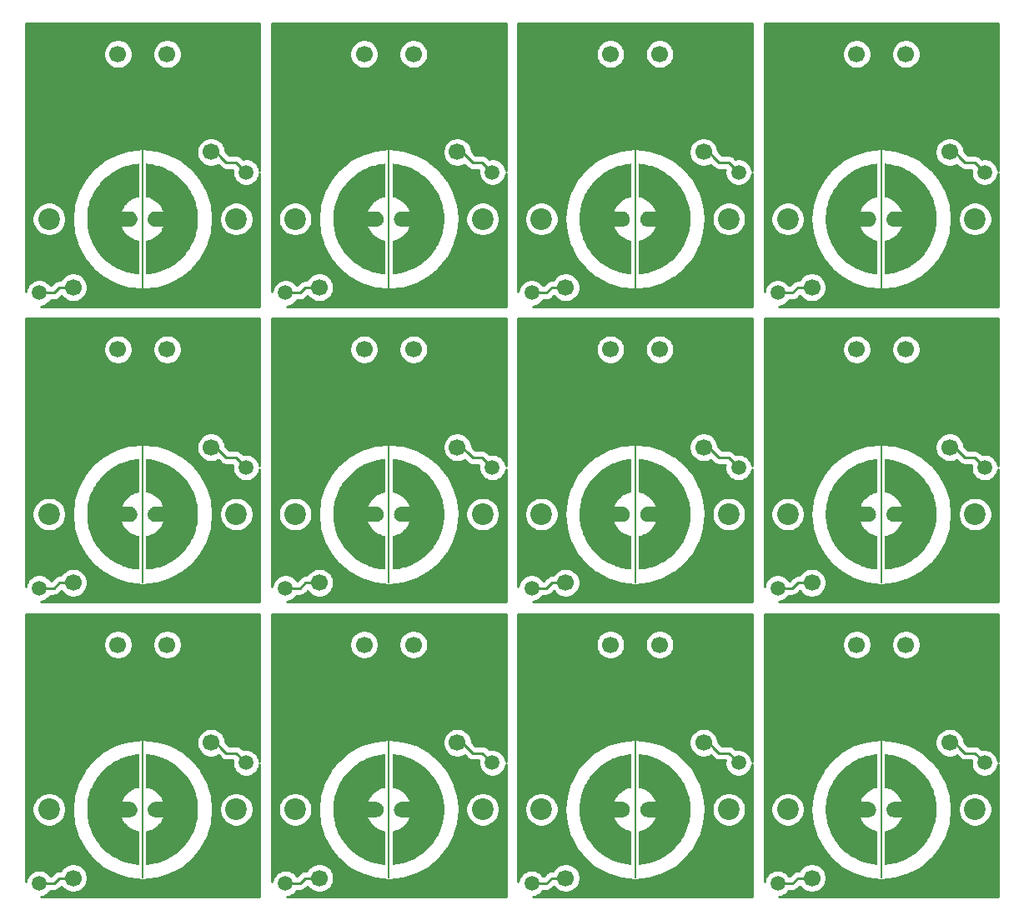
<source format=gtl>
G04 #@! TF.GenerationSoftware,KiCad,Pcbnew,(5.0.0-3-g5ebb6b6)*
G04 #@! TF.CreationDate,2018-09-11T22:07:12+09:00*
G04 #@! TF.ProjectId,panelising_topre_pad,70616E656C6973696E675F746F707265,rev?*
G04 #@! TF.SameCoordinates,Original*
G04 #@! TF.FileFunction,Copper,L1,Top,Signal*
G04 #@! TF.FilePolarity,Positive*
%FSLAX46Y46*%
G04 Gerber Fmt 4.6, Leading zero omitted, Abs format (unit mm)*
G04 Created by KiCad (PCBNEW (5.0.0-3-g5ebb6b6)) date 2018 September 11, Tuesday 22:07:12*
%MOMM*%
%LPD*%
G01*
G04 APERTURE LIST*
G04 #@! TA.AperFunction,BGAPad,CuDef*
%ADD10C,1.500000*%
G04 #@! TD*
G04 #@! TA.AperFunction,Conductor*
%ADD11R,0.250000X14.050000*%
G04 #@! TD*
G04 #@! TA.AperFunction,Conductor*
%ADD12C,1.550000*%
G04 #@! TD*
G04 #@! TA.AperFunction,Conductor*
%ADD13C,0.100000*%
G04 #@! TD*
G04 #@! TA.AperFunction,ComponentPad*
%ADD14C,1.200000*%
G04 #@! TD*
G04 #@! TA.AperFunction,SMDPad,CuDef*
%ADD15R,1.000000X1.000000*%
G04 #@! TD*
G04 #@! TA.AperFunction,ComponentPad*
%ADD16R,1.500000X1.500000*%
G04 #@! TD*
G04 #@! TA.AperFunction,ComponentPad*
%ADD17C,1.700000*%
G04 #@! TD*
G04 #@! TA.AperFunction,ComponentPad*
%ADD18R,1.700000X1.700000*%
G04 #@! TD*
G04 #@! TA.AperFunction,ComponentPad*
%ADD19C,2.200000*%
G04 #@! TD*
G04 #@! TA.AperFunction,ViaPad*
%ADD20C,0.800000*%
G04 #@! TD*
G04 #@! TA.AperFunction,Conductor*
%ADD21C,0.250000*%
G04 #@! TD*
G04 APERTURE END LIST*
D10*
G04 #@! TO.P,REF\002A\002A,12*
G04 #@! TO.N,Net-(SW_EC1-Pad2)*
X75750000Y-80500000D03*
G04 #@! TD*
D11*
G04 #@! TO.N,GND*
G04 #@! TO.C,SW_EC1*
X65250000Y-85250000D03*
D12*
G04 #@! TO.N,Net-(SW_EC1-Pad2)*
X67325000Y-85250000D03*
D13*
G36*
X65644889Y-79633249D02*
X65671513Y-79634098D01*
X65671692Y-79634106D01*
X65707592Y-79636535D01*
X65707691Y-79636543D01*
X65751390Y-79640373D01*
X65751455Y-79640379D01*
X65801476Y-79645429D01*
X65801526Y-79645435D01*
X65856391Y-79651526D01*
X65856432Y-79651530D01*
X65914664Y-79658482D01*
X65914701Y-79658487D01*
X65974823Y-79666122D01*
X65974859Y-79666127D01*
X66035393Y-79674264D01*
X66035431Y-79674269D01*
X66094900Y-79682729D01*
X66094943Y-79682735D01*
X66151869Y-79691338D01*
X66151921Y-79691346D01*
X66204828Y-79699914D01*
X66204879Y-79699923D01*
X66231545Y-79704522D01*
X66231672Y-79704545D01*
X66473133Y-79752658D01*
X66473344Y-79752705D01*
X66710808Y-79810794D01*
X66711016Y-79810850D01*
X66944262Y-79878686D01*
X66944467Y-79878750D01*
X67173274Y-79956099D01*
X67173476Y-79956172D01*
X67397622Y-80042803D01*
X67397819Y-80042884D01*
X67617083Y-80138567D01*
X67617276Y-80138656D01*
X67831437Y-80243158D01*
X67831625Y-80243255D01*
X68040462Y-80356345D01*
X68040645Y-80356450D01*
X68243936Y-80477897D01*
X68244114Y-80478008D01*
X68441638Y-80607580D01*
X68441811Y-80607699D01*
X68633347Y-80745165D01*
X68633515Y-80745290D01*
X68818842Y-80890419D01*
X68819003Y-80890552D01*
X68997899Y-81043111D01*
X68998055Y-81043249D01*
X69170299Y-81203007D01*
X69170449Y-81203152D01*
X69335820Y-81369879D01*
X69335964Y-81370030D01*
X69494242Y-81543493D01*
X69494379Y-81543650D01*
X69645340Y-81723619D01*
X69645470Y-81723781D01*
X69788895Y-81910023D01*
X69789019Y-81910191D01*
X69924686Y-82102475D01*
X69924804Y-82102649D01*
X70052492Y-82300744D01*
X70052602Y-82300923D01*
X70172089Y-82504597D01*
X70172191Y-82504781D01*
X70283257Y-82713803D01*
X70283353Y-82713992D01*
X70385776Y-82928131D01*
X70385863Y-82928324D01*
X70479421Y-83147347D01*
X70479501Y-83147544D01*
X70563975Y-83371221D01*
X70564046Y-83371423D01*
X70639212Y-83599523D01*
X70639275Y-83599728D01*
X70704914Y-83832017D01*
X70704968Y-83832226D01*
X70760858Y-84068475D01*
X70760903Y-84068686D01*
X70806823Y-84308663D01*
X70806857Y-84308865D01*
X70839062Y-84524637D01*
X70839077Y-84524741D01*
X70847125Y-84587692D01*
X70847128Y-84587719D01*
X70854056Y-84644348D01*
X70854061Y-84644390D01*
X70859952Y-84696158D01*
X70859958Y-84696215D01*
X70864894Y-84744580D01*
X70864901Y-84744652D01*
X70868966Y-84791076D01*
X70868972Y-84791157D01*
X70872246Y-84837099D01*
X70872252Y-84837181D01*
X70874819Y-84884102D01*
X70874822Y-84884179D01*
X70876763Y-84933538D01*
X70876765Y-84933603D01*
X70878164Y-84986861D01*
X70878165Y-84986912D01*
X70879103Y-85045529D01*
X70879104Y-85045566D01*
X70879664Y-85111001D01*
X70879664Y-85111026D01*
X70879927Y-85184741D01*
X70879927Y-85184755D01*
X70879981Y-85249996D01*
X70879981Y-85250005D01*
X70879893Y-85331315D01*
X70879893Y-85331332D01*
X70879574Y-85403206D01*
X70879574Y-85403233D01*
X70878943Y-85467131D01*
X70878942Y-85467171D01*
X70877915Y-85524554D01*
X70877914Y-85524609D01*
X70876409Y-85576937D01*
X70876407Y-85577005D01*
X70874343Y-85625738D01*
X70874339Y-85625816D01*
X70871632Y-85672413D01*
X70871626Y-85672496D01*
X70868194Y-85718418D01*
X70868188Y-85718497D01*
X70863949Y-85765204D01*
X70863942Y-85765273D01*
X70858814Y-85814226D01*
X70858808Y-85814280D01*
X70852708Y-85866937D01*
X70852703Y-85866976D01*
X70845550Y-85924798D01*
X70845547Y-85924820D01*
X70839076Y-85975261D01*
X70839060Y-85975375D01*
X70802187Y-86218368D01*
X70802150Y-86218581D01*
X70755133Y-86458000D01*
X70755087Y-86458211D01*
X70698149Y-86693829D01*
X70698094Y-86694037D01*
X70631462Y-86925628D01*
X70631398Y-86925833D01*
X70555296Y-87153171D01*
X70555224Y-87153372D01*
X70469876Y-87376230D01*
X70469796Y-87376427D01*
X70375428Y-87594580D01*
X70375340Y-87594773D01*
X70272176Y-87807993D01*
X70272080Y-87808181D01*
X70160346Y-88016244D01*
X70160243Y-88016427D01*
X70040162Y-88219104D01*
X70040051Y-88219282D01*
X69911850Y-88416349D01*
X69911733Y-88416521D01*
X69775636Y-88607750D01*
X69775511Y-88607917D01*
X69631742Y-88793083D01*
X69631611Y-88793245D01*
X69480396Y-88972121D01*
X69480259Y-88972277D01*
X69321822Y-89144636D01*
X69321678Y-89144786D01*
X69156244Y-89310404D01*
X69156095Y-89310547D01*
X68983890Y-89469196D01*
X68983734Y-89469334D01*
X68804981Y-89620788D01*
X68804820Y-89620919D01*
X68619745Y-89764952D01*
X68619578Y-89765076D01*
X68428406Y-89901461D01*
X68428233Y-89901579D01*
X68231188Y-90030090D01*
X68231011Y-90030201D01*
X68028319Y-90150613D01*
X68028136Y-90150716D01*
X67820021Y-90262801D01*
X67819833Y-90262897D01*
X67606519Y-90366429D01*
X67606327Y-90366518D01*
X67388041Y-90461272D01*
X67387844Y-90461352D01*
X67164809Y-90547100D01*
X67164609Y-90547172D01*
X66937051Y-90623689D01*
X66936846Y-90623753D01*
X66704989Y-90690812D01*
X66704781Y-90690867D01*
X66468851Y-90748242D01*
X66468641Y-90748289D01*
X66228861Y-90795754D01*
X66228662Y-90795789D01*
X66016259Y-90828961D01*
X66016137Y-90828979D01*
X65977452Y-90834049D01*
X65977408Y-90834054D01*
X65934419Y-90839306D01*
X65934386Y-90839310D01*
X65888827Y-90844566D01*
X65888798Y-90844569D01*
X65842405Y-90849651D01*
X65842378Y-90849654D01*
X65796884Y-90854387D01*
X65796855Y-90854390D01*
X65753997Y-90858595D01*
X65753962Y-90858598D01*
X65715475Y-90862100D01*
X65715425Y-90862105D01*
X65683043Y-90864725D01*
X65682958Y-90864731D01*
X65658416Y-90866294D01*
X65658255Y-90866302D01*
X65646512Y-90866672D01*
X65646375Y-90866674D01*
X65625936Y-90866755D01*
X65624960Y-90866663D01*
X65624021Y-90866382D01*
X65623155Y-90865923D01*
X65622395Y-90865305D01*
X65621770Y-90864549D01*
X65621304Y-90863687D01*
X65621016Y-90862750D01*
X65620916Y-90861751D01*
X65622286Y-89163261D01*
X65623657Y-87464772D01*
X65623754Y-87463797D01*
X65624039Y-87462859D01*
X65624502Y-87461995D01*
X65625124Y-87461238D01*
X65625883Y-87460616D01*
X65626747Y-87460155D01*
X65627637Y-87459881D01*
X65709325Y-87442859D01*
X65860448Y-87405876D01*
X66007660Y-87358862D01*
X66150668Y-87302054D01*
X66289027Y-87235736D01*
X66422341Y-87160171D01*
X66550181Y-87075634D01*
X66672127Y-86982402D01*
X66787756Y-86880749D01*
X66896673Y-86770929D01*
X66998447Y-86653223D01*
X67074662Y-86553255D01*
X67158818Y-86427153D01*
X67234198Y-86295113D01*
X67300571Y-86157891D01*
X67354161Y-86025000D01*
X66550000Y-86025000D01*
X66550000Y-86024066D01*
X66511973Y-86024066D01*
X66436284Y-86016612D01*
X66361690Y-86001774D01*
X66288910Y-85979697D01*
X66218645Y-85950592D01*
X66151570Y-85914740D01*
X66088333Y-85872486D01*
X66029542Y-85824237D01*
X65975763Y-85770458D01*
X65927514Y-85711667D01*
X65885260Y-85648430D01*
X65849408Y-85581355D01*
X65820303Y-85511090D01*
X65798226Y-85438310D01*
X65783388Y-85363716D01*
X65775934Y-85288027D01*
X65775934Y-85211973D01*
X65783388Y-85136284D01*
X65798226Y-85061690D01*
X65820303Y-84988910D01*
X65849408Y-84918645D01*
X65885260Y-84851570D01*
X65927514Y-84788333D01*
X65975763Y-84729542D01*
X66029542Y-84675763D01*
X66088333Y-84627514D01*
X66151570Y-84585260D01*
X66218645Y-84549408D01*
X66288910Y-84520303D01*
X66361690Y-84498226D01*
X66436284Y-84483388D01*
X66511973Y-84475934D01*
X66550000Y-84475934D01*
X66550000Y-84475000D01*
X67354281Y-84475000D01*
X67307828Y-84358174D01*
X67241935Y-84220448D01*
X67166705Y-84087204D01*
X67082355Y-83958963D01*
X66989100Y-83836235D01*
X66887121Y-83719497D01*
X66832049Y-83662665D01*
X66717701Y-83556305D01*
X66597038Y-83458712D01*
X66470439Y-83370080D01*
X66338295Y-83290621D01*
X66201028Y-83220561D01*
X66059007Y-83160100D01*
X65912640Y-83109457D01*
X65762258Y-83068832D01*
X65709417Y-83057161D01*
X65627637Y-83040119D01*
X65626702Y-83039826D01*
X65625841Y-83039356D01*
X65625089Y-83038727D01*
X65624475Y-83037964D01*
X65624020Y-83037095D01*
X65623744Y-83036155D01*
X65623657Y-83035228D01*
X65622286Y-81336739D01*
X65620916Y-79638250D01*
X65621011Y-79637275D01*
X65621295Y-79636336D01*
X65621756Y-79635472D01*
X65622378Y-79634713D01*
X65623135Y-79634091D01*
X65623999Y-79633628D01*
X65624937Y-79633343D01*
X65625916Y-79633246D01*
X65644730Y-79633246D01*
X65644889Y-79633249D01*
X65644889Y-79633249D01*
G37*
D12*
G04 #@! TO.N,Net-(SW_EC1-Pad1)*
X63175000Y-85250000D03*
D13*
G36*
X64880507Y-79633342D02*
X64881445Y-79633627D01*
X64882310Y-79634089D01*
X64883068Y-79634710D01*
X64883689Y-79635468D01*
X64884151Y-79636333D01*
X64884436Y-79637271D01*
X64884532Y-79638250D01*
X64883162Y-81336739D01*
X64881791Y-83035228D01*
X64881694Y-83036203D01*
X64881409Y-83037141D01*
X64880946Y-83038005D01*
X64880324Y-83038762D01*
X64879565Y-83039384D01*
X64878701Y-83039845D01*
X64877811Y-83040119D01*
X64796096Y-83057147D01*
X64647050Y-83093650D01*
X64501672Y-83140092D01*
X64360390Y-83196105D01*
X64223654Y-83261317D01*
X64091894Y-83335371D01*
X63965580Y-83417887D01*
X63845191Y-83508476D01*
X63731138Y-83606799D01*
X63623908Y-83712459D01*
X63523936Y-83825100D01*
X63431697Y-83944330D01*
X63347634Y-84069790D01*
X63272192Y-84201121D01*
X63205814Y-84337986D01*
X63193163Y-84367177D01*
X63151593Y-84475000D01*
X63950000Y-84475000D01*
X63950000Y-84475934D01*
X63988027Y-84475934D01*
X64063716Y-84483388D01*
X64138310Y-84498226D01*
X64211090Y-84520303D01*
X64281355Y-84549408D01*
X64348430Y-84585260D01*
X64411667Y-84627514D01*
X64470458Y-84675763D01*
X64524237Y-84729542D01*
X64572486Y-84788333D01*
X64614740Y-84851570D01*
X64650592Y-84918645D01*
X64679697Y-84988910D01*
X64701774Y-85061690D01*
X64716612Y-85136284D01*
X64724066Y-85211973D01*
X64724066Y-85288027D01*
X64716612Y-85363716D01*
X64701774Y-85438310D01*
X64679697Y-85511090D01*
X64650592Y-85581355D01*
X64614740Y-85648430D01*
X64572486Y-85711667D01*
X64524237Y-85770458D01*
X64470458Y-85824237D01*
X64411667Y-85872486D01*
X64348430Y-85914740D01*
X64281355Y-85950592D01*
X64211090Y-85979697D01*
X64138310Y-86001774D01*
X64063716Y-86016612D01*
X63988027Y-86024066D01*
X63950000Y-86024066D01*
X63950000Y-86025000D01*
X63150548Y-86025000D01*
X63150901Y-86026065D01*
X63196006Y-86138798D01*
X63260960Y-86276000D01*
X63335575Y-86408792D01*
X63419324Y-86536540D01*
X63511640Y-86658542D01*
X63612006Y-86774168D01*
X63719843Y-86882711D01*
X63834637Y-86983538D01*
X63955872Y-87075999D01*
X63969727Y-87085735D01*
X64101990Y-87171437D01*
X64238142Y-87246972D01*
X64378316Y-87312412D01*
X64522559Y-87367775D01*
X64670958Y-87413099D01*
X64796085Y-87442851D01*
X64877811Y-87459881D01*
X64878746Y-87460174D01*
X64879607Y-87460644D01*
X64880359Y-87461273D01*
X64880973Y-87462036D01*
X64881428Y-87462905D01*
X64881704Y-87463845D01*
X64881791Y-87464772D01*
X64883162Y-89163261D01*
X64884532Y-90861751D01*
X64884437Y-90862726D01*
X64884153Y-90863665D01*
X64883692Y-90864529D01*
X64883070Y-90865288D01*
X64882313Y-90865910D01*
X64881449Y-90866373D01*
X64880511Y-90866658D01*
X64879420Y-90866754D01*
X64848084Y-90866050D01*
X64847957Y-90866045D01*
X64832249Y-90865292D01*
X64832147Y-90865286D01*
X64808053Y-90863638D01*
X64808003Y-90863635D01*
X64777980Y-90861280D01*
X64777944Y-90861277D01*
X64744450Y-90858408D01*
X64744419Y-90858405D01*
X64715608Y-90855757D01*
X64715492Y-90855745D01*
X64504325Y-90831321D01*
X64504131Y-90831295D01*
X64290057Y-90798031D01*
X64289873Y-90797999D01*
X64075473Y-90756420D01*
X64075292Y-90756381D01*
X63863150Y-90707016D01*
X63862965Y-90706969D01*
X63655661Y-90650343D01*
X63655515Y-90650301D01*
X63549385Y-90617811D01*
X63549231Y-90617761D01*
X63315538Y-90537817D01*
X63315335Y-90537742D01*
X63086807Y-90448348D01*
X63086607Y-90448265D01*
X62863451Y-90349669D01*
X62863256Y-90349578D01*
X62645678Y-90242026D01*
X62645488Y-90241927D01*
X62433694Y-90125666D01*
X62433509Y-90125559D01*
X62227706Y-90000834D01*
X62227525Y-90000720D01*
X62027917Y-89867779D01*
X62027743Y-89867657D01*
X61834539Y-89726747D01*
X61834370Y-89726618D01*
X61647774Y-89577983D01*
X61647611Y-89577847D01*
X61467831Y-89421736D01*
X61467674Y-89421594D01*
X61294914Y-89258253D01*
X61294763Y-89258105D01*
X61129232Y-89087780D01*
X61129088Y-89087625D01*
X60970989Y-88910563D01*
X60970852Y-88910403D01*
X60820394Y-88726850D01*
X60820264Y-88726684D01*
X60677652Y-88536886D01*
X60677528Y-88536714D01*
X60542968Y-88340919D01*
X60542852Y-88340742D01*
X60416550Y-88139196D01*
X60416441Y-88139014D01*
X60298605Y-87931963D01*
X60298504Y-87931776D01*
X60189338Y-87719467D01*
X60189245Y-87719276D01*
X60088956Y-87501956D01*
X60088871Y-87501760D01*
X59997665Y-87279674D01*
X59997588Y-87279475D01*
X59915672Y-87052871D01*
X59915603Y-87052667D01*
X59843182Y-86821791D01*
X59843122Y-86821585D01*
X59780403Y-86586684D01*
X59780352Y-86586474D01*
X59727542Y-86347793D01*
X59727500Y-86347581D01*
X59684803Y-86105368D01*
X59684777Y-86105204D01*
X59666299Y-85975329D01*
X59666290Y-85975262D01*
X59658134Y-85911733D01*
X59658130Y-85911702D01*
X59651115Y-85854229D01*
X59651109Y-85854183D01*
X59645151Y-85801287D01*
X59645145Y-85801225D01*
X59640162Y-85751425D01*
X59640155Y-85751350D01*
X59636062Y-85703168D01*
X59636056Y-85703086D01*
X59632772Y-85655043D01*
X59632767Y-85654961D01*
X59630207Y-85605577D01*
X59630203Y-85605502D01*
X59628284Y-85553298D01*
X59628282Y-85553234D01*
X59626922Y-85496731D01*
X59626922Y-85496682D01*
X59626037Y-85434400D01*
X59626036Y-85434364D01*
X59625544Y-85364825D01*
X59625544Y-85364802D01*
X59625360Y-85286525D01*
X59625360Y-85286514D01*
X59625356Y-85247277D01*
X59625356Y-85247268D01*
X59625482Y-85165918D01*
X59625482Y-85165901D01*
X59625843Y-85093974D01*
X59625843Y-85093946D01*
X59626521Y-85029969D01*
X59626522Y-85029928D01*
X59627602Y-84972431D01*
X59627603Y-84972376D01*
X59629169Y-84919884D01*
X59629172Y-84919815D01*
X59631306Y-84870857D01*
X59631310Y-84870778D01*
X59634097Y-84823882D01*
X59634102Y-84823800D01*
X59637624Y-84777492D01*
X59637631Y-84777413D01*
X59641974Y-84730222D01*
X59641981Y-84730154D01*
X59647227Y-84680608D01*
X59647233Y-84680554D01*
X59653466Y-84627179D01*
X59653470Y-84627141D01*
X59660773Y-84568466D01*
X59660776Y-84568446D01*
X59666401Y-84524737D01*
X59666417Y-84524623D01*
X59703449Y-84281146D01*
X59703486Y-84280932D01*
X59750809Y-84040649D01*
X59750856Y-84040437D01*
X59808270Y-83803614D01*
X59808325Y-83803405D01*
X59875627Y-83570303D01*
X59875691Y-83570097D01*
X59952681Y-83340981D01*
X59952754Y-83340779D01*
X60039231Y-83115911D01*
X60039312Y-83115713D01*
X60135074Y-82895358D01*
X60135164Y-82895164D01*
X60240010Y-82679583D01*
X60240107Y-82679394D01*
X60353835Y-82468852D01*
X60353940Y-82468667D01*
X60476350Y-82263426D01*
X60476462Y-82263246D01*
X60607353Y-82063570D01*
X60607473Y-82063395D01*
X60746642Y-81869548D01*
X60746770Y-81869378D01*
X60894018Y-81681622D01*
X60894152Y-81681458D01*
X61049276Y-81500057D01*
X61049417Y-81499899D01*
X61212216Y-81325115D01*
X61212364Y-81324963D01*
X61382637Y-81157061D01*
X61382792Y-81156915D01*
X61560339Y-80996158D01*
X61560500Y-80996018D01*
X61745118Y-80842668D01*
X61745286Y-80842535D01*
X61936774Y-80696857D01*
X61936947Y-80696730D01*
X62135105Y-80558986D01*
X62135284Y-80558867D01*
X62339910Y-80429320D01*
X62340095Y-80429209D01*
X62550987Y-80308124D01*
X62551178Y-80308020D01*
X62768136Y-80195658D01*
X62768331Y-80195562D01*
X62991153Y-80092189D01*
X62991293Y-80092127D01*
X63085058Y-80052086D01*
X63085201Y-80052027D01*
X63310336Y-79964010D01*
X63310539Y-79963936D01*
X63540097Y-79885444D01*
X63540301Y-79885379D01*
X63773305Y-79816674D01*
X63773510Y-79816618D01*
X64008983Y-79757961D01*
X64009192Y-79757914D01*
X64246159Y-79709568D01*
X64246374Y-79709529D01*
X64483856Y-79671754D01*
X64483984Y-79671735D01*
X64524718Y-79666334D01*
X64524759Y-79666329D01*
X64569598Y-79660760D01*
X64569635Y-79660756D01*
X64616653Y-79655273D01*
X64616685Y-79655269D01*
X64664184Y-79650039D01*
X64664214Y-79650036D01*
X64710494Y-79645227D01*
X64710527Y-79645224D01*
X64753890Y-79641004D01*
X64753929Y-79641000D01*
X64792677Y-79637536D01*
X64792731Y-79637531D01*
X64825166Y-79634990D01*
X64825260Y-79634984D01*
X64849682Y-79633533D01*
X64849850Y-79633526D01*
X64860589Y-79633248D01*
X64860718Y-79633246D01*
X64879532Y-79633246D01*
X64880507Y-79633342D01*
X64880507Y-79633342D01*
G37*
D14*
G04 #@! TD*
G04 #@! TO.P,SW_EC1,2*
G04 #@! TO.N,Net-(SW_EC1-Pad2)*
X66550000Y-85250000D03*
G04 #@! TO.P,SW_EC1,1*
G04 #@! TO.N,Net-(SW_EC1-Pad1)*
X63950000Y-85250000D03*
G04 #@! TD*
D10*
G04 #@! TO.P,REF\002A\002A,11*
G04 #@! TO.N,Net-(SW_EC1-Pad1)*
X54750000Y-92750000D03*
G04 #@! TD*
D15*
G04 #@! TO.P,REF\002A\002A,7*
G04 #@! TO.N,GND*
X56900000Y-90100000D03*
G04 #@! TD*
D16*
G04 #@! TO.P,REF\002A\002A,8*
G04 #@! TO.N,GND*
X76026000Y-77754000D03*
G04 #@! TD*
D17*
G04 #@! TO.P,P?,10*
G04 #@! TO.N,Net-(SW_EC1-Pad2)*
X72200000Y-78450000D03*
G04 #@! TD*
G04 #@! TO.P,REF\002A\002A,9*
G04 #@! TO.N,Net-(SW_EC1-Pad1)*
X58200000Y-92200000D03*
G04 #@! TD*
D18*
G04 #@! TO.P,P?,4*
G04 #@! TO.N,GND*
X65276000Y-68504000D03*
G04 #@! TD*
D19*
G04 #@! TO.P,HOLE_M2.6,*
G04 #@! TO.N,*
X74775000Y-85250000D03*
G04 #@! TD*
G04 #@! TO.P,HOLE_M2.6,*
G04 #@! TO.N,*
X55750000Y-85250000D03*
G04 #@! TD*
D17*
G04 #@! TO.P,P?,5*
G04 #@! TO.N,Net-(SW_EC1-Pad1)*
X62750000Y-68500000D03*
G04 #@! TD*
G04 #@! TO.P,P?,6*
G04 #@! TO.N,Net-(SW_EC1-Pad2)*
X67750000Y-68500000D03*
G04 #@! TD*
D10*
G04 #@! TO.P,REF\002A\002A,12*
G04 #@! TO.N,Net-(SW_EC1-Pad2)*
X100750000Y-80500000D03*
G04 #@! TD*
D11*
G04 #@! TO.N,GND*
G04 #@! TO.C,SW_EC1*
X90250000Y-85250000D03*
D12*
G04 #@! TO.N,Net-(SW_EC1-Pad2)*
X92325000Y-85250000D03*
D13*
G36*
X90644889Y-79633249D02*
X90671513Y-79634098D01*
X90671692Y-79634106D01*
X90707592Y-79636535D01*
X90707691Y-79636543D01*
X90751390Y-79640373D01*
X90751455Y-79640379D01*
X90801476Y-79645429D01*
X90801526Y-79645435D01*
X90856391Y-79651526D01*
X90856432Y-79651530D01*
X90914664Y-79658482D01*
X90914701Y-79658487D01*
X90974823Y-79666122D01*
X90974859Y-79666127D01*
X91035393Y-79674264D01*
X91035431Y-79674269D01*
X91094900Y-79682729D01*
X91094943Y-79682735D01*
X91151869Y-79691338D01*
X91151921Y-79691346D01*
X91204828Y-79699914D01*
X91204879Y-79699923D01*
X91231545Y-79704522D01*
X91231672Y-79704545D01*
X91473133Y-79752658D01*
X91473344Y-79752705D01*
X91710808Y-79810794D01*
X91711016Y-79810850D01*
X91944262Y-79878686D01*
X91944467Y-79878750D01*
X92173274Y-79956099D01*
X92173476Y-79956172D01*
X92397622Y-80042803D01*
X92397819Y-80042884D01*
X92617083Y-80138567D01*
X92617276Y-80138656D01*
X92831437Y-80243158D01*
X92831625Y-80243255D01*
X93040462Y-80356345D01*
X93040645Y-80356450D01*
X93243936Y-80477897D01*
X93244114Y-80478008D01*
X93441638Y-80607580D01*
X93441811Y-80607699D01*
X93633347Y-80745165D01*
X93633515Y-80745290D01*
X93818842Y-80890419D01*
X93819003Y-80890552D01*
X93997899Y-81043111D01*
X93998055Y-81043249D01*
X94170299Y-81203007D01*
X94170449Y-81203152D01*
X94335820Y-81369879D01*
X94335964Y-81370030D01*
X94494242Y-81543493D01*
X94494379Y-81543650D01*
X94645340Y-81723619D01*
X94645470Y-81723781D01*
X94788895Y-81910023D01*
X94789019Y-81910191D01*
X94924686Y-82102475D01*
X94924804Y-82102649D01*
X95052492Y-82300744D01*
X95052602Y-82300923D01*
X95172089Y-82504597D01*
X95172191Y-82504781D01*
X95283257Y-82713803D01*
X95283353Y-82713992D01*
X95385776Y-82928131D01*
X95385863Y-82928324D01*
X95479421Y-83147347D01*
X95479501Y-83147544D01*
X95563975Y-83371221D01*
X95564046Y-83371423D01*
X95639212Y-83599523D01*
X95639275Y-83599728D01*
X95704914Y-83832017D01*
X95704968Y-83832226D01*
X95760858Y-84068475D01*
X95760903Y-84068686D01*
X95806823Y-84308663D01*
X95806857Y-84308865D01*
X95839062Y-84524637D01*
X95839077Y-84524741D01*
X95847125Y-84587692D01*
X95847128Y-84587719D01*
X95854056Y-84644348D01*
X95854061Y-84644390D01*
X95859952Y-84696158D01*
X95859958Y-84696215D01*
X95864894Y-84744580D01*
X95864901Y-84744652D01*
X95868966Y-84791076D01*
X95868972Y-84791157D01*
X95872246Y-84837099D01*
X95872252Y-84837181D01*
X95874819Y-84884102D01*
X95874822Y-84884179D01*
X95876763Y-84933538D01*
X95876765Y-84933603D01*
X95878164Y-84986861D01*
X95878165Y-84986912D01*
X95879103Y-85045529D01*
X95879104Y-85045566D01*
X95879664Y-85111001D01*
X95879664Y-85111026D01*
X95879927Y-85184741D01*
X95879927Y-85184755D01*
X95879981Y-85249996D01*
X95879981Y-85250005D01*
X95879893Y-85331315D01*
X95879893Y-85331332D01*
X95879574Y-85403206D01*
X95879574Y-85403233D01*
X95878943Y-85467131D01*
X95878942Y-85467171D01*
X95877915Y-85524554D01*
X95877914Y-85524609D01*
X95876409Y-85576937D01*
X95876407Y-85577005D01*
X95874343Y-85625738D01*
X95874339Y-85625816D01*
X95871632Y-85672413D01*
X95871626Y-85672496D01*
X95868194Y-85718418D01*
X95868188Y-85718497D01*
X95863949Y-85765204D01*
X95863942Y-85765273D01*
X95858814Y-85814226D01*
X95858808Y-85814280D01*
X95852708Y-85866937D01*
X95852703Y-85866976D01*
X95845550Y-85924798D01*
X95845547Y-85924820D01*
X95839076Y-85975261D01*
X95839060Y-85975375D01*
X95802187Y-86218368D01*
X95802150Y-86218581D01*
X95755133Y-86458000D01*
X95755087Y-86458211D01*
X95698149Y-86693829D01*
X95698094Y-86694037D01*
X95631462Y-86925628D01*
X95631398Y-86925833D01*
X95555296Y-87153171D01*
X95555224Y-87153372D01*
X95469876Y-87376230D01*
X95469796Y-87376427D01*
X95375428Y-87594580D01*
X95375340Y-87594773D01*
X95272176Y-87807993D01*
X95272080Y-87808181D01*
X95160346Y-88016244D01*
X95160243Y-88016427D01*
X95040162Y-88219104D01*
X95040051Y-88219282D01*
X94911850Y-88416349D01*
X94911733Y-88416521D01*
X94775636Y-88607750D01*
X94775511Y-88607917D01*
X94631742Y-88793083D01*
X94631611Y-88793245D01*
X94480396Y-88972121D01*
X94480259Y-88972277D01*
X94321822Y-89144636D01*
X94321678Y-89144786D01*
X94156244Y-89310404D01*
X94156095Y-89310547D01*
X93983890Y-89469196D01*
X93983734Y-89469334D01*
X93804981Y-89620788D01*
X93804820Y-89620919D01*
X93619745Y-89764952D01*
X93619578Y-89765076D01*
X93428406Y-89901461D01*
X93428233Y-89901579D01*
X93231188Y-90030090D01*
X93231011Y-90030201D01*
X93028319Y-90150613D01*
X93028136Y-90150716D01*
X92820021Y-90262801D01*
X92819833Y-90262897D01*
X92606519Y-90366429D01*
X92606327Y-90366518D01*
X92388041Y-90461272D01*
X92387844Y-90461352D01*
X92164809Y-90547100D01*
X92164609Y-90547172D01*
X91937051Y-90623689D01*
X91936846Y-90623753D01*
X91704989Y-90690812D01*
X91704781Y-90690867D01*
X91468851Y-90748242D01*
X91468641Y-90748289D01*
X91228861Y-90795754D01*
X91228662Y-90795789D01*
X91016259Y-90828961D01*
X91016137Y-90828979D01*
X90977452Y-90834049D01*
X90977408Y-90834054D01*
X90934419Y-90839306D01*
X90934386Y-90839310D01*
X90888827Y-90844566D01*
X90888798Y-90844569D01*
X90842405Y-90849651D01*
X90842378Y-90849654D01*
X90796884Y-90854387D01*
X90796855Y-90854390D01*
X90753997Y-90858595D01*
X90753962Y-90858598D01*
X90715475Y-90862100D01*
X90715425Y-90862105D01*
X90683043Y-90864725D01*
X90682958Y-90864731D01*
X90658416Y-90866294D01*
X90658255Y-90866302D01*
X90646512Y-90866672D01*
X90646375Y-90866674D01*
X90625936Y-90866755D01*
X90624960Y-90866663D01*
X90624021Y-90866382D01*
X90623155Y-90865923D01*
X90622395Y-90865305D01*
X90621770Y-90864549D01*
X90621304Y-90863687D01*
X90621016Y-90862750D01*
X90620916Y-90861751D01*
X90622286Y-89163261D01*
X90623657Y-87464772D01*
X90623754Y-87463797D01*
X90624039Y-87462859D01*
X90624502Y-87461995D01*
X90625124Y-87461238D01*
X90625883Y-87460616D01*
X90626747Y-87460155D01*
X90627637Y-87459881D01*
X90709325Y-87442859D01*
X90860448Y-87405876D01*
X91007660Y-87358862D01*
X91150668Y-87302054D01*
X91289027Y-87235736D01*
X91422341Y-87160171D01*
X91550181Y-87075634D01*
X91672127Y-86982402D01*
X91787756Y-86880749D01*
X91896673Y-86770929D01*
X91998447Y-86653223D01*
X92074662Y-86553255D01*
X92158818Y-86427153D01*
X92234198Y-86295113D01*
X92300571Y-86157891D01*
X92354161Y-86025000D01*
X91550000Y-86025000D01*
X91550000Y-86024066D01*
X91511973Y-86024066D01*
X91436284Y-86016612D01*
X91361690Y-86001774D01*
X91288910Y-85979697D01*
X91218645Y-85950592D01*
X91151570Y-85914740D01*
X91088333Y-85872486D01*
X91029542Y-85824237D01*
X90975763Y-85770458D01*
X90927514Y-85711667D01*
X90885260Y-85648430D01*
X90849408Y-85581355D01*
X90820303Y-85511090D01*
X90798226Y-85438310D01*
X90783388Y-85363716D01*
X90775934Y-85288027D01*
X90775934Y-85211973D01*
X90783388Y-85136284D01*
X90798226Y-85061690D01*
X90820303Y-84988910D01*
X90849408Y-84918645D01*
X90885260Y-84851570D01*
X90927514Y-84788333D01*
X90975763Y-84729542D01*
X91029542Y-84675763D01*
X91088333Y-84627514D01*
X91151570Y-84585260D01*
X91218645Y-84549408D01*
X91288910Y-84520303D01*
X91361690Y-84498226D01*
X91436284Y-84483388D01*
X91511973Y-84475934D01*
X91550000Y-84475934D01*
X91550000Y-84475000D01*
X92354281Y-84475000D01*
X92307828Y-84358174D01*
X92241935Y-84220448D01*
X92166705Y-84087204D01*
X92082355Y-83958963D01*
X91989100Y-83836235D01*
X91887121Y-83719497D01*
X91832049Y-83662665D01*
X91717701Y-83556305D01*
X91597038Y-83458712D01*
X91470439Y-83370080D01*
X91338295Y-83290621D01*
X91201028Y-83220561D01*
X91059007Y-83160100D01*
X90912640Y-83109457D01*
X90762258Y-83068832D01*
X90709417Y-83057161D01*
X90627637Y-83040119D01*
X90626702Y-83039826D01*
X90625841Y-83039356D01*
X90625089Y-83038727D01*
X90624475Y-83037964D01*
X90624020Y-83037095D01*
X90623744Y-83036155D01*
X90623657Y-83035228D01*
X90622286Y-81336739D01*
X90620916Y-79638250D01*
X90621011Y-79637275D01*
X90621295Y-79636336D01*
X90621756Y-79635472D01*
X90622378Y-79634713D01*
X90623135Y-79634091D01*
X90623999Y-79633628D01*
X90624937Y-79633343D01*
X90625916Y-79633246D01*
X90644730Y-79633246D01*
X90644889Y-79633249D01*
X90644889Y-79633249D01*
G37*
D12*
G04 #@! TO.N,Net-(SW_EC1-Pad1)*
X88175000Y-85250000D03*
D13*
G36*
X89880507Y-79633342D02*
X89881445Y-79633627D01*
X89882310Y-79634089D01*
X89883068Y-79634710D01*
X89883689Y-79635468D01*
X89884151Y-79636333D01*
X89884436Y-79637271D01*
X89884532Y-79638250D01*
X89883162Y-81336739D01*
X89881791Y-83035228D01*
X89881694Y-83036203D01*
X89881409Y-83037141D01*
X89880946Y-83038005D01*
X89880324Y-83038762D01*
X89879565Y-83039384D01*
X89878701Y-83039845D01*
X89877811Y-83040119D01*
X89796096Y-83057147D01*
X89647050Y-83093650D01*
X89501672Y-83140092D01*
X89360390Y-83196105D01*
X89223654Y-83261317D01*
X89091894Y-83335371D01*
X88965580Y-83417887D01*
X88845191Y-83508476D01*
X88731138Y-83606799D01*
X88623908Y-83712459D01*
X88523936Y-83825100D01*
X88431697Y-83944330D01*
X88347634Y-84069790D01*
X88272192Y-84201121D01*
X88205814Y-84337986D01*
X88193163Y-84367177D01*
X88151593Y-84475000D01*
X88950000Y-84475000D01*
X88950000Y-84475934D01*
X88988027Y-84475934D01*
X89063716Y-84483388D01*
X89138310Y-84498226D01*
X89211090Y-84520303D01*
X89281355Y-84549408D01*
X89348430Y-84585260D01*
X89411667Y-84627514D01*
X89470458Y-84675763D01*
X89524237Y-84729542D01*
X89572486Y-84788333D01*
X89614740Y-84851570D01*
X89650592Y-84918645D01*
X89679697Y-84988910D01*
X89701774Y-85061690D01*
X89716612Y-85136284D01*
X89724066Y-85211973D01*
X89724066Y-85288027D01*
X89716612Y-85363716D01*
X89701774Y-85438310D01*
X89679697Y-85511090D01*
X89650592Y-85581355D01*
X89614740Y-85648430D01*
X89572486Y-85711667D01*
X89524237Y-85770458D01*
X89470458Y-85824237D01*
X89411667Y-85872486D01*
X89348430Y-85914740D01*
X89281355Y-85950592D01*
X89211090Y-85979697D01*
X89138310Y-86001774D01*
X89063716Y-86016612D01*
X88988027Y-86024066D01*
X88950000Y-86024066D01*
X88950000Y-86025000D01*
X88150548Y-86025000D01*
X88150901Y-86026065D01*
X88196006Y-86138798D01*
X88260960Y-86276000D01*
X88335575Y-86408792D01*
X88419324Y-86536540D01*
X88511640Y-86658542D01*
X88612006Y-86774168D01*
X88719843Y-86882711D01*
X88834637Y-86983538D01*
X88955872Y-87075999D01*
X88969727Y-87085735D01*
X89101990Y-87171437D01*
X89238142Y-87246972D01*
X89378316Y-87312412D01*
X89522559Y-87367775D01*
X89670958Y-87413099D01*
X89796085Y-87442851D01*
X89877811Y-87459881D01*
X89878746Y-87460174D01*
X89879607Y-87460644D01*
X89880359Y-87461273D01*
X89880973Y-87462036D01*
X89881428Y-87462905D01*
X89881704Y-87463845D01*
X89881791Y-87464772D01*
X89883162Y-89163261D01*
X89884532Y-90861751D01*
X89884437Y-90862726D01*
X89884153Y-90863665D01*
X89883692Y-90864529D01*
X89883070Y-90865288D01*
X89882313Y-90865910D01*
X89881449Y-90866373D01*
X89880511Y-90866658D01*
X89879420Y-90866754D01*
X89848084Y-90866050D01*
X89847957Y-90866045D01*
X89832249Y-90865292D01*
X89832147Y-90865286D01*
X89808053Y-90863638D01*
X89808003Y-90863635D01*
X89777980Y-90861280D01*
X89777944Y-90861277D01*
X89744450Y-90858408D01*
X89744419Y-90858405D01*
X89715608Y-90855757D01*
X89715492Y-90855745D01*
X89504325Y-90831321D01*
X89504131Y-90831295D01*
X89290057Y-90798031D01*
X89289873Y-90797999D01*
X89075473Y-90756420D01*
X89075292Y-90756381D01*
X88863150Y-90707016D01*
X88862965Y-90706969D01*
X88655661Y-90650343D01*
X88655515Y-90650301D01*
X88549385Y-90617811D01*
X88549231Y-90617761D01*
X88315538Y-90537817D01*
X88315335Y-90537742D01*
X88086807Y-90448348D01*
X88086607Y-90448265D01*
X87863451Y-90349669D01*
X87863256Y-90349578D01*
X87645678Y-90242026D01*
X87645488Y-90241927D01*
X87433694Y-90125666D01*
X87433509Y-90125559D01*
X87227706Y-90000834D01*
X87227525Y-90000720D01*
X87027917Y-89867779D01*
X87027743Y-89867657D01*
X86834539Y-89726747D01*
X86834370Y-89726618D01*
X86647774Y-89577983D01*
X86647611Y-89577847D01*
X86467831Y-89421736D01*
X86467674Y-89421594D01*
X86294914Y-89258253D01*
X86294763Y-89258105D01*
X86129232Y-89087780D01*
X86129088Y-89087625D01*
X85970989Y-88910563D01*
X85970852Y-88910403D01*
X85820394Y-88726850D01*
X85820264Y-88726684D01*
X85677652Y-88536886D01*
X85677528Y-88536714D01*
X85542968Y-88340919D01*
X85542852Y-88340742D01*
X85416550Y-88139196D01*
X85416441Y-88139014D01*
X85298605Y-87931963D01*
X85298504Y-87931776D01*
X85189338Y-87719467D01*
X85189245Y-87719276D01*
X85088956Y-87501956D01*
X85088871Y-87501760D01*
X84997665Y-87279674D01*
X84997588Y-87279475D01*
X84915672Y-87052871D01*
X84915603Y-87052667D01*
X84843182Y-86821791D01*
X84843122Y-86821585D01*
X84780403Y-86586684D01*
X84780352Y-86586474D01*
X84727542Y-86347793D01*
X84727500Y-86347581D01*
X84684803Y-86105368D01*
X84684777Y-86105204D01*
X84666299Y-85975329D01*
X84666290Y-85975262D01*
X84658134Y-85911733D01*
X84658130Y-85911702D01*
X84651115Y-85854229D01*
X84651109Y-85854183D01*
X84645151Y-85801287D01*
X84645145Y-85801225D01*
X84640162Y-85751425D01*
X84640155Y-85751350D01*
X84636062Y-85703168D01*
X84636056Y-85703086D01*
X84632772Y-85655043D01*
X84632767Y-85654961D01*
X84630207Y-85605577D01*
X84630203Y-85605502D01*
X84628284Y-85553298D01*
X84628282Y-85553234D01*
X84626922Y-85496731D01*
X84626922Y-85496682D01*
X84626037Y-85434400D01*
X84626036Y-85434364D01*
X84625544Y-85364825D01*
X84625544Y-85364802D01*
X84625360Y-85286525D01*
X84625360Y-85286514D01*
X84625356Y-85247277D01*
X84625356Y-85247268D01*
X84625482Y-85165918D01*
X84625482Y-85165901D01*
X84625843Y-85093974D01*
X84625843Y-85093946D01*
X84626521Y-85029969D01*
X84626522Y-85029928D01*
X84627602Y-84972431D01*
X84627603Y-84972376D01*
X84629169Y-84919884D01*
X84629172Y-84919815D01*
X84631306Y-84870857D01*
X84631310Y-84870778D01*
X84634097Y-84823882D01*
X84634102Y-84823800D01*
X84637624Y-84777492D01*
X84637631Y-84777413D01*
X84641974Y-84730222D01*
X84641981Y-84730154D01*
X84647227Y-84680608D01*
X84647233Y-84680554D01*
X84653466Y-84627179D01*
X84653470Y-84627141D01*
X84660773Y-84568466D01*
X84660776Y-84568446D01*
X84666401Y-84524737D01*
X84666417Y-84524623D01*
X84703449Y-84281146D01*
X84703486Y-84280932D01*
X84750809Y-84040649D01*
X84750856Y-84040437D01*
X84808270Y-83803614D01*
X84808325Y-83803405D01*
X84875627Y-83570303D01*
X84875691Y-83570097D01*
X84952681Y-83340981D01*
X84952754Y-83340779D01*
X85039231Y-83115911D01*
X85039312Y-83115713D01*
X85135074Y-82895358D01*
X85135164Y-82895164D01*
X85240010Y-82679583D01*
X85240107Y-82679394D01*
X85353835Y-82468852D01*
X85353940Y-82468667D01*
X85476350Y-82263426D01*
X85476462Y-82263246D01*
X85607353Y-82063570D01*
X85607473Y-82063395D01*
X85746642Y-81869548D01*
X85746770Y-81869378D01*
X85894018Y-81681622D01*
X85894152Y-81681458D01*
X86049276Y-81500057D01*
X86049417Y-81499899D01*
X86212216Y-81325115D01*
X86212364Y-81324963D01*
X86382637Y-81157061D01*
X86382792Y-81156915D01*
X86560339Y-80996158D01*
X86560500Y-80996018D01*
X86745118Y-80842668D01*
X86745286Y-80842535D01*
X86936774Y-80696857D01*
X86936947Y-80696730D01*
X87135105Y-80558986D01*
X87135284Y-80558867D01*
X87339910Y-80429320D01*
X87340095Y-80429209D01*
X87550987Y-80308124D01*
X87551178Y-80308020D01*
X87768136Y-80195658D01*
X87768331Y-80195562D01*
X87991153Y-80092189D01*
X87991293Y-80092127D01*
X88085058Y-80052086D01*
X88085201Y-80052027D01*
X88310336Y-79964010D01*
X88310539Y-79963936D01*
X88540097Y-79885444D01*
X88540301Y-79885379D01*
X88773305Y-79816674D01*
X88773510Y-79816618D01*
X89008983Y-79757961D01*
X89009192Y-79757914D01*
X89246159Y-79709568D01*
X89246374Y-79709529D01*
X89483856Y-79671754D01*
X89483984Y-79671735D01*
X89524718Y-79666334D01*
X89524759Y-79666329D01*
X89569598Y-79660760D01*
X89569635Y-79660756D01*
X89616653Y-79655273D01*
X89616685Y-79655269D01*
X89664184Y-79650039D01*
X89664214Y-79650036D01*
X89710494Y-79645227D01*
X89710527Y-79645224D01*
X89753890Y-79641004D01*
X89753929Y-79641000D01*
X89792677Y-79637536D01*
X89792731Y-79637531D01*
X89825166Y-79634990D01*
X89825260Y-79634984D01*
X89849682Y-79633533D01*
X89849850Y-79633526D01*
X89860589Y-79633248D01*
X89860718Y-79633246D01*
X89879532Y-79633246D01*
X89880507Y-79633342D01*
X89880507Y-79633342D01*
G37*
D14*
G04 #@! TD*
G04 #@! TO.P,SW_EC1,2*
G04 #@! TO.N,Net-(SW_EC1-Pad2)*
X91550000Y-85250000D03*
G04 #@! TO.P,SW_EC1,1*
G04 #@! TO.N,Net-(SW_EC1-Pad1)*
X88950000Y-85250000D03*
G04 #@! TD*
D10*
G04 #@! TO.P,REF\002A\002A,11*
G04 #@! TO.N,Net-(SW_EC1-Pad1)*
X79750000Y-92750000D03*
G04 #@! TD*
D15*
G04 #@! TO.P,REF\002A\002A,7*
G04 #@! TO.N,GND*
X81900000Y-90100000D03*
G04 #@! TD*
D16*
G04 #@! TO.P,REF\002A\002A,8*
G04 #@! TO.N,GND*
X101026000Y-77754000D03*
G04 #@! TD*
D17*
G04 #@! TO.P,P?,10*
G04 #@! TO.N,Net-(SW_EC1-Pad2)*
X97200000Y-78450000D03*
G04 #@! TD*
G04 #@! TO.P,REF\002A\002A,9*
G04 #@! TO.N,Net-(SW_EC1-Pad1)*
X83200000Y-92200000D03*
G04 #@! TD*
D18*
G04 #@! TO.P,P?,4*
G04 #@! TO.N,GND*
X90276000Y-68504000D03*
G04 #@! TD*
D19*
G04 #@! TO.P,HOLE_M2.6,*
G04 #@! TO.N,*
X99775000Y-85250000D03*
G04 #@! TD*
G04 #@! TO.P,HOLE_M2.6,*
G04 #@! TO.N,*
X80750000Y-85250000D03*
G04 #@! TD*
D17*
G04 #@! TO.P,P?,5*
G04 #@! TO.N,Net-(SW_EC1-Pad1)*
X87750000Y-68500000D03*
G04 #@! TD*
G04 #@! TO.P,P?,6*
G04 #@! TO.N,Net-(SW_EC1-Pad2)*
X92750000Y-68500000D03*
G04 #@! TD*
D10*
G04 #@! TO.P,REF\002A\002A,12*
G04 #@! TO.N,Net-(SW_EC1-Pad2)*
X125750000Y-80500000D03*
G04 #@! TD*
D11*
G04 #@! TO.N,GND*
G04 #@! TO.C,SW_EC1*
X115250000Y-85250000D03*
D12*
G04 #@! TO.N,Net-(SW_EC1-Pad2)*
X117325000Y-85250000D03*
D13*
G36*
X115644889Y-79633249D02*
X115671513Y-79634098D01*
X115671692Y-79634106D01*
X115707592Y-79636535D01*
X115707691Y-79636543D01*
X115751390Y-79640373D01*
X115751455Y-79640379D01*
X115801476Y-79645429D01*
X115801526Y-79645435D01*
X115856391Y-79651526D01*
X115856432Y-79651530D01*
X115914664Y-79658482D01*
X115914701Y-79658487D01*
X115974823Y-79666122D01*
X115974859Y-79666127D01*
X116035393Y-79674264D01*
X116035431Y-79674269D01*
X116094900Y-79682729D01*
X116094943Y-79682735D01*
X116151869Y-79691338D01*
X116151921Y-79691346D01*
X116204828Y-79699914D01*
X116204879Y-79699923D01*
X116231545Y-79704522D01*
X116231672Y-79704545D01*
X116473133Y-79752658D01*
X116473344Y-79752705D01*
X116710808Y-79810794D01*
X116711016Y-79810850D01*
X116944262Y-79878686D01*
X116944467Y-79878750D01*
X117173274Y-79956099D01*
X117173476Y-79956172D01*
X117397622Y-80042803D01*
X117397819Y-80042884D01*
X117617083Y-80138567D01*
X117617276Y-80138656D01*
X117831437Y-80243158D01*
X117831625Y-80243255D01*
X118040462Y-80356345D01*
X118040645Y-80356450D01*
X118243936Y-80477897D01*
X118244114Y-80478008D01*
X118441638Y-80607580D01*
X118441811Y-80607699D01*
X118633347Y-80745165D01*
X118633515Y-80745290D01*
X118818842Y-80890419D01*
X118819003Y-80890552D01*
X118997899Y-81043111D01*
X118998055Y-81043249D01*
X119170299Y-81203007D01*
X119170449Y-81203152D01*
X119335820Y-81369879D01*
X119335964Y-81370030D01*
X119494242Y-81543493D01*
X119494379Y-81543650D01*
X119645340Y-81723619D01*
X119645470Y-81723781D01*
X119788895Y-81910023D01*
X119789019Y-81910191D01*
X119924686Y-82102475D01*
X119924804Y-82102649D01*
X120052492Y-82300744D01*
X120052602Y-82300923D01*
X120172089Y-82504597D01*
X120172191Y-82504781D01*
X120283257Y-82713803D01*
X120283353Y-82713992D01*
X120385776Y-82928131D01*
X120385863Y-82928324D01*
X120479421Y-83147347D01*
X120479501Y-83147544D01*
X120563975Y-83371221D01*
X120564046Y-83371423D01*
X120639212Y-83599523D01*
X120639275Y-83599728D01*
X120704914Y-83832017D01*
X120704968Y-83832226D01*
X120760858Y-84068475D01*
X120760903Y-84068686D01*
X120806823Y-84308663D01*
X120806857Y-84308865D01*
X120839062Y-84524637D01*
X120839077Y-84524741D01*
X120847125Y-84587692D01*
X120847128Y-84587719D01*
X120854056Y-84644348D01*
X120854061Y-84644390D01*
X120859952Y-84696158D01*
X120859958Y-84696215D01*
X120864894Y-84744580D01*
X120864901Y-84744652D01*
X120868966Y-84791076D01*
X120868972Y-84791157D01*
X120872246Y-84837099D01*
X120872252Y-84837181D01*
X120874819Y-84884102D01*
X120874822Y-84884179D01*
X120876763Y-84933538D01*
X120876765Y-84933603D01*
X120878164Y-84986861D01*
X120878165Y-84986912D01*
X120879103Y-85045529D01*
X120879104Y-85045566D01*
X120879664Y-85111001D01*
X120879664Y-85111026D01*
X120879927Y-85184741D01*
X120879927Y-85184755D01*
X120879981Y-85249996D01*
X120879981Y-85250005D01*
X120879893Y-85331315D01*
X120879893Y-85331332D01*
X120879574Y-85403206D01*
X120879574Y-85403233D01*
X120878943Y-85467131D01*
X120878942Y-85467171D01*
X120877915Y-85524554D01*
X120877914Y-85524609D01*
X120876409Y-85576937D01*
X120876407Y-85577005D01*
X120874343Y-85625738D01*
X120874339Y-85625816D01*
X120871632Y-85672413D01*
X120871626Y-85672496D01*
X120868194Y-85718418D01*
X120868188Y-85718497D01*
X120863949Y-85765204D01*
X120863942Y-85765273D01*
X120858814Y-85814226D01*
X120858808Y-85814280D01*
X120852708Y-85866937D01*
X120852703Y-85866976D01*
X120845550Y-85924798D01*
X120845547Y-85924820D01*
X120839076Y-85975261D01*
X120839060Y-85975375D01*
X120802187Y-86218368D01*
X120802150Y-86218581D01*
X120755133Y-86458000D01*
X120755087Y-86458211D01*
X120698149Y-86693829D01*
X120698094Y-86694037D01*
X120631462Y-86925628D01*
X120631398Y-86925833D01*
X120555296Y-87153171D01*
X120555224Y-87153372D01*
X120469876Y-87376230D01*
X120469796Y-87376427D01*
X120375428Y-87594580D01*
X120375340Y-87594773D01*
X120272176Y-87807993D01*
X120272080Y-87808181D01*
X120160346Y-88016244D01*
X120160243Y-88016427D01*
X120040162Y-88219104D01*
X120040051Y-88219282D01*
X119911850Y-88416349D01*
X119911733Y-88416521D01*
X119775636Y-88607750D01*
X119775511Y-88607917D01*
X119631742Y-88793083D01*
X119631611Y-88793245D01*
X119480396Y-88972121D01*
X119480259Y-88972277D01*
X119321822Y-89144636D01*
X119321678Y-89144786D01*
X119156244Y-89310404D01*
X119156095Y-89310547D01*
X118983890Y-89469196D01*
X118983734Y-89469334D01*
X118804981Y-89620788D01*
X118804820Y-89620919D01*
X118619745Y-89764952D01*
X118619578Y-89765076D01*
X118428406Y-89901461D01*
X118428233Y-89901579D01*
X118231188Y-90030090D01*
X118231011Y-90030201D01*
X118028319Y-90150613D01*
X118028136Y-90150716D01*
X117820021Y-90262801D01*
X117819833Y-90262897D01*
X117606519Y-90366429D01*
X117606327Y-90366518D01*
X117388041Y-90461272D01*
X117387844Y-90461352D01*
X117164809Y-90547100D01*
X117164609Y-90547172D01*
X116937051Y-90623689D01*
X116936846Y-90623753D01*
X116704989Y-90690812D01*
X116704781Y-90690867D01*
X116468851Y-90748242D01*
X116468641Y-90748289D01*
X116228861Y-90795754D01*
X116228662Y-90795789D01*
X116016259Y-90828961D01*
X116016137Y-90828979D01*
X115977452Y-90834049D01*
X115977408Y-90834054D01*
X115934419Y-90839306D01*
X115934386Y-90839310D01*
X115888827Y-90844566D01*
X115888798Y-90844569D01*
X115842405Y-90849651D01*
X115842378Y-90849654D01*
X115796884Y-90854387D01*
X115796855Y-90854390D01*
X115753997Y-90858595D01*
X115753962Y-90858598D01*
X115715475Y-90862100D01*
X115715425Y-90862105D01*
X115683043Y-90864725D01*
X115682958Y-90864731D01*
X115658416Y-90866294D01*
X115658255Y-90866302D01*
X115646512Y-90866672D01*
X115646375Y-90866674D01*
X115625936Y-90866755D01*
X115624960Y-90866663D01*
X115624021Y-90866382D01*
X115623155Y-90865923D01*
X115622395Y-90865305D01*
X115621770Y-90864549D01*
X115621304Y-90863687D01*
X115621016Y-90862750D01*
X115620916Y-90861751D01*
X115622286Y-89163261D01*
X115623657Y-87464772D01*
X115623754Y-87463797D01*
X115624039Y-87462859D01*
X115624502Y-87461995D01*
X115625124Y-87461238D01*
X115625883Y-87460616D01*
X115626747Y-87460155D01*
X115627637Y-87459881D01*
X115709325Y-87442859D01*
X115860448Y-87405876D01*
X116007660Y-87358862D01*
X116150668Y-87302054D01*
X116289027Y-87235736D01*
X116422341Y-87160171D01*
X116550181Y-87075634D01*
X116672127Y-86982402D01*
X116787756Y-86880749D01*
X116896673Y-86770929D01*
X116998447Y-86653223D01*
X117074662Y-86553255D01*
X117158818Y-86427153D01*
X117234198Y-86295113D01*
X117300571Y-86157891D01*
X117354161Y-86025000D01*
X116550000Y-86025000D01*
X116550000Y-86024066D01*
X116511973Y-86024066D01*
X116436284Y-86016612D01*
X116361690Y-86001774D01*
X116288910Y-85979697D01*
X116218645Y-85950592D01*
X116151570Y-85914740D01*
X116088333Y-85872486D01*
X116029542Y-85824237D01*
X115975763Y-85770458D01*
X115927514Y-85711667D01*
X115885260Y-85648430D01*
X115849408Y-85581355D01*
X115820303Y-85511090D01*
X115798226Y-85438310D01*
X115783388Y-85363716D01*
X115775934Y-85288027D01*
X115775934Y-85211973D01*
X115783388Y-85136284D01*
X115798226Y-85061690D01*
X115820303Y-84988910D01*
X115849408Y-84918645D01*
X115885260Y-84851570D01*
X115927514Y-84788333D01*
X115975763Y-84729542D01*
X116029542Y-84675763D01*
X116088333Y-84627514D01*
X116151570Y-84585260D01*
X116218645Y-84549408D01*
X116288910Y-84520303D01*
X116361690Y-84498226D01*
X116436284Y-84483388D01*
X116511973Y-84475934D01*
X116550000Y-84475934D01*
X116550000Y-84475000D01*
X117354281Y-84475000D01*
X117307828Y-84358174D01*
X117241935Y-84220448D01*
X117166705Y-84087204D01*
X117082355Y-83958963D01*
X116989100Y-83836235D01*
X116887121Y-83719497D01*
X116832049Y-83662665D01*
X116717701Y-83556305D01*
X116597038Y-83458712D01*
X116470439Y-83370080D01*
X116338295Y-83290621D01*
X116201028Y-83220561D01*
X116059007Y-83160100D01*
X115912640Y-83109457D01*
X115762258Y-83068832D01*
X115709417Y-83057161D01*
X115627637Y-83040119D01*
X115626702Y-83039826D01*
X115625841Y-83039356D01*
X115625089Y-83038727D01*
X115624475Y-83037964D01*
X115624020Y-83037095D01*
X115623744Y-83036155D01*
X115623657Y-83035228D01*
X115622286Y-81336739D01*
X115620916Y-79638250D01*
X115621011Y-79637275D01*
X115621295Y-79636336D01*
X115621756Y-79635472D01*
X115622378Y-79634713D01*
X115623135Y-79634091D01*
X115623999Y-79633628D01*
X115624937Y-79633343D01*
X115625916Y-79633246D01*
X115644730Y-79633246D01*
X115644889Y-79633249D01*
X115644889Y-79633249D01*
G37*
D12*
G04 #@! TO.N,Net-(SW_EC1-Pad1)*
X113175000Y-85250000D03*
D13*
G36*
X114880507Y-79633342D02*
X114881445Y-79633627D01*
X114882310Y-79634089D01*
X114883068Y-79634710D01*
X114883689Y-79635468D01*
X114884151Y-79636333D01*
X114884436Y-79637271D01*
X114884532Y-79638250D01*
X114883162Y-81336739D01*
X114881791Y-83035228D01*
X114881694Y-83036203D01*
X114881409Y-83037141D01*
X114880946Y-83038005D01*
X114880324Y-83038762D01*
X114879565Y-83039384D01*
X114878701Y-83039845D01*
X114877811Y-83040119D01*
X114796096Y-83057147D01*
X114647050Y-83093650D01*
X114501672Y-83140092D01*
X114360390Y-83196105D01*
X114223654Y-83261317D01*
X114091894Y-83335371D01*
X113965580Y-83417887D01*
X113845191Y-83508476D01*
X113731138Y-83606799D01*
X113623908Y-83712459D01*
X113523936Y-83825100D01*
X113431697Y-83944330D01*
X113347634Y-84069790D01*
X113272192Y-84201121D01*
X113205814Y-84337986D01*
X113193163Y-84367177D01*
X113151593Y-84475000D01*
X113950000Y-84475000D01*
X113950000Y-84475934D01*
X113988027Y-84475934D01*
X114063716Y-84483388D01*
X114138310Y-84498226D01*
X114211090Y-84520303D01*
X114281355Y-84549408D01*
X114348430Y-84585260D01*
X114411667Y-84627514D01*
X114470458Y-84675763D01*
X114524237Y-84729542D01*
X114572486Y-84788333D01*
X114614740Y-84851570D01*
X114650592Y-84918645D01*
X114679697Y-84988910D01*
X114701774Y-85061690D01*
X114716612Y-85136284D01*
X114724066Y-85211973D01*
X114724066Y-85288027D01*
X114716612Y-85363716D01*
X114701774Y-85438310D01*
X114679697Y-85511090D01*
X114650592Y-85581355D01*
X114614740Y-85648430D01*
X114572486Y-85711667D01*
X114524237Y-85770458D01*
X114470458Y-85824237D01*
X114411667Y-85872486D01*
X114348430Y-85914740D01*
X114281355Y-85950592D01*
X114211090Y-85979697D01*
X114138310Y-86001774D01*
X114063716Y-86016612D01*
X113988027Y-86024066D01*
X113950000Y-86024066D01*
X113950000Y-86025000D01*
X113150548Y-86025000D01*
X113150901Y-86026065D01*
X113196006Y-86138798D01*
X113260960Y-86276000D01*
X113335575Y-86408792D01*
X113419324Y-86536540D01*
X113511640Y-86658542D01*
X113612006Y-86774168D01*
X113719843Y-86882711D01*
X113834637Y-86983538D01*
X113955872Y-87075999D01*
X113969727Y-87085735D01*
X114101990Y-87171437D01*
X114238142Y-87246972D01*
X114378316Y-87312412D01*
X114522559Y-87367775D01*
X114670958Y-87413099D01*
X114796085Y-87442851D01*
X114877811Y-87459881D01*
X114878746Y-87460174D01*
X114879607Y-87460644D01*
X114880359Y-87461273D01*
X114880973Y-87462036D01*
X114881428Y-87462905D01*
X114881704Y-87463845D01*
X114881791Y-87464772D01*
X114883162Y-89163261D01*
X114884532Y-90861751D01*
X114884437Y-90862726D01*
X114884153Y-90863665D01*
X114883692Y-90864529D01*
X114883070Y-90865288D01*
X114882313Y-90865910D01*
X114881449Y-90866373D01*
X114880511Y-90866658D01*
X114879420Y-90866754D01*
X114848084Y-90866050D01*
X114847957Y-90866045D01*
X114832249Y-90865292D01*
X114832147Y-90865286D01*
X114808053Y-90863638D01*
X114808003Y-90863635D01*
X114777980Y-90861280D01*
X114777944Y-90861277D01*
X114744450Y-90858408D01*
X114744419Y-90858405D01*
X114715608Y-90855757D01*
X114715492Y-90855745D01*
X114504325Y-90831321D01*
X114504131Y-90831295D01*
X114290057Y-90798031D01*
X114289873Y-90797999D01*
X114075473Y-90756420D01*
X114075292Y-90756381D01*
X113863150Y-90707016D01*
X113862965Y-90706969D01*
X113655661Y-90650343D01*
X113655515Y-90650301D01*
X113549385Y-90617811D01*
X113549231Y-90617761D01*
X113315538Y-90537817D01*
X113315335Y-90537742D01*
X113086807Y-90448348D01*
X113086607Y-90448265D01*
X112863451Y-90349669D01*
X112863256Y-90349578D01*
X112645678Y-90242026D01*
X112645488Y-90241927D01*
X112433694Y-90125666D01*
X112433509Y-90125559D01*
X112227706Y-90000834D01*
X112227525Y-90000720D01*
X112027917Y-89867779D01*
X112027743Y-89867657D01*
X111834539Y-89726747D01*
X111834370Y-89726618D01*
X111647774Y-89577983D01*
X111647611Y-89577847D01*
X111467831Y-89421736D01*
X111467674Y-89421594D01*
X111294914Y-89258253D01*
X111294763Y-89258105D01*
X111129232Y-89087780D01*
X111129088Y-89087625D01*
X110970989Y-88910563D01*
X110970852Y-88910403D01*
X110820394Y-88726850D01*
X110820264Y-88726684D01*
X110677652Y-88536886D01*
X110677528Y-88536714D01*
X110542968Y-88340919D01*
X110542852Y-88340742D01*
X110416550Y-88139196D01*
X110416441Y-88139014D01*
X110298605Y-87931963D01*
X110298504Y-87931776D01*
X110189338Y-87719467D01*
X110189245Y-87719276D01*
X110088956Y-87501956D01*
X110088871Y-87501760D01*
X109997665Y-87279674D01*
X109997588Y-87279475D01*
X109915672Y-87052871D01*
X109915603Y-87052667D01*
X109843182Y-86821791D01*
X109843122Y-86821585D01*
X109780403Y-86586684D01*
X109780352Y-86586474D01*
X109727542Y-86347793D01*
X109727500Y-86347581D01*
X109684803Y-86105368D01*
X109684777Y-86105204D01*
X109666299Y-85975329D01*
X109666290Y-85975262D01*
X109658134Y-85911733D01*
X109658130Y-85911702D01*
X109651115Y-85854229D01*
X109651109Y-85854183D01*
X109645151Y-85801287D01*
X109645145Y-85801225D01*
X109640162Y-85751425D01*
X109640155Y-85751350D01*
X109636062Y-85703168D01*
X109636056Y-85703086D01*
X109632772Y-85655043D01*
X109632767Y-85654961D01*
X109630207Y-85605577D01*
X109630203Y-85605502D01*
X109628284Y-85553298D01*
X109628282Y-85553234D01*
X109626922Y-85496731D01*
X109626922Y-85496682D01*
X109626037Y-85434400D01*
X109626036Y-85434364D01*
X109625544Y-85364825D01*
X109625544Y-85364802D01*
X109625360Y-85286525D01*
X109625360Y-85286514D01*
X109625356Y-85247277D01*
X109625356Y-85247268D01*
X109625482Y-85165918D01*
X109625482Y-85165901D01*
X109625843Y-85093974D01*
X109625843Y-85093946D01*
X109626521Y-85029969D01*
X109626522Y-85029928D01*
X109627602Y-84972431D01*
X109627603Y-84972376D01*
X109629169Y-84919884D01*
X109629172Y-84919815D01*
X109631306Y-84870857D01*
X109631310Y-84870778D01*
X109634097Y-84823882D01*
X109634102Y-84823800D01*
X109637624Y-84777492D01*
X109637631Y-84777413D01*
X109641974Y-84730222D01*
X109641981Y-84730154D01*
X109647227Y-84680608D01*
X109647233Y-84680554D01*
X109653466Y-84627179D01*
X109653470Y-84627141D01*
X109660773Y-84568466D01*
X109660776Y-84568446D01*
X109666401Y-84524737D01*
X109666417Y-84524623D01*
X109703449Y-84281146D01*
X109703486Y-84280932D01*
X109750809Y-84040649D01*
X109750856Y-84040437D01*
X109808270Y-83803614D01*
X109808325Y-83803405D01*
X109875627Y-83570303D01*
X109875691Y-83570097D01*
X109952681Y-83340981D01*
X109952754Y-83340779D01*
X110039231Y-83115911D01*
X110039312Y-83115713D01*
X110135074Y-82895358D01*
X110135164Y-82895164D01*
X110240010Y-82679583D01*
X110240107Y-82679394D01*
X110353835Y-82468852D01*
X110353940Y-82468667D01*
X110476350Y-82263426D01*
X110476462Y-82263246D01*
X110607353Y-82063570D01*
X110607473Y-82063395D01*
X110746642Y-81869548D01*
X110746770Y-81869378D01*
X110894018Y-81681622D01*
X110894152Y-81681458D01*
X111049276Y-81500057D01*
X111049417Y-81499899D01*
X111212216Y-81325115D01*
X111212364Y-81324963D01*
X111382637Y-81157061D01*
X111382792Y-81156915D01*
X111560339Y-80996158D01*
X111560500Y-80996018D01*
X111745118Y-80842668D01*
X111745286Y-80842535D01*
X111936774Y-80696857D01*
X111936947Y-80696730D01*
X112135105Y-80558986D01*
X112135284Y-80558867D01*
X112339910Y-80429320D01*
X112340095Y-80429209D01*
X112550987Y-80308124D01*
X112551178Y-80308020D01*
X112768136Y-80195658D01*
X112768331Y-80195562D01*
X112991153Y-80092189D01*
X112991293Y-80092127D01*
X113085058Y-80052086D01*
X113085201Y-80052027D01*
X113310336Y-79964010D01*
X113310539Y-79963936D01*
X113540097Y-79885444D01*
X113540301Y-79885379D01*
X113773305Y-79816674D01*
X113773510Y-79816618D01*
X114008983Y-79757961D01*
X114009192Y-79757914D01*
X114246159Y-79709568D01*
X114246374Y-79709529D01*
X114483856Y-79671754D01*
X114483984Y-79671735D01*
X114524718Y-79666334D01*
X114524759Y-79666329D01*
X114569598Y-79660760D01*
X114569635Y-79660756D01*
X114616653Y-79655273D01*
X114616685Y-79655269D01*
X114664184Y-79650039D01*
X114664214Y-79650036D01*
X114710494Y-79645227D01*
X114710527Y-79645224D01*
X114753890Y-79641004D01*
X114753929Y-79641000D01*
X114792677Y-79637536D01*
X114792731Y-79637531D01*
X114825166Y-79634990D01*
X114825260Y-79634984D01*
X114849682Y-79633533D01*
X114849850Y-79633526D01*
X114860589Y-79633248D01*
X114860718Y-79633246D01*
X114879532Y-79633246D01*
X114880507Y-79633342D01*
X114880507Y-79633342D01*
G37*
D14*
G04 #@! TD*
G04 #@! TO.P,SW_EC1,2*
G04 #@! TO.N,Net-(SW_EC1-Pad2)*
X116550000Y-85250000D03*
G04 #@! TO.P,SW_EC1,1*
G04 #@! TO.N,Net-(SW_EC1-Pad1)*
X113950000Y-85250000D03*
G04 #@! TD*
D10*
G04 #@! TO.P,REF\002A\002A,11*
G04 #@! TO.N,Net-(SW_EC1-Pad1)*
X104750000Y-92750000D03*
G04 #@! TD*
D15*
G04 #@! TO.P,REF\002A\002A,7*
G04 #@! TO.N,GND*
X106900000Y-90100000D03*
G04 #@! TD*
D16*
G04 #@! TO.P,REF\002A\002A,8*
G04 #@! TO.N,GND*
X126026000Y-77754000D03*
G04 #@! TD*
D17*
G04 #@! TO.P,P?,10*
G04 #@! TO.N,Net-(SW_EC1-Pad2)*
X122200000Y-78450000D03*
G04 #@! TD*
G04 #@! TO.P,REF\002A\002A,9*
G04 #@! TO.N,Net-(SW_EC1-Pad1)*
X108200000Y-92200000D03*
G04 #@! TD*
D18*
G04 #@! TO.P,P?,4*
G04 #@! TO.N,GND*
X115276000Y-68504000D03*
G04 #@! TD*
D19*
G04 #@! TO.P,HOLE_M2.6,*
G04 #@! TO.N,*
X124775000Y-85250000D03*
G04 #@! TD*
G04 #@! TO.P,HOLE_M2.6,*
G04 #@! TO.N,*
X105750000Y-85250000D03*
G04 #@! TD*
D17*
G04 #@! TO.P,P?,5*
G04 #@! TO.N,Net-(SW_EC1-Pad1)*
X112750000Y-68500000D03*
G04 #@! TD*
G04 #@! TO.P,P?,6*
G04 #@! TO.N,Net-(SW_EC1-Pad2)*
X117750000Y-68500000D03*
G04 #@! TD*
D10*
G04 #@! TO.P,REF\002A\002A,12*
G04 #@! TO.N,Net-(SW_EC1-Pad2)*
X75750000Y-110500000D03*
G04 #@! TD*
D11*
G04 #@! TO.N,GND*
G04 #@! TO.C,SW_EC1*
X65250000Y-115250000D03*
D12*
G04 #@! TO.N,Net-(SW_EC1-Pad2)*
X67325000Y-115250000D03*
D13*
G36*
X65644889Y-109633249D02*
X65671513Y-109634098D01*
X65671692Y-109634106D01*
X65707592Y-109636535D01*
X65707691Y-109636543D01*
X65751390Y-109640373D01*
X65751455Y-109640379D01*
X65801476Y-109645429D01*
X65801526Y-109645435D01*
X65856391Y-109651526D01*
X65856432Y-109651530D01*
X65914664Y-109658482D01*
X65914701Y-109658487D01*
X65974823Y-109666122D01*
X65974859Y-109666127D01*
X66035393Y-109674264D01*
X66035431Y-109674269D01*
X66094900Y-109682729D01*
X66094943Y-109682735D01*
X66151869Y-109691338D01*
X66151921Y-109691346D01*
X66204828Y-109699914D01*
X66204879Y-109699923D01*
X66231545Y-109704522D01*
X66231672Y-109704545D01*
X66473133Y-109752658D01*
X66473344Y-109752705D01*
X66710808Y-109810794D01*
X66711016Y-109810850D01*
X66944262Y-109878686D01*
X66944467Y-109878750D01*
X67173274Y-109956099D01*
X67173476Y-109956172D01*
X67397622Y-110042803D01*
X67397819Y-110042884D01*
X67617083Y-110138567D01*
X67617276Y-110138656D01*
X67831437Y-110243158D01*
X67831625Y-110243255D01*
X68040462Y-110356345D01*
X68040645Y-110356450D01*
X68243936Y-110477897D01*
X68244114Y-110478008D01*
X68441638Y-110607580D01*
X68441811Y-110607699D01*
X68633347Y-110745165D01*
X68633515Y-110745290D01*
X68818842Y-110890419D01*
X68819003Y-110890552D01*
X68997899Y-111043111D01*
X68998055Y-111043249D01*
X69170299Y-111203007D01*
X69170449Y-111203152D01*
X69335820Y-111369879D01*
X69335964Y-111370030D01*
X69494242Y-111543493D01*
X69494379Y-111543650D01*
X69645340Y-111723619D01*
X69645470Y-111723781D01*
X69788895Y-111910023D01*
X69789019Y-111910191D01*
X69924686Y-112102475D01*
X69924804Y-112102649D01*
X70052492Y-112300744D01*
X70052602Y-112300923D01*
X70172089Y-112504597D01*
X70172191Y-112504781D01*
X70283257Y-112713803D01*
X70283353Y-112713992D01*
X70385776Y-112928131D01*
X70385863Y-112928324D01*
X70479421Y-113147347D01*
X70479501Y-113147544D01*
X70563975Y-113371221D01*
X70564046Y-113371423D01*
X70639212Y-113599523D01*
X70639275Y-113599728D01*
X70704914Y-113832017D01*
X70704968Y-113832226D01*
X70760858Y-114068475D01*
X70760903Y-114068686D01*
X70806823Y-114308663D01*
X70806857Y-114308865D01*
X70839062Y-114524637D01*
X70839077Y-114524741D01*
X70847125Y-114587692D01*
X70847128Y-114587719D01*
X70854056Y-114644348D01*
X70854061Y-114644390D01*
X70859952Y-114696158D01*
X70859958Y-114696215D01*
X70864894Y-114744580D01*
X70864901Y-114744652D01*
X70868966Y-114791076D01*
X70868972Y-114791157D01*
X70872246Y-114837099D01*
X70872252Y-114837181D01*
X70874819Y-114884102D01*
X70874822Y-114884179D01*
X70876763Y-114933538D01*
X70876765Y-114933603D01*
X70878164Y-114986861D01*
X70878165Y-114986912D01*
X70879103Y-115045529D01*
X70879104Y-115045566D01*
X70879664Y-115111001D01*
X70879664Y-115111026D01*
X70879927Y-115184741D01*
X70879927Y-115184755D01*
X70879981Y-115249996D01*
X70879981Y-115250005D01*
X70879893Y-115331315D01*
X70879893Y-115331332D01*
X70879574Y-115403206D01*
X70879574Y-115403233D01*
X70878943Y-115467131D01*
X70878942Y-115467171D01*
X70877915Y-115524554D01*
X70877914Y-115524609D01*
X70876409Y-115576937D01*
X70876407Y-115577005D01*
X70874343Y-115625738D01*
X70874339Y-115625816D01*
X70871632Y-115672413D01*
X70871626Y-115672496D01*
X70868194Y-115718418D01*
X70868188Y-115718497D01*
X70863949Y-115765204D01*
X70863942Y-115765273D01*
X70858814Y-115814226D01*
X70858808Y-115814280D01*
X70852708Y-115866937D01*
X70852703Y-115866976D01*
X70845550Y-115924798D01*
X70845547Y-115924820D01*
X70839076Y-115975261D01*
X70839060Y-115975375D01*
X70802187Y-116218368D01*
X70802150Y-116218581D01*
X70755133Y-116458000D01*
X70755087Y-116458211D01*
X70698149Y-116693829D01*
X70698094Y-116694037D01*
X70631462Y-116925628D01*
X70631398Y-116925833D01*
X70555296Y-117153171D01*
X70555224Y-117153372D01*
X70469876Y-117376230D01*
X70469796Y-117376427D01*
X70375428Y-117594580D01*
X70375340Y-117594773D01*
X70272176Y-117807993D01*
X70272080Y-117808181D01*
X70160346Y-118016244D01*
X70160243Y-118016427D01*
X70040162Y-118219104D01*
X70040051Y-118219282D01*
X69911850Y-118416349D01*
X69911733Y-118416521D01*
X69775636Y-118607750D01*
X69775511Y-118607917D01*
X69631742Y-118793083D01*
X69631611Y-118793245D01*
X69480396Y-118972121D01*
X69480259Y-118972277D01*
X69321822Y-119144636D01*
X69321678Y-119144786D01*
X69156244Y-119310404D01*
X69156095Y-119310547D01*
X68983890Y-119469196D01*
X68983734Y-119469334D01*
X68804981Y-119620788D01*
X68804820Y-119620919D01*
X68619745Y-119764952D01*
X68619578Y-119765076D01*
X68428406Y-119901461D01*
X68428233Y-119901579D01*
X68231188Y-120030090D01*
X68231011Y-120030201D01*
X68028319Y-120150613D01*
X68028136Y-120150716D01*
X67820021Y-120262801D01*
X67819833Y-120262897D01*
X67606519Y-120366429D01*
X67606327Y-120366518D01*
X67388041Y-120461272D01*
X67387844Y-120461352D01*
X67164809Y-120547100D01*
X67164609Y-120547172D01*
X66937051Y-120623689D01*
X66936846Y-120623753D01*
X66704989Y-120690812D01*
X66704781Y-120690867D01*
X66468851Y-120748242D01*
X66468641Y-120748289D01*
X66228861Y-120795754D01*
X66228662Y-120795789D01*
X66016259Y-120828961D01*
X66016137Y-120828979D01*
X65977452Y-120834049D01*
X65977408Y-120834054D01*
X65934419Y-120839306D01*
X65934386Y-120839310D01*
X65888827Y-120844566D01*
X65888798Y-120844569D01*
X65842405Y-120849651D01*
X65842378Y-120849654D01*
X65796884Y-120854387D01*
X65796855Y-120854390D01*
X65753997Y-120858595D01*
X65753962Y-120858598D01*
X65715475Y-120862100D01*
X65715425Y-120862105D01*
X65683043Y-120864725D01*
X65682958Y-120864731D01*
X65658416Y-120866294D01*
X65658255Y-120866302D01*
X65646512Y-120866672D01*
X65646375Y-120866674D01*
X65625936Y-120866755D01*
X65624960Y-120866663D01*
X65624021Y-120866382D01*
X65623155Y-120865923D01*
X65622395Y-120865305D01*
X65621770Y-120864549D01*
X65621304Y-120863687D01*
X65621016Y-120862750D01*
X65620916Y-120861751D01*
X65622286Y-119163261D01*
X65623657Y-117464772D01*
X65623754Y-117463797D01*
X65624039Y-117462859D01*
X65624502Y-117461995D01*
X65625124Y-117461238D01*
X65625883Y-117460616D01*
X65626747Y-117460155D01*
X65627637Y-117459881D01*
X65709325Y-117442859D01*
X65860448Y-117405876D01*
X66007660Y-117358862D01*
X66150668Y-117302054D01*
X66289027Y-117235736D01*
X66422341Y-117160171D01*
X66550181Y-117075634D01*
X66672127Y-116982402D01*
X66787756Y-116880749D01*
X66896673Y-116770929D01*
X66998447Y-116653223D01*
X67074662Y-116553255D01*
X67158818Y-116427153D01*
X67234198Y-116295113D01*
X67300571Y-116157891D01*
X67354161Y-116025000D01*
X66550000Y-116025000D01*
X66550000Y-116024066D01*
X66511973Y-116024066D01*
X66436284Y-116016612D01*
X66361690Y-116001774D01*
X66288910Y-115979697D01*
X66218645Y-115950592D01*
X66151570Y-115914740D01*
X66088333Y-115872486D01*
X66029542Y-115824237D01*
X65975763Y-115770458D01*
X65927514Y-115711667D01*
X65885260Y-115648430D01*
X65849408Y-115581355D01*
X65820303Y-115511090D01*
X65798226Y-115438310D01*
X65783388Y-115363716D01*
X65775934Y-115288027D01*
X65775934Y-115211973D01*
X65783388Y-115136284D01*
X65798226Y-115061690D01*
X65820303Y-114988910D01*
X65849408Y-114918645D01*
X65885260Y-114851570D01*
X65927514Y-114788333D01*
X65975763Y-114729542D01*
X66029542Y-114675763D01*
X66088333Y-114627514D01*
X66151570Y-114585260D01*
X66218645Y-114549408D01*
X66288910Y-114520303D01*
X66361690Y-114498226D01*
X66436284Y-114483388D01*
X66511973Y-114475934D01*
X66550000Y-114475934D01*
X66550000Y-114475000D01*
X67354281Y-114475000D01*
X67307828Y-114358174D01*
X67241935Y-114220448D01*
X67166705Y-114087204D01*
X67082355Y-113958963D01*
X66989100Y-113836235D01*
X66887121Y-113719497D01*
X66832049Y-113662665D01*
X66717701Y-113556305D01*
X66597038Y-113458712D01*
X66470439Y-113370080D01*
X66338295Y-113290621D01*
X66201028Y-113220561D01*
X66059007Y-113160100D01*
X65912640Y-113109457D01*
X65762258Y-113068832D01*
X65709417Y-113057161D01*
X65627637Y-113040119D01*
X65626702Y-113039826D01*
X65625841Y-113039356D01*
X65625089Y-113038727D01*
X65624475Y-113037964D01*
X65624020Y-113037095D01*
X65623744Y-113036155D01*
X65623657Y-113035228D01*
X65622286Y-111336739D01*
X65620916Y-109638250D01*
X65621011Y-109637275D01*
X65621295Y-109636336D01*
X65621756Y-109635472D01*
X65622378Y-109634713D01*
X65623135Y-109634091D01*
X65623999Y-109633628D01*
X65624937Y-109633343D01*
X65625916Y-109633246D01*
X65644730Y-109633246D01*
X65644889Y-109633249D01*
X65644889Y-109633249D01*
G37*
D12*
G04 #@! TO.N,Net-(SW_EC1-Pad1)*
X63175000Y-115250000D03*
D13*
G36*
X64880507Y-109633342D02*
X64881445Y-109633627D01*
X64882310Y-109634089D01*
X64883068Y-109634710D01*
X64883689Y-109635468D01*
X64884151Y-109636333D01*
X64884436Y-109637271D01*
X64884532Y-109638250D01*
X64883162Y-111336739D01*
X64881791Y-113035228D01*
X64881694Y-113036203D01*
X64881409Y-113037141D01*
X64880946Y-113038005D01*
X64880324Y-113038762D01*
X64879565Y-113039384D01*
X64878701Y-113039845D01*
X64877811Y-113040119D01*
X64796096Y-113057147D01*
X64647050Y-113093650D01*
X64501672Y-113140092D01*
X64360390Y-113196105D01*
X64223654Y-113261317D01*
X64091894Y-113335371D01*
X63965580Y-113417887D01*
X63845191Y-113508476D01*
X63731138Y-113606799D01*
X63623908Y-113712459D01*
X63523936Y-113825100D01*
X63431697Y-113944330D01*
X63347634Y-114069790D01*
X63272192Y-114201121D01*
X63205814Y-114337986D01*
X63193163Y-114367177D01*
X63151593Y-114475000D01*
X63950000Y-114475000D01*
X63950000Y-114475934D01*
X63988027Y-114475934D01*
X64063716Y-114483388D01*
X64138310Y-114498226D01*
X64211090Y-114520303D01*
X64281355Y-114549408D01*
X64348430Y-114585260D01*
X64411667Y-114627514D01*
X64470458Y-114675763D01*
X64524237Y-114729542D01*
X64572486Y-114788333D01*
X64614740Y-114851570D01*
X64650592Y-114918645D01*
X64679697Y-114988910D01*
X64701774Y-115061690D01*
X64716612Y-115136284D01*
X64724066Y-115211973D01*
X64724066Y-115288027D01*
X64716612Y-115363716D01*
X64701774Y-115438310D01*
X64679697Y-115511090D01*
X64650592Y-115581355D01*
X64614740Y-115648430D01*
X64572486Y-115711667D01*
X64524237Y-115770458D01*
X64470458Y-115824237D01*
X64411667Y-115872486D01*
X64348430Y-115914740D01*
X64281355Y-115950592D01*
X64211090Y-115979697D01*
X64138310Y-116001774D01*
X64063716Y-116016612D01*
X63988027Y-116024066D01*
X63950000Y-116024066D01*
X63950000Y-116025000D01*
X63150548Y-116025000D01*
X63150901Y-116026065D01*
X63196006Y-116138798D01*
X63260960Y-116276000D01*
X63335575Y-116408792D01*
X63419324Y-116536540D01*
X63511640Y-116658542D01*
X63612006Y-116774168D01*
X63719843Y-116882711D01*
X63834637Y-116983538D01*
X63955872Y-117075999D01*
X63969727Y-117085735D01*
X64101990Y-117171437D01*
X64238142Y-117246972D01*
X64378316Y-117312412D01*
X64522559Y-117367775D01*
X64670958Y-117413099D01*
X64796085Y-117442851D01*
X64877811Y-117459881D01*
X64878746Y-117460174D01*
X64879607Y-117460644D01*
X64880359Y-117461273D01*
X64880973Y-117462036D01*
X64881428Y-117462905D01*
X64881704Y-117463845D01*
X64881791Y-117464772D01*
X64883162Y-119163261D01*
X64884532Y-120861751D01*
X64884437Y-120862726D01*
X64884153Y-120863665D01*
X64883692Y-120864529D01*
X64883070Y-120865288D01*
X64882313Y-120865910D01*
X64881449Y-120866373D01*
X64880511Y-120866658D01*
X64879420Y-120866754D01*
X64848084Y-120866050D01*
X64847957Y-120866045D01*
X64832249Y-120865292D01*
X64832147Y-120865286D01*
X64808053Y-120863638D01*
X64808003Y-120863635D01*
X64777980Y-120861280D01*
X64777944Y-120861277D01*
X64744450Y-120858408D01*
X64744419Y-120858405D01*
X64715608Y-120855757D01*
X64715492Y-120855745D01*
X64504325Y-120831321D01*
X64504131Y-120831295D01*
X64290057Y-120798031D01*
X64289873Y-120797999D01*
X64075473Y-120756420D01*
X64075292Y-120756381D01*
X63863150Y-120707016D01*
X63862965Y-120706969D01*
X63655661Y-120650343D01*
X63655515Y-120650301D01*
X63549385Y-120617811D01*
X63549231Y-120617761D01*
X63315538Y-120537817D01*
X63315335Y-120537742D01*
X63086807Y-120448348D01*
X63086607Y-120448265D01*
X62863451Y-120349669D01*
X62863256Y-120349578D01*
X62645678Y-120242026D01*
X62645488Y-120241927D01*
X62433694Y-120125666D01*
X62433509Y-120125559D01*
X62227706Y-120000834D01*
X62227525Y-120000720D01*
X62027917Y-119867779D01*
X62027743Y-119867657D01*
X61834539Y-119726747D01*
X61834370Y-119726618D01*
X61647774Y-119577983D01*
X61647611Y-119577847D01*
X61467831Y-119421736D01*
X61467674Y-119421594D01*
X61294914Y-119258253D01*
X61294763Y-119258105D01*
X61129232Y-119087780D01*
X61129088Y-119087625D01*
X60970989Y-118910563D01*
X60970852Y-118910403D01*
X60820394Y-118726850D01*
X60820264Y-118726684D01*
X60677652Y-118536886D01*
X60677528Y-118536714D01*
X60542968Y-118340919D01*
X60542852Y-118340742D01*
X60416550Y-118139196D01*
X60416441Y-118139014D01*
X60298605Y-117931963D01*
X60298504Y-117931776D01*
X60189338Y-117719467D01*
X60189245Y-117719276D01*
X60088956Y-117501956D01*
X60088871Y-117501760D01*
X59997665Y-117279674D01*
X59997588Y-117279475D01*
X59915672Y-117052871D01*
X59915603Y-117052667D01*
X59843182Y-116821791D01*
X59843122Y-116821585D01*
X59780403Y-116586684D01*
X59780352Y-116586474D01*
X59727542Y-116347793D01*
X59727500Y-116347581D01*
X59684803Y-116105368D01*
X59684777Y-116105204D01*
X59666299Y-115975329D01*
X59666290Y-115975262D01*
X59658134Y-115911733D01*
X59658130Y-115911702D01*
X59651115Y-115854229D01*
X59651109Y-115854183D01*
X59645151Y-115801287D01*
X59645145Y-115801225D01*
X59640162Y-115751425D01*
X59640155Y-115751350D01*
X59636062Y-115703168D01*
X59636056Y-115703086D01*
X59632772Y-115655043D01*
X59632767Y-115654961D01*
X59630207Y-115605577D01*
X59630203Y-115605502D01*
X59628284Y-115553298D01*
X59628282Y-115553234D01*
X59626922Y-115496731D01*
X59626922Y-115496682D01*
X59626037Y-115434400D01*
X59626036Y-115434364D01*
X59625544Y-115364825D01*
X59625544Y-115364802D01*
X59625360Y-115286525D01*
X59625360Y-115286514D01*
X59625356Y-115247277D01*
X59625356Y-115247268D01*
X59625482Y-115165918D01*
X59625482Y-115165901D01*
X59625843Y-115093974D01*
X59625843Y-115093946D01*
X59626521Y-115029969D01*
X59626522Y-115029928D01*
X59627602Y-114972431D01*
X59627603Y-114972376D01*
X59629169Y-114919884D01*
X59629172Y-114919815D01*
X59631306Y-114870857D01*
X59631310Y-114870778D01*
X59634097Y-114823882D01*
X59634102Y-114823800D01*
X59637624Y-114777492D01*
X59637631Y-114777413D01*
X59641974Y-114730222D01*
X59641981Y-114730154D01*
X59647227Y-114680608D01*
X59647233Y-114680554D01*
X59653466Y-114627179D01*
X59653470Y-114627141D01*
X59660773Y-114568466D01*
X59660776Y-114568446D01*
X59666401Y-114524737D01*
X59666417Y-114524623D01*
X59703449Y-114281146D01*
X59703486Y-114280932D01*
X59750809Y-114040649D01*
X59750856Y-114040437D01*
X59808270Y-113803614D01*
X59808325Y-113803405D01*
X59875627Y-113570303D01*
X59875691Y-113570097D01*
X59952681Y-113340981D01*
X59952754Y-113340779D01*
X60039231Y-113115911D01*
X60039312Y-113115713D01*
X60135074Y-112895358D01*
X60135164Y-112895164D01*
X60240010Y-112679583D01*
X60240107Y-112679394D01*
X60353835Y-112468852D01*
X60353940Y-112468667D01*
X60476350Y-112263426D01*
X60476462Y-112263246D01*
X60607353Y-112063570D01*
X60607473Y-112063395D01*
X60746642Y-111869548D01*
X60746770Y-111869378D01*
X60894018Y-111681622D01*
X60894152Y-111681458D01*
X61049276Y-111500057D01*
X61049417Y-111499899D01*
X61212216Y-111325115D01*
X61212364Y-111324963D01*
X61382637Y-111157061D01*
X61382792Y-111156915D01*
X61560339Y-110996158D01*
X61560500Y-110996018D01*
X61745118Y-110842668D01*
X61745286Y-110842535D01*
X61936774Y-110696857D01*
X61936947Y-110696730D01*
X62135105Y-110558986D01*
X62135284Y-110558867D01*
X62339910Y-110429320D01*
X62340095Y-110429209D01*
X62550987Y-110308124D01*
X62551178Y-110308020D01*
X62768136Y-110195658D01*
X62768331Y-110195562D01*
X62991153Y-110092189D01*
X62991293Y-110092127D01*
X63085058Y-110052086D01*
X63085201Y-110052027D01*
X63310336Y-109964010D01*
X63310539Y-109963936D01*
X63540097Y-109885444D01*
X63540301Y-109885379D01*
X63773305Y-109816674D01*
X63773510Y-109816618D01*
X64008983Y-109757961D01*
X64009192Y-109757914D01*
X64246159Y-109709568D01*
X64246374Y-109709529D01*
X64483856Y-109671754D01*
X64483984Y-109671735D01*
X64524718Y-109666334D01*
X64524759Y-109666329D01*
X64569598Y-109660760D01*
X64569635Y-109660756D01*
X64616653Y-109655273D01*
X64616685Y-109655269D01*
X64664184Y-109650039D01*
X64664214Y-109650036D01*
X64710494Y-109645227D01*
X64710527Y-109645224D01*
X64753890Y-109641004D01*
X64753929Y-109641000D01*
X64792677Y-109637536D01*
X64792731Y-109637531D01*
X64825166Y-109634990D01*
X64825260Y-109634984D01*
X64849682Y-109633533D01*
X64849850Y-109633526D01*
X64860589Y-109633248D01*
X64860718Y-109633246D01*
X64879532Y-109633246D01*
X64880507Y-109633342D01*
X64880507Y-109633342D01*
G37*
D14*
G04 #@! TD*
G04 #@! TO.P,SW_EC1,2*
G04 #@! TO.N,Net-(SW_EC1-Pad2)*
X66550000Y-115250000D03*
G04 #@! TO.P,SW_EC1,1*
G04 #@! TO.N,Net-(SW_EC1-Pad1)*
X63950000Y-115250000D03*
G04 #@! TD*
D10*
G04 #@! TO.P,REF\002A\002A,11*
G04 #@! TO.N,Net-(SW_EC1-Pad1)*
X54750000Y-122750000D03*
G04 #@! TD*
D15*
G04 #@! TO.P,REF\002A\002A,7*
G04 #@! TO.N,GND*
X56900000Y-120100000D03*
G04 #@! TD*
D16*
G04 #@! TO.P,REF\002A\002A,8*
G04 #@! TO.N,GND*
X76026000Y-107754000D03*
G04 #@! TD*
D17*
G04 #@! TO.P,P?,10*
G04 #@! TO.N,Net-(SW_EC1-Pad2)*
X72200000Y-108450000D03*
G04 #@! TD*
G04 #@! TO.P,REF\002A\002A,9*
G04 #@! TO.N,Net-(SW_EC1-Pad1)*
X58200000Y-122200000D03*
G04 #@! TD*
D18*
G04 #@! TO.P,P?,4*
G04 #@! TO.N,GND*
X65276000Y-98504000D03*
G04 #@! TD*
D19*
G04 #@! TO.P,HOLE_M2.6,*
G04 #@! TO.N,*
X74775000Y-115250000D03*
G04 #@! TD*
G04 #@! TO.P,HOLE_M2.6,*
G04 #@! TO.N,*
X55750000Y-115250000D03*
G04 #@! TD*
D17*
G04 #@! TO.P,P?,5*
G04 #@! TO.N,Net-(SW_EC1-Pad1)*
X62750000Y-98500000D03*
G04 #@! TD*
G04 #@! TO.P,P?,6*
G04 #@! TO.N,Net-(SW_EC1-Pad2)*
X67750000Y-98500000D03*
G04 #@! TD*
D10*
G04 #@! TO.P,REF\002A\002A,12*
G04 #@! TO.N,Net-(SW_EC1-Pad2)*
X100750000Y-110500000D03*
G04 #@! TD*
D11*
G04 #@! TO.N,GND*
G04 #@! TO.C,SW_EC1*
X90250000Y-115250000D03*
D12*
G04 #@! TO.N,Net-(SW_EC1-Pad2)*
X92325000Y-115250000D03*
D13*
G36*
X90644889Y-109633249D02*
X90671513Y-109634098D01*
X90671692Y-109634106D01*
X90707592Y-109636535D01*
X90707691Y-109636543D01*
X90751390Y-109640373D01*
X90751455Y-109640379D01*
X90801476Y-109645429D01*
X90801526Y-109645435D01*
X90856391Y-109651526D01*
X90856432Y-109651530D01*
X90914664Y-109658482D01*
X90914701Y-109658487D01*
X90974823Y-109666122D01*
X90974859Y-109666127D01*
X91035393Y-109674264D01*
X91035431Y-109674269D01*
X91094900Y-109682729D01*
X91094943Y-109682735D01*
X91151869Y-109691338D01*
X91151921Y-109691346D01*
X91204828Y-109699914D01*
X91204879Y-109699923D01*
X91231545Y-109704522D01*
X91231672Y-109704545D01*
X91473133Y-109752658D01*
X91473344Y-109752705D01*
X91710808Y-109810794D01*
X91711016Y-109810850D01*
X91944262Y-109878686D01*
X91944467Y-109878750D01*
X92173274Y-109956099D01*
X92173476Y-109956172D01*
X92397622Y-110042803D01*
X92397819Y-110042884D01*
X92617083Y-110138567D01*
X92617276Y-110138656D01*
X92831437Y-110243158D01*
X92831625Y-110243255D01*
X93040462Y-110356345D01*
X93040645Y-110356450D01*
X93243936Y-110477897D01*
X93244114Y-110478008D01*
X93441638Y-110607580D01*
X93441811Y-110607699D01*
X93633347Y-110745165D01*
X93633515Y-110745290D01*
X93818842Y-110890419D01*
X93819003Y-110890552D01*
X93997899Y-111043111D01*
X93998055Y-111043249D01*
X94170299Y-111203007D01*
X94170449Y-111203152D01*
X94335820Y-111369879D01*
X94335964Y-111370030D01*
X94494242Y-111543493D01*
X94494379Y-111543650D01*
X94645340Y-111723619D01*
X94645470Y-111723781D01*
X94788895Y-111910023D01*
X94789019Y-111910191D01*
X94924686Y-112102475D01*
X94924804Y-112102649D01*
X95052492Y-112300744D01*
X95052602Y-112300923D01*
X95172089Y-112504597D01*
X95172191Y-112504781D01*
X95283257Y-112713803D01*
X95283353Y-112713992D01*
X95385776Y-112928131D01*
X95385863Y-112928324D01*
X95479421Y-113147347D01*
X95479501Y-113147544D01*
X95563975Y-113371221D01*
X95564046Y-113371423D01*
X95639212Y-113599523D01*
X95639275Y-113599728D01*
X95704914Y-113832017D01*
X95704968Y-113832226D01*
X95760858Y-114068475D01*
X95760903Y-114068686D01*
X95806823Y-114308663D01*
X95806857Y-114308865D01*
X95839062Y-114524637D01*
X95839077Y-114524741D01*
X95847125Y-114587692D01*
X95847128Y-114587719D01*
X95854056Y-114644348D01*
X95854061Y-114644390D01*
X95859952Y-114696158D01*
X95859958Y-114696215D01*
X95864894Y-114744580D01*
X95864901Y-114744652D01*
X95868966Y-114791076D01*
X95868972Y-114791157D01*
X95872246Y-114837099D01*
X95872252Y-114837181D01*
X95874819Y-114884102D01*
X95874822Y-114884179D01*
X95876763Y-114933538D01*
X95876765Y-114933603D01*
X95878164Y-114986861D01*
X95878165Y-114986912D01*
X95879103Y-115045529D01*
X95879104Y-115045566D01*
X95879664Y-115111001D01*
X95879664Y-115111026D01*
X95879927Y-115184741D01*
X95879927Y-115184755D01*
X95879981Y-115249996D01*
X95879981Y-115250005D01*
X95879893Y-115331315D01*
X95879893Y-115331332D01*
X95879574Y-115403206D01*
X95879574Y-115403233D01*
X95878943Y-115467131D01*
X95878942Y-115467171D01*
X95877915Y-115524554D01*
X95877914Y-115524609D01*
X95876409Y-115576937D01*
X95876407Y-115577005D01*
X95874343Y-115625738D01*
X95874339Y-115625816D01*
X95871632Y-115672413D01*
X95871626Y-115672496D01*
X95868194Y-115718418D01*
X95868188Y-115718497D01*
X95863949Y-115765204D01*
X95863942Y-115765273D01*
X95858814Y-115814226D01*
X95858808Y-115814280D01*
X95852708Y-115866937D01*
X95852703Y-115866976D01*
X95845550Y-115924798D01*
X95845547Y-115924820D01*
X95839076Y-115975261D01*
X95839060Y-115975375D01*
X95802187Y-116218368D01*
X95802150Y-116218581D01*
X95755133Y-116458000D01*
X95755087Y-116458211D01*
X95698149Y-116693829D01*
X95698094Y-116694037D01*
X95631462Y-116925628D01*
X95631398Y-116925833D01*
X95555296Y-117153171D01*
X95555224Y-117153372D01*
X95469876Y-117376230D01*
X95469796Y-117376427D01*
X95375428Y-117594580D01*
X95375340Y-117594773D01*
X95272176Y-117807993D01*
X95272080Y-117808181D01*
X95160346Y-118016244D01*
X95160243Y-118016427D01*
X95040162Y-118219104D01*
X95040051Y-118219282D01*
X94911850Y-118416349D01*
X94911733Y-118416521D01*
X94775636Y-118607750D01*
X94775511Y-118607917D01*
X94631742Y-118793083D01*
X94631611Y-118793245D01*
X94480396Y-118972121D01*
X94480259Y-118972277D01*
X94321822Y-119144636D01*
X94321678Y-119144786D01*
X94156244Y-119310404D01*
X94156095Y-119310547D01*
X93983890Y-119469196D01*
X93983734Y-119469334D01*
X93804981Y-119620788D01*
X93804820Y-119620919D01*
X93619745Y-119764952D01*
X93619578Y-119765076D01*
X93428406Y-119901461D01*
X93428233Y-119901579D01*
X93231188Y-120030090D01*
X93231011Y-120030201D01*
X93028319Y-120150613D01*
X93028136Y-120150716D01*
X92820021Y-120262801D01*
X92819833Y-120262897D01*
X92606519Y-120366429D01*
X92606327Y-120366518D01*
X92388041Y-120461272D01*
X92387844Y-120461352D01*
X92164809Y-120547100D01*
X92164609Y-120547172D01*
X91937051Y-120623689D01*
X91936846Y-120623753D01*
X91704989Y-120690812D01*
X91704781Y-120690867D01*
X91468851Y-120748242D01*
X91468641Y-120748289D01*
X91228861Y-120795754D01*
X91228662Y-120795789D01*
X91016259Y-120828961D01*
X91016137Y-120828979D01*
X90977452Y-120834049D01*
X90977408Y-120834054D01*
X90934419Y-120839306D01*
X90934386Y-120839310D01*
X90888827Y-120844566D01*
X90888798Y-120844569D01*
X90842405Y-120849651D01*
X90842378Y-120849654D01*
X90796884Y-120854387D01*
X90796855Y-120854390D01*
X90753997Y-120858595D01*
X90753962Y-120858598D01*
X90715475Y-120862100D01*
X90715425Y-120862105D01*
X90683043Y-120864725D01*
X90682958Y-120864731D01*
X90658416Y-120866294D01*
X90658255Y-120866302D01*
X90646512Y-120866672D01*
X90646375Y-120866674D01*
X90625936Y-120866755D01*
X90624960Y-120866663D01*
X90624021Y-120866382D01*
X90623155Y-120865923D01*
X90622395Y-120865305D01*
X90621770Y-120864549D01*
X90621304Y-120863687D01*
X90621016Y-120862750D01*
X90620916Y-120861751D01*
X90622286Y-119163261D01*
X90623657Y-117464772D01*
X90623754Y-117463797D01*
X90624039Y-117462859D01*
X90624502Y-117461995D01*
X90625124Y-117461238D01*
X90625883Y-117460616D01*
X90626747Y-117460155D01*
X90627637Y-117459881D01*
X90709325Y-117442859D01*
X90860448Y-117405876D01*
X91007660Y-117358862D01*
X91150668Y-117302054D01*
X91289027Y-117235736D01*
X91422341Y-117160171D01*
X91550181Y-117075634D01*
X91672127Y-116982402D01*
X91787756Y-116880749D01*
X91896673Y-116770929D01*
X91998447Y-116653223D01*
X92074662Y-116553255D01*
X92158818Y-116427153D01*
X92234198Y-116295113D01*
X92300571Y-116157891D01*
X92354161Y-116025000D01*
X91550000Y-116025000D01*
X91550000Y-116024066D01*
X91511973Y-116024066D01*
X91436284Y-116016612D01*
X91361690Y-116001774D01*
X91288910Y-115979697D01*
X91218645Y-115950592D01*
X91151570Y-115914740D01*
X91088333Y-115872486D01*
X91029542Y-115824237D01*
X90975763Y-115770458D01*
X90927514Y-115711667D01*
X90885260Y-115648430D01*
X90849408Y-115581355D01*
X90820303Y-115511090D01*
X90798226Y-115438310D01*
X90783388Y-115363716D01*
X90775934Y-115288027D01*
X90775934Y-115211973D01*
X90783388Y-115136284D01*
X90798226Y-115061690D01*
X90820303Y-114988910D01*
X90849408Y-114918645D01*
X90885260Y-114851570D01*
X90927514Y-114788333D01*
X90975763Y-114729542D01*
X91029542Y-114675763D01*
X91088333Y-114627514D01*
X91151570Y-114585260D01*
X91218645Y-114549408D01*
X91288910Y-114520303D01*
X91361690Y-114498226D01*
X91436284Y-114483388D01*
X91511973Y-114475934D01*
X91550000Y-114475934D01*
X91550000Y-114475000D01*
X92354281Y-114475000D01*
X92307828Y-114358174D01*
X92241935Y-114220448D01*
X92166705Y-114087204D01*
X92082355Y-113958963D01*
X91989100Y-113836235D01*
X91887121Y-113719497D01*
X91832049Y-113662665D01*
X91717701Y-113556305D01*
X91597038Y-113458712D01*
X91470439Y-113370080D01*
X91338295Y-113290621D01*
X91201028Y-113220561D01*
X91059007Y-113160100D01*
X90912640Y-113109457D01*
X90762258Y-113068832D01*
X90709417Y-113057161D01*
X90627637Y-113040119D01*
X90626702Y-113039826D01*
X90625841Y-113039356D01*
X90625089Y-113038727D01*
X90624475Y-113037964D01*
X90624020Y-113037095D01*
X90623744Y-113036155D01*
X90623657Y-113035228D01*
X90622286Y-111336739D01*
X90620916Y-109638250D01*
X90621011Y-109637275D01*
X90621295Y-109636336D01*
X90621756Y-109635472D01*
X90622378Y-109634713D01*
X90623135Y-109634091D01*
X90623999Y-109633628D01*
X90624937Y-109633343D01*
X90625916Y-109633246D01*
X90644730Y-109633246D01*
X90644889Y-109633249D01*
X90644889Y-109633249D01*
G37*
D12*
G04 #@! TO.N,Net-(SW_EC1-Pad1)*
X88175000Y-115250000D03*
D13*
G36*
X89880507Y-109633342D02*
X89881445Y-109633627D01*
X89882310Y-109634089D01*
X89883068Y-109634710D01*
X89883689Y-109635468D01*
X89884151Y-109636333D01*
X89884436Y-109637271D01*
X89884532Y-109638250D01*
X89883162Y-111336739D01*
X89881791Y-113035228D01*
X89881694Y-113036203D01*
X89881409Y-113037141D01*
X89880946Y-113038005D01*
X89880324Y-113038762D01*
X89879565Y-113039384D01*
X89878701Y-113039845D01*
X89877811Y-113040119D01*
X89796096Y-113057147D01*
X89647050Y-113093650D01*
X89501672Y-113140092D01*
X89360390Y-113196105D01*
X89223654Y-113261317D01*
X89091894Y-113335371D01*
X88965580Y-113417887D01*
X88845191Y-113508476D01*
X88731138Y-113606799D01*
X88623908Y-113712459D01*
X88523936Y-113825100D01*
X88431697Y-113944330D01*
X88347634Y-114069790D01*
X88272192Y-114201121D01*
X88205814Y-114337986D01*
X88193163Y-114367177D01*
X88151593Y-114475000D01*
X88950000Y-114475000D01*
X88950000Y-114475934D01*
X88988027Y-114475934D01*
X89063716Y-114483388D01*
X89138310Y-114498226D01*
X89211090Y-114520303D01*
X89281355Y-114549408D01*
X89348430Y-114585260D01*
X89411667Y-114627514D01*
X89470458Y-114675763D01*
X89524237Y-114729542D01*
X89572486Y-114788333D01*
X89614740Y-114851570D01*
X89650592Y-114918645D01*
X89679697Y-114988910D01*
X89701774Y-115061690D01*
X89716612Y-115136284D01*
X89724066Y-115211973D01*
X89724066Y-115288027D01*
X89716612Y-115363716D01*
X89701774Y-115438310D01*
X89679697Y-115511090D01*
X89650592Y-115581355D01*
X89614740Y-115648430D01*
X89572486Y-115711667D01*
X89524237Y-115770458D01*
X89470458Y-115824237D01*
X89411667Y-115872486D01*
X89348430Y-115914740D01*
X89281355Y-115950592D01*
X89211090Y-115979697D01*
X89138310Y-116001774D01*
X89063716Y-116016612D01*
X88988027Y-116024066D01*
X88950000Y-116024066D01*
X88950000Y-116025000D01*
X88150548Y-116025000D01*
X88150901Y-116026065D01*
X88196006Y-116138798D01*
X88260960Y-116276000D01*
X88335575Y-116408792D01*
X88419324Y-116536540D01*
X88511640Y-116658542D01*
X88612006Y-116774168D01*
X88719843Y-116882711D01*
X88834637Y-116983538D01*
X88955872Y-117075999D01*
X88969727Y-117085735D01*
X89101990Y-117171437D01*
X89238142Y-117246972D01*
X89378316Y-117312412D01*
X89522559Y-117367775D01*
X89670958Y-117413099D01*
X89796085Y-117442851D01*
X89877811Y-117459881D01*
X89878746Y-117460174D01*
X89879607Y-117460644D01*
X89880359Y-117461273D01*
X89880973Y-117462036D01*
X89881428Y-117462905D01*
X89881704Y-117463845D01*
X89881791Y-117464772D01*
X89883162Y-119163261D01*
X89884532Y-120861751D01*
X89884437Y-120862726D01*
X89884153Y-120863665D01*
X89883692Y-120864529D01*
X89883070Y-120865288D01*
X89882313Y-120865910D01*
X89881449Y-120866373D01*
X89880511Y-120866658D01*
X89879420Y-120866754D01*
X89848084Y-120866050D01*
X89847957Y-120866045D01*
X89832249Y-120865292D01*
X89832147Y-120865286D01*
X89808053Y-120863638D01*
X89808003Y-120863635D01*
X89777980Y-120861280D01*
X89777944Y-120861277D01*
X89744450Y-120858408D01*
X89744419Y-120858405D01*
X89715608Y-120855757D01*
X89715492Y-120855745D01*
X89504325Y-120831321D01*
X89504131Y-120831295D01*
X89290057Y-120798031D01*
X89289873Y-120797999D01*
X89075473Y-120756420D01*
X89075292Y-120756381D01*
X88863150Y-120707016D01*
X88862965Y-120706969D01*
X88655661Y-120650343D01*
X88655515Y-120650301D01*
X88549385Y-120617811D01*
X88549231Y-120617761D01*
X88315538Y-120537817D01*
X88315335Y-120537742D01*
X88086807Y-120448348D01*
X88086607Y-120448265D01*
X87863451Y-120349669D01*
X87863256Y-120349578D01*
X87645678Y-120242026D01*
X87645488Y-120241927D01*
X87433694Y-120125666D01*
X87433509Y-120125559D01*
X87227706Y-120000834D01*
X87227525Y-120000720D01*
X87027917Y-119867779D01*
X87027743Y-119867657D01*
X86834539Y-119726747D01*
X86834370Y-119726618D01*
X86647774Y-119577983D01*
X86647611Y-119577847D01*
X86467831Y-119421736D01*
X86467674Y-119421594D01*
X86294914Y-119258253D01*
X86294763Y-119258105D01*
X86129232Y-119087780D01*
X86129088Y-119087625D01*
X85970989Y-118910563D01*
X85970852Y-118910403D01*
X85820394Y-118726850D01*
X85820264Y-118726684D01*
X85677652Y-118536886D01*
X85677528Y-118536714D01*
X85542968Y-118340919D01*
X85542852Y-118340742D01*
X85416550Y-118139196D01*
X85416441Y-118139014D01*
X85298605Y-117931963D01*
X85298504Y-117931776D01*
X85189338Y-117719467D01*
X85189245Y-117719276D01*
X85088956Y-117501956D01*
X85088871Y-117501760D01*
X84997665Y-117279674D01*
X84997588Y-117279475D01*
X84915672Y-117052871D01*
X84915603Y-117052667D01*
X84843182Y-116821791D01*
X84843122Y-116821585D01*
X84780403Y-116586684D01*
X84780352Y-116586474D01*
X84727542Y-116347793D01*
X84727500Y-116347581D01*
X84684803Y-116105368D01*
X84684777Y-116105204D01*
X84666299Y-115975329D01*
X84666290Y-115975262D01*
X84658134Y-115911733D01*
X84658130Y-115911702D01*
X84651115Y-115854229D01*
X84651109Y-115854183D01*
X84645151Y-115801287D01*
X84645145Y-115801225D01*
X84640162Y-115751425D01*
X84640155Y-115751350D01*
X84636062Y-115703168D01*
X84636056Y-115703086D01*
X84632772Y-115655043D01*
X84632767Y-115654961D01*
X84630207Y-115605577D01*
X84630203Y-115605502D01*
X84628284Y-115553298D01*
X84628282Y-115553234D01*
X84626922Y-115496731D01*
X84626922Y-115496682D01*
X84626037Y-115434400D01*
X84626036Y-115434364D01*
X84625544Y-115364825D01*
X84625544Y-115364802D01*
X84625360Y-115286525D01*
X84625360Y-115286514D01*
X84625356Y-115247277D01*
X84625356Y-115247268D01*
X84625482Y-115165918D01*
X84625482Y-115165901D01*
X84625843Y-115093974D01*
X84625843Y-115093946D01*
X84626521Y-115029969D01*
X84626522Y-115029928D01*
X84627602Y-114972431D01*
X84627603Y-114972376D01*
X84629169Y-114919884D01*
X84629172Y-114919815D01*
X84631306Y-114870857D01*
X84631310Y-114870778D01*
X84634097Y-114823882D01*
X84634102Y-114823800D01*
X84637624Y-114777492D01*
X84637631Y-114777413D01*
X84641974Y-114730222D01*
X84641981Y-114730154D01*
X84647227Y-114680608D01*
X84647233Y-114680554D01*
X84653466Y-114627179D01*
X84653470Y-114627141D01*
X84660773Y-114568466D01*
X84660776Y-114568446D01*
X84666401Y-114524737D01*
X84666417Y-114524623D01*
X84703449Y-114281146D01*
X84703486Y-114280932D01*
X84750809Y-114040649D01*
X84750856Y-114040437D01*
X84808270Y-113803614D01*
X84808325Y-113803405D01*
X84875627Y-113570303D01*
X84875691Y-113570097D01*
X84952681Y-113340981D01*
X84952754Y-113340779D01*
X85039231Y-113115911D01*
X85039312Y-113115713D01*
X85135074Y-112895358D01*
X85135164Y-112895164D01*
X85240010Y-112679583D01*
X85240107Y-112679394D01*
X85353835Y-112468852D01*
X85353940Y-112468667D01*
X85476350Y-112263426D01*
X85476462Y-112263246D01*
X85607353Y-112063570D01*
X85607473Y-112063395D01*
X85746642Y-111869548D01*
X85746770Y-111869378D01*
X85894018Y-111681622D01*
X85894152Y-111681458D01*
X86049276Y-111500057D01*
X86049417Y-111499899D01*
X86212216Y-111325115D01*
X86212364Y-111324963D01*
X86382637Y-111157061D01*
X86382792Y-111156915D01*
X86560339Y-110996158D01*
X86560500Y-110996018D01*
X86745118Y-110842668D01*
X86745286Y-110842535D01*
X86936774Y-110696857D01*
X86936947Y-110696730D01*
X87135105Y-110558986D01*
X87135284Y-110558867D01*
X87339910Y-110429320D01*
X87340095Y-110429209D01*
X87550987Y-110308124D01*
X87551178Y-110308020D01*
X87768136Y-110195658D01*
X87768331Y-110195562D01*
X87991153Y-110092189D01*
X87991293Y-110092127D01*
X88085058Y-110052086D01*
X88085201Y-110052027D01*
X88310336Y-109964010D01*
X88310539Y-109963936D01*
X88540097Y-109885444D01*
X88540301Y-109885379D01*
X88773305Y-109816674D01*
X88773510Y-109816618D01*
X89008983Y-109757961D01*
X89009192Y-109757914D01*
X89246159Y-109709568D01*
X89246374Y-109709529D01*
X89483856Y-109671754D01*
X89483984Y-109671735D01*
X89524718Y-109666334D01*
X89524759Y-109666329D01*
X89569598Y-109660760D01*
X89569635Y-109660756D01*
X89616653Y-109655273D01*
X89616685Y-109655269D01*
X89664184Y-109650039D01*
X89664214Y-109650036D01*
X89710494Y-109645227D01*
X89710527Y-109645224D01*
X89753890Y-109641004D01*
X89753929Y-109641000D01*
X89792677Y-109637536D01*
X89792731Y-109637531D01*
X89825166Y-109634990D01*
X89825260Y-109634984D01*
X89849682Y-109633533D01*
X89849850Y-109633526D01*
X89860589Y-109633248D01*
X89860718Y-109633246D01*
X89879532Y-109633246D01*
X89880507Y-109633342D01*
X89880507Y-109633342D01*
G37*
D14*
G04 #@! TD*
G04 #@! TO.P,SW_EC1,2*
G04 #@! TO.N,Net-(SW_EC1-Pad2)*
X91550000Y-115250000D03*
G04 #@! TO.P,SW_EC1,1*
G04 #@! TO.N,Net-(SW_EC1-Pad1)*
X88950000Y-115250000D03*
G04 #@! TD*
D10*
G04 #@! TO.P,REF\002A\002A,11*
G04 #@! TO.N,Net-(SW_EC1-Pad1)*
X79750000Y-122750000D03*
G04 #@! TD*
D15*
G04 #@! TO.P,REF\002A\002A,7*
G04 #@! TO.N,GND*
X81900000Y-120100000D03*
G04 #@! TD*
D16*
G04 #@! TO.P,REF\002A\002A,8*
G04 #@! TO.N,GND*
X101026000Y-107754000D03*
G04 #@! TD*
D17*
G04 #@! TO.P,P?,10*
G04 #@! TO.N,Net-(SW_EC1-Pad2)*
X97200000Y-108450000D03*
G04 #@! TD*
G04 #@! TO.P,REF\002A\002A,9*
G04 #@! TO.N,Net-(SW_EC1-Pad1)*
X83200000Y-122200000D03*
G04 #@! TD*
D18*
G04 #@! TO.P,P?,4*
G04 #@! TO.N,GND*
X90276000Y-98504000D03*
G04 #@! TD*
D19*
G04 #@! TO.P,HOLE_M2.6,*
G04 #@! TO.N,*
X99775000Y-115250000D03*
G04 #@! TD*
G04 #@! TO.P,HOLE_M2.6,*
G04 #@! TO.N,*
X80750000Y-115250000D03*
G04 #@! TD*
D17*
G04 #@! TO.P,P?,5*
G04 #@! TO.N,Net-(SW_EC1-Pad1)*
X87750000Y-98500000D03*
G04 #@! TD*
G04 #@! TO.P,P?,6*
G04 #@! TO.N,Net-(SW_EC1-Pad2)*
X92750000Y-98500000D03*
G04 #@! TD*
D10*
G04 #@! TO.P,REF\002A\002A,12*
G04 #@! TO.N,Net-(SW_EC1-Pad2)*
X125750000Y-110500000D03*
G04 #@! TD*
D11*
G04 #@! TO.N,GND*
G04 #@! TO.C,SW_EC1*
X115250000Y-115250000D03*
D12*
G04 #@! TO.N,Net-(SW_EC1-Pad2)*
X117325000Y-115250000D03*
D13*
G36*
X115644889Y-109633249D02*
X115671513Y-109634098D01*
X115671692Y-109634106D01*
X115707592Y-109636535D01*
X115707691Y-109636543D01*
X115751390Y-109640373D01*
X115751455Y-109640379D01*
X115801476Y-109645429D01*
X115801526Y-109645435D01*
X115856391Y-109651526D01*
X115856432Y-109651530D01*
X115914664Y-109658482D01*
X115914701Y-109658487D01*
X115974823Y-109666122D01*
X115974859Y-109666127D01*
X116035393Y-109674264D01*
X116035431Y-109674269D01*
X116094900Y-109682729D01*
X116094943Y-109682735D01*
X116151869Y-109691338D01*
X116151921Y-109691346D01*
X116204828Y-109699914D01*
X116204879Y-109699923D01*
X116231545Y-109704522D01*
X116231672Y-109704545D01*
X116473133Y-109752658D01*
X116473344Y-109752705D01*
X116710808Y-109810794D01*
X116711016Y-109810850D01*
X116944262Y-109878686D01*
X116944467Y-109878750D01*
X117173274Y-109956099D01*
X117173476Y-109956172D01*
X117397622Y-110042803D01*
X117397819Y-110042884D01*
X117617083Y-110138567D01*
X117617276Y-110138656D01*
X117831437Y-110243158D01*
X117831625Y-110243255D01*
X118040462Y-110356345D01*
X118040645Y-110356450D01*
X118243936Y-110477897D01*
X118244114Y-110478008D01*
X118441638Y-110607580D01*
X118441811Y-110607699D01*
X118633347Y-110745165D01*
X118633515Y-110745290D01*
X118818842Y-110890419D01*
X118819003Y-110890552D01*
X118997899Y-111043111D01*
X118998055Y-111043249D01*
X119170299Y-111203007D01*
X119170449Y-111203152D01*
X119335820Y-111369879D01*
X119335964Y-111370030D01*
X119494242Y-111543493D01*
X119494379Y-111543650D01*
X119645340Y-111723619D01*
X119645470Y-111723781D01*
X119788895Y-111910023D01*
X119789019Y-111910191D01*
X119924686Y-112102475D01*
X119924804Y-112102649D01*
X120052492Y-112300744D01*
X120052602Y-112300923D01*
X120172089Y-112504597D01*
X120172191Y-112504781D01*
X120283257Y-112713803D01*
X120283353Y-112713992D01*
X120385776Y-112928131D01*
X120385863Y-112928324D01*
X120479421Y-113147347D01*
X120479501Y-113147544D01*
X120563975Y-113371221D01*
X120564046Y-113371423D01*
X120639212Y-113599523D01*
X120639275Y-113599728D01*
X120704914Y-113832017D01*
X120704968Y-113832226D01*
X120760858Y-114068475D01*
X120760903Y-114068686D01*
X120806823Y-114308663D01*
X120806857Y-114308865D01*
X120839062Y-114524637D01*
X120839077Y-114524741D01*
X120847125Y-114587692D01*
X120847128Y-114587719D01*
X120854056Y-114644348D01*
X120854061Y-114644390D01*
X120859952Y-114696158D01*
X120859958Y-114696215D01*
X120864894Y-114744580D01*
X120864901Y-114744652D01*
X120868966Y-114791076D01*
X120868972Y-114791157D01*
X120872246Y-114837099D01*
X120872252Y-114837181D01*
X120874819Y-114884102D01*
X120874822Y-114884179D01*
X120876763Y-114933538D01*
X120876765Y-114933603D01*
X120878164Y-114986861D01*
X120878165Y-114986912D01*
X120879103Y-115045529D01*
X120879104Y-115045566D01*
X120879664Y-115111001D01*
X120879664Y-115111026D01*
X120879927Y-115184741D01*
X120879927Y-115184755D01*
X120879981Y-115249996D01*
X120879981Y-115250005D01*
X120879893Y-115331315D01*
X120879893Y-115331332D01*
X120879574Y-115403206D01*
X120879574Y-115403233D01*
X120878943Y-115467131D01*
X120878942Y-115467171D01*
X120877915Y-115524554D01*
X120877914Y-115524609D01*
X120876409Y-115576937D01*
X120876407Y-115577005D01*
X120874343Y-115625738D01*
X120874339Y-115625816D01*
X120871632Y-115672413D01*
X120871626Y-115672496D01*
X120868194Y-115718418D01*
X120868188Y-115718497D01*
X120863949Y-115765204D01*
X120863942Y-115765273D01*
X120858814Y-115814226D01*
X120858808Y-115814280D01*
X120852708Y-115866937D01*
X120852703Y-115866976D01*
X120845550Y-115924798D01*
X120845547Y-115924820D01*
X120839076Y-115975261D01*
X120839060Y-115975375D01*
X120802187Y-116218368D01*
X120802150Y-116218581D01*
X120755133Y-116458000D01*
X120755087Y-116458211D01*
X120698149Y-116693829D01*
X120698094Y-116694037D01*
X120631462Y-116925628D01*
X120631398Y-116925833D01*
X120555296Y-117153171D01*
X120555224Y-117153372D01*
X120469876Y-117376230D01*
X120469796Y-117376427D01*
X120375428Y-117594580D01*
X120375340Y-117594773D01*
X120272176Y-117807993D01*
X120272080Y-117808181D01*
X120160346Y-118016244D01*
X120160243Y-118016427D01*
X120040162Y-118219104D01*
X120040051Y-118219282D01*
X119911850Y-118416349D01*
X119911733Y-118416521D01*
X119775636Y-118607750D01*
X119775511Y-118607917D01*
X119631742Y-118793083D01*
X119631611Y-118793245D01*
X119480396Y-118972121D01*
X119480259Y-118972277D01*
X119321822Y-119144636D01*
X119321678Y-119144786D01*
X119156244Y-119310404D01*
X119156095Y-119310547D01*
X118983890Y-119469196D01*
X118983734Y-119469334D01*
X118804981Y-119620788D01*
X118804820Y-119620919D01*
X118619745Y-119764952D01*
X118619578Y-119765076D01*
X118428406Y-119901461D01*
X118428233Y-119901579D01*
X118231188Y-120030090D01*
X118231011Y-120030201D01*
X118028319Y-120150613D01*
X118028136Y-120150716D01*
X117820021Y-120262801D01*
X117819833Y-120262897D01*
X117606519Y-120366429D01*
X117606327Y-120366518D01*
X117388041Y-120461272D01*
X117387844Y-120461352D01*
X117164809Y-120547100D01*
X117164609Y-120547172D01*
X116937051Y-120623689D01*
X116936846Y-120623753D01*
X116704989Y-120690812D01*
X116704781Y-120690867D01*
X116468851Y-120748242D01*
X116468641Y-120748289D01*
X116228861Y-120795754D01*
X116228662Y-120795789D01*
X116016259Y-120828961D01*
X116016137Y-120828979D01*
X115977452Y-120834049D01*
X115977408Y-120834054D01*
X115934419Y-120839306D01*
X115934386Y-120839310D01*
X115888827Y-120844566D01*
X115888798Y-120844569D01*
X115842405Y-120849651D01*
X115842378Y-120849654D01*
X115796884Y-120854387D01*
X115796855Y-120854390D01*
X115753997Y-120858595D01*
X115753962Y-120858598D01*
X115715475Y-120862100D01*
X115715425Y-120862105D01*
X115683043Y-120864725D01*
X115682958Y-120864731D01*
X115658416Y-120866294D01*
X115658255Y-120866302D01*
X115646512Y-120866672D01*
X115646375Y-120866674D01*
X115625936Y-120866755D01*
X115624960Y-120866663D01*
X115624021Y-120866382D01*
X115623155Y-120865923D01*
X115622395Y-120865305D01*
X115621770Y-120864549D01*
X115621304Y-120863687D01*
X115621016Y-120862750D01*
X115620916Y-120861751D01*
X115622286Y-119163261D01*
X115623657Y-117464772D01*
X115623754Y-117463797D01*
X115624039Y-117462859D01*
X115624502Y-117461995D01*
X115625124Y-117461238D01*
X115625883Y-117460616D01*
X115626747Y-117460155D01*
X115627637Y-117459881D01*
X115709325Y-117442859D01*
X115860448Y-117405876D01*
X116007660Y-117358862D01*
X116150668Y-117302054D01*
X116289027Y-117235736D01*
X116422341Y-117160171D01*
X116550181Y-117075634D01*
X116672127Y-116982402D01*
X116787756Y-116880749D01*
X116896673Y-116770929D01*
X116998447Y-116653223D01*
X117074662Y-116553255D01*
X117158818Y-116427153D01*
X117234198Y-116295113D01*
X117300571Y-116157891D01*
X117354161Y-116025000D01*
X116550000Y-116025000D01*
X116550000Y-116024066D01*
X116511973Y-116024066D01*
X116436284Y-116016612D01*
X116361690Y-116001774D01*
X116288910Y-115979697D01*
X116218645Y-115950592D01*
X116151570Y-115914740D01*
X116088333Y-115872486D01*
X116029542Y-115824237D01*
X115975763Y-115770458D01*
X115927514Y-115711667D01*
X115885260Y-115648430D01*
X115849408Y-115581355D01*
X115820303Y-115511090D01*
X115798226Y-115438310D01*
X115783388Y-115363716D01*
X115775934Y-115288027D01*
X115775934Y-115211973D01*
X115783388Y-115136284D01*
X115798226Y-115061690D01*
X115820303Y-114988910D01*
X115849408Y-114918645D01*
X115885260Y-114851570D01*
X115927514Y-114788333D01*
X115975763Y-114729542D01*
X116029542Y-114675763D01*
X116088333Y-114627514D01*
X116151570Y-114585260D01*
X116218645Y-114549408D01*
X116288910Y-114520303D01*
X116361690Y-114498226D01*
X116436284Y-114483388D01*
X116511973Y-114475934D01*
X116550000Y-114475934D01*
X116550000Y-114475000D01*
X117354281Y-114475000D01*
X117307828Y-114358174D01*
X117241935Y-114220448D01*
X117166705Y-114087204D01*
X117082355Y-113958963D01*
X116989100Y-113836235D01*
X116887121Y-113719497D01*
X116832049Y-113662665D01*
X116717701Y-113556305D01*
X116597038Y-113458712D01*
X116470439Y-113370080D01*
X116338295Y-113290621D01*
X116201028Y-113220561D01*
X116059007Y-113160100D01*
X115912640Y-113109457D01*
X115762258Y-113068832D01*
X115709417Y-113057161D01*
X115627637Y-113040119D01*
X115626702Y-113039826D01*
X115625841Y-113039356D01*
X115625089Y-113038727D01*
X115624475Y-113037964D01*
X115624020Y-113037095D01*
X115623744Y-113036155D01*
X115623657Y-113035228D01*
X115622286Y-111336739D01*
X115620916Y-109638250D01*
X115621011Y-109637275D01*
X115621295Y-109636336D01*
X115621756Y-109635472D01*
X115622378Y-109634713D01*
X115623135Y-109634091D01*
X115623999Y-109633628D01*
X115624937Y-109633343D01*
X115625916Y-109633246D01*
X115644730Y-109633246D01*
X115644889Y-109633249D01*
X115644889Y-109633249D01*
G37*
D12*
G04 #@! TO.N,Net-(SW_EC1-Pad1)*
X113175000Y-115250000D03*
D13*
G36*
X114880507Y-109633342D02*
X114881445Y-109633627D01*
X114882310Y-109634089D01*
X114883068Y-109634710D01*
X114883689Y-109635468D01*
X114884151Y-109636333D01*
X114884436Y-109637271D01*
X114884532Y-109638250D01*
X114883162Y-111336739D01*
X114881791Y-113035228D01*
X114881694Y-113036203D01*
X114881409Y-113037141D01*
X114880946Y-113038005D01*
X114880324Y-113038762D01*
X114879565Y-113039384D01*
X114878701Y-113039845D01*
X114877811Y-113040119D01*
X114796096Y-113057147D01*
X114647050Y-113093650D01*
X114501672Y-113140092D01*
X114360390Y-113196105D01*
X114223654Y-113261317D01*
X114091894Y-113335371D01*
X113965580Y-113417887D01*
X113845191Y-113508476D01*
X113731138Y-113606799D01*
X113623908Y-113712459D01*
X113523936Y-113825100D01*
X113431697Y-113944330D01*
X113347634Y-114069790D01*
X113272192Y-114201121D01*
X113205814Y-114337986D01*
X113193163Y-114367177D01*
X113151593Y-114475000D01*
X113950000Y-114475000D01*
X113950000Y-114475934D01*
X113988027Y-114475934D01*
X114063716Y-114483388D01*
X114138310Y-114498226D01*
X114211090Y-114520303D01*
X114281355Y-114549408D01*
X114348430Y-114585260D01*
X114411667Y-114627514D01*
X114470458Y-114675763D01*
X114524237Y-114729542D01*
X114572486Y-114788333D01*
X114614740Y-114851570D01*
X114650592Y-114918645D01*
X114679697Y-114988910D01*
X114701774Y-115061690D01*
X114716612Y-115136284D01*
X114724066Y-115211973D01*
X114724066Y-115288027D01*
X114716612Y-115363716D01*
X114701774Y-115438310D01*
X114679697Y-115511090D01*
X114650592Y-115581355D01*
X114614740Y-115648430D01*
X114572486Y-115711667D01*
X114524237Y-115770458D01*
X114470458Y-115824237D01*
X114411667Y-115872486D01*
X114348430Y-115914740D01*
X114281355Y-115950592D01*
X114211090Y-115979697D01*
X114138310Y-116001774D01*
X114063716Y-116016612D01*
X113988027Y-116024066D01*
X113950000Y-116024066D01*
X113950000Y-116025000D01*
X113150548Y-116025000D01*
X113150901Y-116026065D01*
X113196006Y-116138798D01*
X113260960Y-116276000D01*
X113335575Y-116408792D01*
X113419324Y-116536540D01*
X113511640Y-116658542D01*
X113612006Y-116774168D01*
X113719843Y-116882711D01*
X113834637Y-116983538D01*
X113955872Y-117075999D01*
X113969727Y-117085735D01*
X114101990Y-117171437D01*
X114238142Y-117246972D01*
X114378316Y-117312412D01*
X114522559Y-117367775D01*
X114670958Y-117413099D01*
X114796085Y-117442851D01*
X114877811Y-117459881D01*
X114878746Y-117460174D01*
X114879607Y-117460644D01*
X114880359Y-117461273D01*
X114880973Y-117462036D01*
X114881428Y-117462905D01*
X114881704Y-117463845D01*
X114881791Y-117464772D01*
X114883162Y-119163261D01*
X114884532Y-120861751D01*
X114884437Y-120862726D01*
X114884153Y-120863665D01*
X114883692Y-120864529D01*
X114883070Y-120865288D01*
X114882313Y-120865910D01*
X114881449Y-120866373D01*
X114880511Y-120866658D01*
X114879420Y-120866754D01*
X114848084Y-120866050D01*
X114847957Y-120866045D01*
X114832249Y-120865292D01*
X114832147Y-120865286D01*
X114808053Y-120863638D01*
X114808003Y-120863635D01*
X114777980Y-120861280D01*
X114777944Y-120861277D01*
X114744450Y-120858408D01*
X114744419Y-120858405D01*
X114715608Y-120855757D01*
X114715492Y-120855745D01*
X114504325Y-120831321D01*
X114504131Y-120831295D01*
X114290057Y-120798031D01*
X114289873Y-120797999D01*
X114075473Y-120756420D01*
X114075292Y-120756381D01*
X113863150Y-120707016D01*
X113862965Y-120706969D01*
X113655661Y-120650343D01*
X113655515Y-120650301D01*
X113549385Y-120617811D01*
X113549231Y-120617761D01*
X113315538Y-120537817D01*
X113315335Y-120537742D01*
X113086807Y-120448348D01*
X113086607Y-120448265D01*
X112863451Y-120349669D01*
X112863256Y-120349578D01*
X112645678Y-120242026D01*
X112645488Y-120241927D01*
X112433694Y-120125666D01*
X112433509Y-120125559D01*
X112227706Y-120000834D01*
X112227525Y-120000720D01*
X112027917Y-119867779D01*
X112027743Y-119867657D01*
X111834539Y-119726747D01*
X111834370Y-119726618D01*
X111647774Y-119577983D01*
X111647611Y-119577847D01*
X111467831Y-119421736D01*
X111467674Y-119421594D01*
X111294914Y-119258253D01*
X111294763Y-119258105D01*
X111129232Y-119087780D01*
X111129088Y-119087625D01*
X110970989Y-118910563D01*
X110970852Y-118910403D01*
X110820394Y-118726850D01*
X110820264Y-118726684D01*
X110677652Y-118536886D01*
X110677528Y-118536714D01*
X110542968Y-118340919D01*
X110542852Y-118340742D01*
X110416550Y-118139196D01*
X110416441Y-118139014D01*
X110298605Y-117931963D01*
X110298504Y-117931776D01*
X110189338Y-117719467D01*
X110189245Y-117719276D01*
X110088956Y-117501956D01*
X110088871Y-117501760D01*
X109997665Y-117279674D01*
X109997588Y-117279475D01*
X109915672Y-117052871D01*
X109915603Y-117052667D01*
X109843182Y-116821791D01*
X109843122Y-116821585D01*
X109780403Y-116586684D01*
X109780352Y-116586474D01*
X109727542Y-116347793D01*
X109727500Y-116347581D01*
X109684803Y-116105368D01*
X109684777Y-116105204D01*
X109666299Y-115975329D01*
X109666290Y-115975262D01*
X109658134Y-115911733D01*
X109658130Y-115911702D01*
X109651115Y-115854229D01*
X109651109Y-115854183D01*
X109645151Y-115801287D01*
X109645145Y-115801225D01*
X109640162Y-115751425D01*
X109640155Y-115751350D01*
X109636062Y-115703168D01*
X109636056Y-115703086D01*
X109632772Y-115655043D01*
X109632767Y-115654961D01*
X109630207Y-115605577D01*
X109630203Y-115605502D01*
X109628284Y-115553298D01*
X109628282Y-115553234D01*
X109626922Y-115496731D01*
X109626922Y-115496682D01*
X109626037Y-115434400D01*
X109626036Y-115434364D01*
X109625544Y-115364825D01*
X109625544Y-115364802D01*
X109625360Y-115286525D01*
X109625360Y-115286514D01*
X109625356Y-115247277D01*
X109625356Y-115247268D01*
X109625482Y-115165918D01*
X109625482Y-115165901D01*
X109625843Y-115093974D01*
X109625843Y-115093946D01*
X109626521Y-115029969D01*
X109626522Y-115029928D01*
X109627602Y-114972431D01*
X109627603Y-114972376D01*
X109629169Y-114919884D01*
X109629172Y-114919815D01*
X109631306Y-114870857D01*
X109631310Y-114870778D01*
X109634097Y-114823882D01*
X109634102Y-114823800D01*
X109637624Y-114777492D01*
X109637631Y-114777413D01*
X109641974Y-114730222D01*
X109641981Y-114730154D01*
X109647227Y-114680608D01*
X109647233Y-114680554D01*
X109653466Y-114627179D01*
X109653470Y-114627141D01*
X109660773Y-114568466D01*
X109660776Y-114568446D01*
X109666401Y-114524737D01*
X109666417Y-114524623D01*
X109703449Y-114281146D01*
X109703486Y-114280932D01*
X109750809Y-114040649D01*
X109750856Y-114040437D01*
X109808270Y-113803614D01*
X109808325Y-113803405D01*
X109875627Y-113570303D01*
X109875691Y-113570097D01*
X109952681Y-113340981D01*
X109952754Y-113340779D01*
X110039231Y-113115911D01*
X110039312Y-113115713D01*
X110135074Y-112895358D01*
X110135164Y-112895164D01*
X110240010Y-112679583D01*
X110240107Y-112679394D01*
X110353835Y-112468852D01*
X110353940Y-112468667D01*
X110476350Y-112263426D01*
X110476462Y-112263246D01*
X110607353Y-112063570D01*
X110607473Y-112063395D01*
X110746642Y-111869548D01*
X110746770Y-111869378D01*
X110894018Y-111681622D01*
X110894152Y-111681458D01*
X111049276Y-111500057D01*
X111049417Y-111499899D01*
X111212216Y-111325115D01*
X111212364Y-111324963D01*
X111382637Y-111157061D01*
X111382792Y-111156915D01*
X111560339Y-110996158D01*
X111560500Y-110996018D01*
X111745118Y-110842668D01*
X111745286Y-110842535D01*
X111936774Y-110696857D01*
X111936947Y-110696730D01*
X112135105Y-110558986D01*
X112135284Y-110558867D01*
X112339910Y-110429320D01*
X112340095Y-110429209D01*
X112550987Y-110308124D01*
X112551178Y-110308020D01*
X112768136Y-110195658D01*
X112768331Y-110195562D01*
X112991153Y-110092189D01*
X112991293Y-110092127D01*
X113085058Y-110052086D01*
X113085201Y-110052027D01*
X113310336Y-109964010D01*
X113310539Y-109963936D01*
X113540097Y-109885444D01*
X113540301Y-109885379D01*
X113773305Y-109816674D01*
X113773510Y-109816618D01*
X114008983Y-109757961D01*
X114009192Y-109757914D01*
X114246159Y-109709568D01*
X114246374Y-109709529D01*
X114483856Y-109671754D01*
X114483984Y-109671735D01*
X114524718Y-109666334D01*
X114524759Y-109666329D01*
X114569598Y-109660760D01*
X114569635Y-109660756D01*
X114616653Y-109655273D01*
X114616685Y-109655269D01*
X114664184Y-109650039D01*
X114664214Y-109650036D01*
X114710494Y-109645227D01*
X114710527Y-109645224D01*
X114753890Y-109641004D01*
X114753929Y-109641000D01*
X114792677Y-109637536D01*
X114792731Y-109637531D01*
X114825166Y-109634990D01*
X114825260Y-109634984D01*
X114849682Y-109633533D01*
X114849850Y-109633526D01*
X114860589Y-109633248D01*
X114860718Y-109633246D01*
X114879532Y-109633246D01*
X114880507Y-109633342D01*
X114880507Y-109633342D01*
G37*
D14*
G04 #@! TD*
G04 #@! TO.P,SW_EC1,2*
G04 #@! TO.N,Net-(SW_EC1-Pad2)*
X116550000Y-115250000D03*
G04 #@! TO.P,SW_EC1,1*
G04 #@! TO.N,Net-(SW_EC1-Pad1)*
X113950000Y-115250000D03*
G04 #@! TD*
D10*
G04 #@! TO.P,REF\002A\002A,11*
G04 #@! TO.N,Net-(SW_EC1-Pad1)*
X104750000Y-122750000D03*
G04 #@! TD*
D15*
G04 #@! TO.P,REF\002A\002A,7*
G04 #@! TO.N,GND*
X106900000Y-120100000D03*
G04 #@! TD*
D16*
G04 #@! TO.P,REF\002A\002A,8*
G04 #@! TO.N,GND*
X126026000Y-107754000D03*
G04 #@! TD*
D17*
G04 #@! TO.P,P?,10*
G04 #@! TO.N,Net-(SW_EC1-Pad2)*
X122200000Y-108450000D03*
G04 #@! TD*
G04 #@! TO.P,REF\002A\002A,9*
G04 #@! TO.N,Net-(SW_EC1-Pad1)*
X108200000Y-122200000D03*
G04 #@! TD*
D18*
G04 #@! TO.P,P?,4*
G04 #@! TO.N,GND*
X115276000Y-98504000D03*
G04 #@! TD*
D19*
G04 #@! TO.P,HOLE_M2.6,*
G04 #@! TO.N,*
X124775000Y-115250000D03*
G04 #@! TD*
G04 #@! TO.P,HOLE_M2.6,*
G04 #@! TO.N,*
X105750000Y-115250000D03*
G04 #@! TD*
D17*
G04 #@! TO.P,P?,5*
G04 #@! TO.N,Net-(SW_EC1-Pad1)*
X112750000Y-98500000D03*
G04 #@! TD*
G04 #@! TO.P,P?,6*
G04 #@! TO.N,Net-(SW_EC1-Pad2)*
X117750000Y-98500000D03*
G04 #@! TD*
D10*
G04 #@! TO.P,REF\002A\002A,12*
G04 #@! TO.N,Net-(SW_EC1-Pad2)*
X150750000Y-80500000D03*
G04 #@! TD*
D11*
G04 #@! TO.N,GND*
G04 #@! TO.C,SW_EC1*
X140250000Y-85250000D03*
D12*
G04 #@! TO.N,Net-(SW_EC1-Pad2)*
X142325000Y-85250000D03*
D13*
G36*
X140644889Y-79633249D02*
X140671513Y-79634098D01*
X140671692Y-79634106D01*
X140707592Y-79636535D01*
X140707691Y-79636543D01*
X140751390Y-79640373D01*
X140751455Y-79640379D01*
X140801476Y-79645429D01*
X140801526Y-79645435D01*
X140856391Y-79651526D01*
X140856432Y-79651530D01*
X140914664Y-79658482D01*
X140914701Y-79658487D01*
X140974823Y-79666122D01*
X140974859Y-79666127D01*
X141035393Y-79674264D01*
X141035431Y-79674269D01*
X141094900Y-79682729D01*
X141094943Y-79682735D01*
X141151869Y-79691338D01*
X141151921Y-79691346D01*
X141204828Y-79699914D01*
X141204879Y-79699923D01*
X141231545Y-79704522D01*
X141231672Y-79704545D01*
X141473133Y-79752658D01*
X141473344Y-79752705D01*
X141710808Y-79810794D01*
X141711016Y-79810850D01*
X141944262Y-79878686D01*
X141944467Y-79878750D01*
X142173274Y-79956099D01*
X142173476Y-79956172D01*
X142397622Y-80042803D01*
X142397819Y-80042884D01*
X142617083Y-80138567D01*
X142617276Y-80138656D01*
X142831437Y-80243158D01*
X142831625Y-80243255D01*
X143040462Y-80356345D01*
X143040645Y-80356450D01*
X143243936Y-80477897D01*
X143244114Y-80478008D01*
X143441638Y-80607580D01*
X143441811Y-80607699D01*
X143633347Y-80745165D01*
X143633515Y-80745290D01*
X143818842Y-80890419D01*
X143819003Y-80890552D01*
X143997899Y-81043111D01*
X143998055Y-81043249D01*
X144170299Y-81203007D01*
X144170449Y-81203152D01*
X144335820Y-81369879D01*
X144335964Y-81370030D01*
X144494242Y-81543493D01*
X144494379Y-81543650D01*
X144645340Y-81723619D01*
X144645470Y-81723781D01*
X144788895Y-81910023D01*
X144789019Y-81910191D01*
X144924686Y-82102475D01*
X144924804Y-82102649D01*
X145052492Y-82300744D01*
X145052602Y-82300923D01*
X145172089Y-82504597D01*
X145172191Y-82504781D01*
X145283257Y-82713803D01*
X145283353Y-82713992D01*
X145385776Y-82928131D01*
X145385863Y-82928324D01*
X145479421Y-83147347D01*
X145479501Y-83147544D01*
X145563975Y-83371221D01*
X145564046Y-83371423D01*
X145639212Y-83599523D01*
X145639275Y-83599728D01*
X145704914Y-83832017D01*
X145704968Y-83832226D01*
X145760858Y-84068475D01*
X145760903Y-84068686D01*
X145806823Y-84308663D01*
X145806857Y-84308865D01*
X145839062Y-84524637D01*
X145839077Y-84524741D01*
X145847125Y-84587692D01*
X145847128Y-84587719D01*
X145854056Y-84644348D01*
X145854061Y-84644390D01*
X145859952Y-84696158D01*
X145859958Y-84696215D01*
X145864894Y-84744580D01*
X145864901Y-84744652D01*
X145868966Y-84791076D01*
X145868972Y-84791157D01*
X145872246Y-84837099D01*
X145872252Y-84837181D01*
X145874819Y-84884102D01*
X145874822Y-84884179D01*
X145876763Y-84933538D01*
X145876765Y-84933603D01*
X145878164Y-84986861D01*
X145878165Y-84986912D01*
X145879103Y-85045529D01*
X145879104Y-85045566D01*
X145879664Y-85111001D01*
X145879664Y-85111026D01*
X145879927Y-85184741D01*
X145879927Y-85184755D01*
X145879981Y-85249996D01*
X145879981Y-85250005D01*
X145879893Y-85331315D01*
X145879893Y-85331332D01*
X145879574Y-85403206D01*
X145879574Y-85403233D01*
X145878943Y-85467131D01*
X145878942Y-85467171D01*
X145877915Y-85524554D01*
X145877914Y-85524609D01*
X145876409Y-85576937D01*
X145876407Y-85577005D01*
X145874343Y-85625738D01*
X145874339Y-85625816D01*
X145871632Y-85672413D01*
X145871626Y-85672496D01*
X145868194Y-85718418D01*
X145868188Y-85718497D01*
X145863949Y-85765204D01*
X145863942Y-85765273D01*
X145858814Y-85814226D01*
X145858808Y-85814280D01*
X145852708Y-85866937D01*
X145852703Y-85866976D01*
X145845550Y-85924798D01*
X145845547Y-85924820D01*
X145839076Y-85975261D01*
X145839060Y-85975375D01*
X145802187Y-86218368D01*
X145802150Y-86218581D01*
X145755133Y-86458000D01*
X145755087Y-86458211D01*
X145698149Y-86693829D01*
X145698094Y-86694037D01*
X145631462Y-86925628D01*
X145631398Y-86925833D01*
X145555296Y-87153171D01*
X145555224Y-87153372D01*
X145469876Y-87376230D01*
X145469796Y-87376427D01*
X145375428Y-87594580D01*
X145375340Y-87594773D01*
X145272176Y-87807993D01*
X145272080Y-87808181D01*
X145160346Y-88016244D01*
X145160243Y-88016427D01*
X145040162Y-88219104D01*
X145040051Y-88219282D01*
X144911850Y-88416349D01*
X144911733Y-88416521D01*
X144775636Y-88607750D01*
X144775511Y-88607917D01*
X144631742Y-88793083D01*
X144631611Y-88793245D01*
X144480396Y-88972121D01*
X144480259Y-88972277D01*
X144321822Y-89144636D01*
X144321678Y-89144786D01*
X144156244Y-89310404D01*
X144156095Y-89310547D01*
X143983890Y-89469196D01*
X143983734Y-89469334D01*
X143804981Y-89620788D01*
X143804820Y-89620919D01*
X143619745Y-89764952D01*
X143619578Y-89765076D01*
X143428406Y-89901461D01*
X143428233Y-89901579D01*
X143231188Y-90030090D01*
X143231011Y-90030201D01*
X143028319Y-90150613D01*
X143028136Y-90150716D01*
X142820021Y-90262801D01*
X142819833Y-90262897D01*
X142606519Y-90366429D01*
X142606327Y-90366518D01*
X142388041Y-90461272D01*
X142387844Y-90461352D01*
X142164809Y-90547100D01*
X142164609Y-90547172D01*
X141937051Y-90623689D01*
X141936846Y-90623753D01*
X141704989Y-90690812D01*
X141704781Y-90690867D01*
X141468851Y-90748242D01*
X141468641Y-90748289D01*
X141228861Y-90795754D01*
X141228662Y-90795789D01*
X141016259Y-90828961D01*
X141016137Y-90828979D01*
X140977452Y-90834049D01*
X140977408Y-90834054D01*
X140934419Y-90839306D01*
X140934386Y-90839310D01*
X140888827Y-90844566D01*
X140888798Y-90844569D01*
X140842405Y-90849651D01*
X140842378Y-90849654D01*
X140796884Y-90854387D01*
X140796855Y-90854390D01*
X140753997Y-90858595D01*
X140753962Y-90858598D01*
X140715475Y-90862100D01*
X140715425Y-90862105D01*
X140683043Y-90864725D01*
X140682958Y-90864731D01*
X140658416Y-90866294D01*
X140658255Y-90866302D01*
X140646512Y-90866672D01*
X140646375Y-90866674D01*
X140625936Y-90866755D01*
X140624960Y-90866663D01*
X140624021Y-90866382D01*
X140623155Y-90865923D01*
X140622395Y-90865305D01*
X140621770Y-90864549D01*
X140621304Y-90863687D01*
X140621016Y-90862750D01*
X140620916Y-90861751D01*
X140622286Y-89163261D01*
X140623657Y-87464772D01*
X140623754Y-87463797D01*
X140624039Y-87462859D01*
X140624502Y-87461995D01*
X140625124Y-87461238D01*
X140625883Y-87460616D01*
X140626747Y-87460155D01*
X140627637Y-87459881D01*
X140709325Y-87442859D01*
X140860448Y-87405876D01*
X141007660Y-87358862D01*
X141150668Y-87302054D01*
X141289027Y-87235736D01*
X141422341Y-87160171D01*
X141550181Y-87075634D01*
X141672127Y-86982402D01*
X141787756Y-86880749D01*
X141896673Y-86770929D01*
X141998447Y-86653223D01*
X142074662Y-86553255D01*
X142158818Y-86427153D01*
X142234198Y-86295113D01*
X142300571Y-86157891D01*
X142354161Y-86025000D01*
X141550000Y-86025000D01*
X141550000Y-86024066D01*
X141511973Y-86024066D01*
X141436284Y-86016612D01*
X141361690Y-86001774D01*
X141288910Y-85979697D01*
X141218645Y-85950592D01*
X141151570Y-85914740D01*
X141088333Y-85872486D01*
X141029542Y-85824237D01*
X140975763Y-85770458D01*
X140927514Y-85711667D01*
X140885260Y-85648430D01*
X140849408Y-85581355D01*
X140820303Y-85511090D01*
X140798226Y-85438310D01*
X140783388Y-85363716D01*
X140775934Y-85288027D01*
X140775934Y-85211973D01*
X140783388Y-85136284D01*
X140798226Y-85061690D01*
X140820303Y-84988910D01*
X140849408Y-84918645D01*
X140885260Y-84851570D01*
X140927514Y-84788333D01*
X140975763Y-84729542D01*
X141029542Y-84675763D01*
X141088333Y-84627514D01*
X141151570Y-84585260D01*
X141218645Y-84549408D01*
X141288910Y-84520303D01*
X141361690Y-84498226D01*
X141436284Y-84483388D01*
X141511973Y-84475934D01*
X141550000Y-84475934D01*
X141550000Y-84475000D01*
X142354281Y-84475000D01*
X142307828Y-84358174D01*
X142241935Y-84220448D01*
X142166705Y-84087204D01*
X142082355Y-83958963D01*
X141989100Y-83836235D01*
X141887121Y-83719497D01*
X141832049Y-83662665D01*
X141717701Y-83556305D01*
X141597038Y-83458712D01*
X141470439Y-83370080D01*
X141338295Y-83290621D01*
X141201028Y-83220561D01*
X141059007Y-83160100D01*
X140912640Y-83109457D01*
X140762258Y-83068832D01*
X140709417Y-83057161D01*
X140627637Y-83040119D01*
X140626702Y-83039826D01*
X140625841Y-83039356D01*
X140625089Y-83038727D01*
X140624475Y-83037964D01*
X140624020Y-83037095D01*
X140623744Y-83036155D01*
X140623657Y-83035228D01*
X140622286Y-81336739D01*
X140620916Y-79638250D01*
X140621011Y-79637275D01*
X140621295Y-79636336D01*
X140621756Y-79635472D01*
X140622378Y-79634713D01*
X140623135Y-79634091D01*
X140623999Y-79633628D01*
X140624937Y-79633343D01*
X140625916Y-79633246D01*
X140644730Y-79633246D01*
X140644889Y-79633249D01*
X140644889Y-79633249D01*
G37*
D12*
G04 #@! TO.N,Net-(SW_EC1-Pad1)*
X138175000Y-85250000D03*
D13*
G36*
X139880507Y-79633342D02*
X139881445Y-79633627D01*
X139882310Y-79634089D01*
X139883068Y-79634710D01*
X139883689Y-79635468D01*
X139884151Y-79636333D01*
X139884436Y-79637271D01*
X139884532Y-79638250D01*
X139883162Y-81336739D01*
X139881791Y-83035228D01*
X139881694Y-83036203D01*
X139881409Y-83037141D01*
X139880946Y-83038005D01*
X139880324Y-83038762D01*
X139879565Y-83039384D01*
X139878701Y-83039845D01*
X139877811Y-83040119D01*
X139796096Y-83057147D01*
X139647050Y-83093650D01*
X139501672Y-83140092D01*
X139360390Y-83196105D01*
X139223654Y-83261317D01*
X139091894Y-83335371D01*
X138965580Y-83417887D01*
X138845191Y-83508476D01*
X138731138Y-83606799D01*
X138623908Y-83712459D01*
X138523936Y-83825100D01*
X138431697Y-83944330D01*
X138347634Y-84069790D01*
X138272192Y-84201121D01*
X138205814Y-84337986D01*
X138193163Y-84367177D01*
X138151593Y-84475000D01*
X138950000Y-84475000D01*
X138950000Y-84475934D01*
X138988027Y-84475934D01*
X139063716Y-84483388D01*
X139138310Y-84498226D01*
X139211090Y-84520303D01*
X139281355Y-84549408D01*
X139348430Y-84585260D01*
X139411667Y-84627514D01*
X139470458Y-84675763D01*
X139524237Y-84729542D01*
X139572486Y-84788333D01*
X139614740Y-84851570D01*
X139650592Y-84918645D01*
X139679697Y-84988910D01*
X139701774Y-85061690D01*
X139716612Y-85136284D01*
X139724066Y-85211973D01*
X139724066Y-85288027D01*
X139716612Y-85363716D01*
X139701774Y-85438310D01*
X139679697Y-85511090D01*
X139650592Y-85581355D01*
X139614740Y-85648430D01*
X139572486Y-85711667D01*
X139524237Y-85770458D01*
X139470458Y-85824237D01*
X139411667Y-85872486D01*
X139348430Y-85914740D01*
X139281355Y-85950592D01*
X139211090Y-85979697D01*
X139138310Y-86001774D01*
X139063716Y-86016612D01*
X138988027Y-86024066D01*
X138950000Y-86024066D01*
X138950000Y-86025000D01*
X138150548Y-86025000D01*
X138150901Y-86026065D01*
X138196006Y-86138798D01*
X138260960Y-86276000D01*
X138335575Y-86408792D01*
X138419324Y-86536540D01*
X138511640Y-86658542D01*
X138612006Y-86774168D01*
X138719843Y-86882711D01*
X138834637Y-86983538D01*
X138955872Y-87075999D01*
X138969727Y-87085735D01*
X139101990Y-87171437D01*
X139238142Y-87246972D01*
X139378316Y-87312412D01*
X139522559Y-87367775D01*
X139670958Y-87413099D01*
X139796085Y-87442851D01*
X139877811Y-87459881D01*
X139878746Y-87460174D01*
X139879607Y-87460644D01*
X139880359Y-87461273D01*
X139880973Y-87462036D01*
X139881428Y-87462905D01*
X139881704Y-87463845D01*
X139881791Y-87464772D01*
X139883162Y-89163261D01*
X139884532Y-90861751D01*
X139884437Y-90862726D01*
X139884153Y-90863665D01*
X139883692Y-90864529D01*
X139883070Y-90865288D01*
X139882313Y-90865910D01*
X139881449Y-90866373D01*
X139880511Y-90866658D01*
X139879420Y-90866754D01*
X139848084Y-90866050D01*
X139847957Y-90866045D01*
X139832249Y-90865292D01*
X139832147Y-90865286D01*
X139808053Y-90863638D01*
X139808003Y-90863635D01*
X139777980Y-90861280D01*
X139777944Y-90861277D01*
X139744450Y-90858408D01*
X139744419Y-90858405D01*
X139715608Y-90855757D01*
X139715492Y-90855745D01*
X139504325Y-90831321D01*
X139504131Y-90831295D01*
X139290057Y-90798031D01*
X139289873Y-90797999D01*
X139075473Y-90756420D01*
X139075292Y-90756381D01*
X138863150Y-90707016D01*
X138862965Y-90706969D01*
X138655661Y-90650343D01*
X138655515Y-90650301D01*
X138549385Y-90617811D01*
X138549231Y-90617761D01*
X138315538Y-90537817D01*
X138315335Y-90537742D01*
X138086807Y-90448348D01*
X138086607Y-90448265D01*
X137863451Y-90349669D01*
X137863256Y-90349578D01*
X137645678Y-90242026D01*
X137645488Y-90241927D01*
X137433694Y-90125666D01*
X137433509Y-90125559D01*
X137227706Y-90000834D01*
X137227525Y-90000720D01*
X137027917Y-89867779D01*
X137027743Y-89867657D01*
X136834539Y-89726747D01*
X136834370Y-89726618D01*
X136647774Y-89577983D01*
X136647611Y-89577847D01*
X136467831Y-89421736D01*
X136467674Y-89421594D01*
X136294914Y-89258253D01*
X136294763Y-89258105D01*
X136129232Y-89087780D01*
X136129088Y-89087625D01*
X135970989Y-88910563D01*
X135970852Y-88910403D01*
X135820394Y-88726850D01*
X135820264Y-88726684D01*
X135677652Y-88536886D01*
X135677528Y-88536714D01*
X135542968Y-88340919D01*
X135542852Y-88340742D01*
X135416550Y-88139196D01*
X135416441Y-88139014D01*
X135298605Y-87931963D01*
X135298504Y-87931776D01*
X135189338Y-87719467D01*
X135189245Y-87719276D01*
X135088956Y-87501956D01*
X135088871Y-87501760D01*
X134997665Y-87279674D01*
X134997588Y-87279475D01*
X134915672Y-87052871D01*
X134915603Y-87052667D01*
X134843182Y-86821791D01*
X134843122Y-86821585D01*
X134780403Y-86586684D01*
X134780352Y-86586474D01*
X134727542Y-86347793D01*
X134727500Y-86347581D01*
X134684803Y-86105368D01*
X134684777Y-86105204D01*
X134666299Y-85975329D01*
X134666290Y-85975262D01*
X134658134Y-85911733D01*
X134658130Y-85911702D01*
X134651115Y-85854229D01*
X134651109Y-85854183D01*
X134645151Y-85801287D01*
X134645145Y-85801225D01*
X134640162Y-85751425D01*
X134640155Y-85751350D01*
X134636062Y-85703168D01*
X134636056Y-85703086D01*
X134632772Y-85655043D01*
X134632767Y-85654961D01*
X134630207Y-85605577D01*
X134630203Y-85605502D01*
X134628284Y-85553298D01*
X134628282Y-85553234D01*
X134626922Y-85496731D01*
X134626922Y-85496682D01*
X134626037Y-85434400D01*
X134626036Y-85434364D01*
X134625544Y-85364825D01*
X134625544Y-85364802D01*
X134625360Y-85286525D01*
X134625360Y-85286514D01*
X134625356Y-85247277D01*
X134625356Y-85247268D01*
X134625482Y-85165918D01*
X134625482Y-85165901D01*
X134625843Y-85093974D01*
X134625843Y-85093946D01*
X134626521Y-85029969D01*
X134626522Y-85029928D01*
X134627602Y-84972431D01*
X134627603Y-84972376D01*
X134629169Y-84919884D01*
X134629172Y-84919815D01*
X134631306Y-84870857D01*
X134631310Y-84870778D01*
X134634097Y-84823882D01*
X134634102Y-84823800D01*
X134637624Y-84777492D01*
X134637631Y-84777413D01*
X134641974Y-84730222D01*
X134641981Y-84730154D01*
X134647227Y-84680608D01*
X134647233Y-84680554D01*
X134653466Y-84627179D01*
X134653470Y-84627141D01*
X134660773Y-84568466D01*
X134660776Y-84568446D01*
X134666401Y-84524737D01*
X134666417Y-84524623D01*
X134703449Y-84281146D01*
X134703486Y-84280932D01*
X134750809Y-84040649D01*
X134750856Y-84040437D01*
X134808270Y-83803614D01*
X134808325Y-83803405D01*
X134875627Y-83570303D01*
X134875691Y-83570097D01*
X134952681Y-83340981D01*
X134952754Y-83340779D01*
X135039231Y-83115911D01*
X135039312Y-83115713D01*
X135135074Y-82895358D01*
X135135164Y-82895164D01*
X135240010Y-82679583D01*
X135240107Y-82679394D01*
X135353835Y-82468852D01*
X135353940Y-82468667D01*
X135476350Y-82263426D01*
X135476462Y-82263246D01*
X135607353Y-82063570D01*
X135607473Y-82063395D01*
X135746642Y-81869548D01*
X135746770Y-81869378D01*
X135894018Y-81681622D01*
X135894152Y-81681458D01*
X136049276Y-81500057D01*
X136049417Y-81499899D01*
X136212216Y-81325115D01*
X136212364Y-81324963D01*
X136382637Y-81157061D01*
X136382792Y-81156915D01*
X136560339Y-80996158D01*
X136560500Y-80996018D01*
X136745118Y-80842668D01*
X136745286Y-80842535D01*
X136936774Y-80696857D01*
X136936947Y-80696730D01*
X137135105Y-80558986D01*
X137135284Y-80558867D01*
X137339910Y-80429320D01*
X137340095Y-80429209D01*
X137550987Y-80308124D01*
X137551178Y-80308020D01*
X137768136Y-80195658D01*
X137768331Y-80195562D01*
X137991153Y-80092189D01*
X137991293Y-80092127D01*
X138085058Y-80052086D01*
X138085201Y-80052027D01*
X138310336Y-79964010D01*
X138310539Y-79963936D01*
X138540097Y-79885444D01*
X138540301Y-79885379D01*
X138773305Y-79816674D01*
X138773510Y-79816618D01*
X139008983Y-79757961D01*
X139009192Y-79757914D01*
X139246159Y-79709568D01*
X139246374Y-79709529D01*
X139483856Y-79671754D01*
X139483984Y-79671735D01*
X139524718Y-79666334D01*
X139524759Y-79666329D01*
X139569598Y-79660760D01*
X139569635Y-79660756D01*
X139616653Y-79655273D01*
X139616685Y-79655269D01*
X139664184Y-79650039D01*
X139664214Y-79650036D01*
X139710494Y-79645227D01*
X139710527Y-79645224D01*
X139753890Y-79641004D01*
X139753929Y-79641000D01*
X139792677Y-79637536D01*
X139792731Y-79637531D01*
X139825166Y-79634990D01*
X139825260Y-79634984D01*
X139849682Y-79633533D01*
X139849850Y-79633526D01*
X139860589Y-79633248D01*
X139860718Y-79633246D01*
X139879532Y-79633246D01*
X139880507Y-79633342D01*
X139880507Y-79633342D01*
G37*
D14*
G04 #@! TD*
G04 #@! TO.P,SW_EC1,2*
G04 #@! TO.N,Net-(SW_EC1-Pad2)*
X141550000Y-85250000D03*
G04 #@! TO.P,SW_EC1,1*
G04 #@! TO.N,Net-(SW_EC1-Pad1)*
X138950000Y-85250000D03*
G04 #@! TD*
D10*
G04 #@! TO.P,REF\002A\002A,11*
G04 #@! TO.N,Net-(SW_EC1-Pad1)*
X129750000Y-92750000D03*
G04 #@! TD*
D15*
G04 #@! TO.P,REF\002A\002A,7*
G04 #@! TO.N,GND*
X131900000Y-90100000D03*
G04 #@! TD*
D16*
G04 #@! TO.P,REF\002A\002A,8*
G04 #@! TO.N,GND*
X151026000Y-77754000D03*
G04 #@! TD*
D17*
G04 #@! TO.P,P?,10*
G04 #@! TO.N,Net-(SW_EC1-Pad2)*
X147200000Y-78450000D03*
G04 #@! TD*
G04 #@! TO.P,REF\002A\002A,9*
G04 #@! TO.N,Net-(SW_EC1-Pad1)*
X133200000Y-92200000D03*
G04 #@! TD*
D18*
G04 #@! TO.P,P?,4*
G04 #@! TO.N,GND*
X140276000Y-68504000D03*
G04 #@! TD*
D19*
G04 #@! TO.P,HOLE_M2.6,*
G04 #@! TO.N,*
X149775000Y-85250000D03*
G04 #@! TD*
G04 #@! TO.P,HOLE_M2.6,*
G04 #@! TO.N,*
X130750000Y-85250000D03*
G04 #@! TD*
D17*
G04 #@! TO.P,P?,5*
G04 #@! TO.N,Net-(SW_EC1-Pad1)*
X137750000Y-68500000D03*
G04 #@! TD*
G04 #@! TO.P,P?,6*
G04 #@! TO.N,Net-(SW_EC1-Pad2)*
X142750000Y-68500000D03*
G04 #@! TD*
D10*
G04 #@! TO.P,REF\002A\002A,12*
G04 #@! TO.N,Net-(SW_EC1-Pad2)*
X150750000Y-110500000D03*
G04 #@! TD*
D11*
G04 #@! TO.N,GND*
G04 #@! TO.C,SW_EC1*
X140250000Y-115250000D03*
D12*
G04 #@! TO.N,Net-(SW_EC1-Pad2)*
X142325000Y-115250000D03*
D13*
G36*
X140644889Y-109633249D02*
X140671513Y-109634098D01*
X140671692Y-109634106D01*
X140707592Y-109636535D01*
X140707691Y-109636543D01*
X140751390Y-109640373D01*
X140751455Y-109640379D01*
X140801476Y-109645429D01*
X140801526Y-109645435D01*
X140856391Y-109651526D01*
X140856432Y-109651530D01*
X140914664Y-109658482D01*
X140914701Y-109658487D01*
X140974823Y-109666122D01*
X140974859Y-109666127D01*
X141035393Y-109674264D01*
X141035431Y-109674269D01*
X141094900Y-109682729D01*
X141094943Y-109682735D01*
X141151869Y-109691338D01*
X141151921Y-109691346D01*
X141204828Y-109699914D01*
X141204879Y-109699923D01*
X141231545Y-109704522D01*
X141231672Y-109704545D01*
X141473133Y-109752658D01*
X141473344Y-109752705D01*
X141710808Y-109810794D01*
X141711016Y-109810850D01*
X141944262Y-109878686D01*
X141944467Y-109878750D01*
X142173274Y-109956099D01*
X142173476Y-109956172D01*
X142397622Y-110042803D01*
X142397819Y-110042884D01*
X142617083Y-110138567D01*
X142617276Y-110138656D01*
X142831437Y-110243158D01*
X142831625Y-110243255D01*
X143040462Y-110356345D01*
X143040645Y-110356450D01*
X143243936Y-110477897D01*
X143244114Y-110478008D01*
X143441638Y-110607580D01*
X143441811Y-110607699D01*
X143633347Y-110745165D01*
X143633515Y-110745290D01*
X143818842Y-110890419D01*
X143819003Y-110890552D01*
X143997899Y-111043111D01*
X143998055Y-111043249D01*
X144170299Y-111203007D01*
X144170449Y-111203152D01*
X144335820Y-111369879D01*
X144335964Y-111370030D01*
X144494242Y-111543493D01*
X144494379Y-111543650D01*
X144645340Y-111723619D01*
X144645470Y-111723781D01*
X144788895Y-111910023D01*
X144789019Y-111910191D01*
X144924686Y-112102475D01*
X144924804Y-112102649D01*
X145052492Y-112300744D01*
X145052602Y-112300923D01*
X145172089Y-112504597D01*
X145172191Y-112504781D01*
X145283257Y-112713803D01*
X145283353Y-112713992D01*
X145385776Y-112928131D01*
X145385863Y-112928324D01*
X145479421Y-113147347D01*
X145479501Y-113147544D01*
X145563975Y-113371221D01*
X145564046Y-113371423D01*
X145639212Y-113599523D01*
X145639275Y-113599728D01*
X145704914Y-113832017D01*
X145704968Y-113832226D01*
X145760858Y-114068475D01*
X145760903Y-114068686D01*
X145806823Y-114308663D01*
X145806857Y-114308865D01*
X145839062Y-114524637D01*
X145839077Y-114524741D01*
X145847125Y-114587692D01*
X145847128Y-114587719D01*
X145854056Y-114644348D01*
X145854061Y-114644390D01*
X145859952Y-114696158D01*
X145859958Y-114696215D01*
X145864894Y-114744580D01*
X145864901Y-114744652D01*
X145868966Y-114791076D01*
X145868972Y-114791157D01*
X145872246Y-114837099D01*
X145872252Y-114837181D01*
X145874819Y-114884102D01*
X145874822Y-114884179D01*
X145876763Y-114933538D01*
X145876765Y-114933603D01*
X145878164Y-114986861D01*
X145878165Y-114986912D01*
X145879103Y-115045529D01*
X145879104Y-115045566D01*
X145879664Y-115111001D01*
X145879664Y-115111026D01*
X145879927Y-115184741D01*
X145879927Y-115184755D01*
X145879981Y-115249996D01*
X145879981Y-115250005D01*
X145879893Y-115331315D01*
X145879893Y-115331332D01*
X145879574Y-115403206D01*
X145879574Y-115403233D01*
X145878943Y-115467131D01*
X145878942Y-115467171D01*
X145877915Y-115524554D01*
X145877914Y-115524609D01*
X145876409Y-115576937D01*
X145876407Y-115577005D01*
X145874343Y-115625738D01*
X145874339Y-115625816D01*
X145871632Y-115672413D01*
X145871626Y-115672496D01*
X145868194Y-115718418D01*
X145868188Y-115718497D01*
X145863949Y-115765204D01*
X145863942Y-115765273D01*
X145858814Y-115814226D01*
X145858808Y-115814280D01*
X145852708Y-115866937D01*
X145852703Y-115866976D01*
X145845550Y-115924798D01*
X145845547Y-115924820D01*
X145839076Y-115975261D01*
X145839060Y-115975375D01*
X145802187Y-116218368D01*
X145802150Y-116218581D01*
X145755133Y-116458000D01*
X145755087Y-116458211D01*
X145698149Y-116693829D01*
X145698094Y-116694037D01*
X145631462Y-116925628D01*
X145631398Y-116925833D01*
X145555296Y-117153171D01*
X145555224Y-117153372D01*
X145469876Y-117376230D01*
X145469796Y-117376427D01*
X145375428Y-117594580D01*
X145375340Y-117594773D01*
X145272176Y-117807993D01*
X145272080Y-117808181D01*
X145160346Y-118016244D01*
X145160243Y-118016427D01*
X145040162Y-118219104D01*
X145040051Y-118219282D01*
X144911850Y-118416349D01*
X144911733Y-118416521D01*
X144775636Y-118607750D01*
X144775511Y-118607917D01*
X144631742Y-118793083D01*
X144631611Y-118793245D01*
X144480396Y-118972121D01*
X144480259Y-118972277D01*
X144321822Y-119144636D01*
X144321678Y-119144786D01*
X144156244Y-119310404D01*
X144156095Y-119310547D01*
X143983890Y-119469196D01*
X143983734Y-119469334D01*
X143804981Y-119620788D01*
X143804820Y-119620919D01*
X143619745Y-119764952D01*
X143619578Y-119765076D01*
X143428406Y-119901461D01*
X143428233Y-119901579D01*
X143231188Y-120030090D01*
X143231011Y-120030201D01*
X143028319Y-120150613D01*
X143028136Y-120150716D01*
X142820021Y-120262801D01*
X142819833Y-120262897D01*
X142606519Y-120366429D01*
X142606327Y-120366518D01*
X142388041Y-120461272D01*
X142387844Y-120461352D01*
X142164809Y-120547100D01*
X142164609Y-120547172D01*
X141937051Y-120623689D01*
X141936846Y-120623753D01*
X141704989Y-120690812D01*
X141704781Y-120690867D01*
X141468851Y-120748242D01*
X141468641Y-120748289D01*
X141228861Y-120795754D01*
X141228662Y-120795789D01*
X141016259Y-120828961D01*
X141016137Y-120828979D01*
X140977452Y-120834049D01*
X140977408Y-120834054D01*
X140934419Y-120839306D01*
X140934386Y-120839310D01*
X140888827Y-120844566D01*
X140888798Y-120844569D01*
X140842405Y-120849651D01*
X140842378Y-120849654D01*
X140796884Y-120854387D01*
X140796855Y-120854390D01*
X140753997Y-120858595D01*
X140753962Y-120858598D01*
X140715475Y-120862100D01*
X140715425Y-120862105D01*
X140683043Y-120864725D01*
X140682958Y-120864731D01*
X140658416Y-120866294D01*
X140658255Y-120866302D01*
X140646512Y-120866672D01*
X140646375Y-120866674D01*
X140625936Y-120866755D01*
X140624960Y-120866663D01*
X140624021Y-120866382D01*
X140623155Y-120865923D01*
X140622395Y-120865305D01*
X140621770Y-120864549D01*
X140621304Y-120863687D01*
X140621016Y-120862750D01*
X140620916Y-120861751D01*
X140622286Y-119163261D01*
X140623657Y-117464772D01*
X140623754Y-117463797D01*
X140624039Y-117462859D01*
X140624502Y-117461995D01*
X140625124Y-117461238D01*
X140625883Y-117460616D01*
X140626747Y-117460155D01*
X140627637Y-117459881D01*
X140709325Y-117442859D01*
X140860448Y-117405876D01*
X141007660Y-117358862D01*
X141150668Y-117302054D01*
X141289027Y-117235736D01*
X141422341Y-117160171D01*
X141550181Y-117075634D01*
X141672127Y-116982402D01*
X141787756Y-116880749D01*
X141896673Y-116770929D01*
X141998447Y-116653223D01*
X142074662Y-116553255D01*
X142158818Y-116427153D01*
X142234198Y-116295113D01*
X142300571Y-116157891D01*
X142354161Y-116025000D01*
X141550000Y-116025000D01*
X141550000Y-116024066D01*
X141511973Y-116024066D01*
X141436284Y-116016612D01*
X141361690Y-116001774D01*
X141288910Y-115979697D01*
X141218645Y-115950592D01*
X141151570Y-115914740D01*
X141088333Y-115872486D01*
X141029542Y-115824237D01*
X140975763Y-115770458D01*
X140927514Y-115711667D01*
X140885260Y-115648430D01*
X140849408Y-115581355D01*
X140820303Y-115511090D01*
X140798226Y-115438310D01*
X140783388Y-115363716D01*
X140775934Y-115288027D01*
X140775934Y-115211973D01*
X140783388Y-115136284D01*
X140798226Y-115061690D01*
X140820303Y-114988910D01*
X140849408Y-114918645D01*
X140885260Y-114851570D01*
X140927514Y-114788333D01*
X140975763Y-114729542D01*
X141029542Y-114675763D01*
X141088333Y-114627514D01*
X141151570Y-114585260D01*
X141218645Y-114549408D01*
X141288910Y-114520303D01*
X141361690Y-114498226D01*
X141436284Y-114483388D01*
X141511973Y-114475934D01*
X141550000Y-114475934D01*
X141550000Y-114475000D01*
X142354281Y-114475000D01*
X142307828Y-114358174D01*
X142241935Y-114220448D01*
X142166705Y-114087204D01*
X142082355Y-113958963D01*
X141989100Y-113836235D01*
X141887121Y-113719497D01*
X141832049Y-113662665D01*
X141717701Y-113556305D01*
X141597038Y-113458712D01*
X141470439Y-113370080D01*
X141338295Y-113290621D01*
X141201028Y-113220561D01*
X141059007Y-113160100D01*
X140912640Y-113109457D01*
X140762258Y-113068832D01*
X140709417Y-113057161D01*
X140627637Y-113040119D01*
X140626702Y-113039826D01*
X140625841Y-113039356D01*
X140625089Y-113038727D01*
X140624475Y-113037964D01*
X140624020Y-113037095D01*
X140623744Y-113036155D01*
X140623657Y-113035228D01*
X140622286Y-111336739D01*
X140620916Y-109638250D01*
X140621011Y-109637275D01*
X140621295Y-109636336D01*
X140621756Y-109635472D01*
X140622378Y-109634713D01*
X140623135Y-109634091D01*
X140623999Y-109633628D01*
X140624937Y-109633343D01*
X140625916Y-109633246D01*
X140644730Y-109633246D01*
X140644889Y-109633249D01*
X140644889Y-109633249D01*
G37*
D12*
G04 #@! TO.N,Net-(SW_EC1-Pad1)*
X138175000Y-115250000D03*
D13*
G36*
X139880507Y-109633342D02*
X139881445Y-109633627D01*
X139882310Y-109634089D01*
X139883068Y-109634710D01*
X139883689Y-109635468D01*
X139884151Y-109636333D01*
X139884436Y-109637271D01*
X139884532Y-109638250D01*
X139883162Y-111336739D01*
X139881791Y-113035228D01*
X139881694Y-113036203D01*
X139881409Y-113037141D01*
X139880946Y-113038005D01*
X139880324Y-113038762D01*
X139879565Y-113039384D01*
X139878701Y-113039845D01*
X139877811Y-113040119D01*
X139796096Y-113057147D01*
X139647050Y-113093650D01*
X139501672Y-113140092D01*
X139360390Y-113196105D01*
X139223654Y-113261317D01*
X139091894Y-113335371D01*
X138965580Y-113417887D01*
X138845191Y-113508476D01*
X138731138Y-113606799D01*
X138623908Y-113712459D01*
X138523936Y-113825100D01*
X138431697Y-113944330D01*
X138347634Y-114069790D01*
X138272192Y-114201121D01*
X138205814Y-114337986D01*
X138193163Y-114367177D01*
X138151593Y-114475000D01*
X138950000Y-114475000D01*
X138950000Y-114475934D01*
X138988027Y-114475934D01*
X139063716Y-114483388D01*
X139138310Y-114498226D01*
X139211090Y-114520303D01*
X139281355Y-114549408D01*
X139348430Y-114585260D01*
X139411667Y-114627514D01*
X139470458Y-114675763D01*
X139524237Y-114729542D01*
X139572486Y-114788333D01*
X139614740Y-114851570D01*
X139650592Y-114918645D01*
X139679697Y-114988910D01*
X139701774Y-115061690D01*
X139716612Y-115136284D01*
X139724066Y-115211973D01*
X139724066Y-115288027D01*
X139716612Y-115363716D01*
X139701774Y-115438310D01*
X139679697Y-115511090D01*
X139650592Y-115581355D01*
X139614740Y-115648430D01*
X139572486Y-115711667D01*
X139524237Y-115770458D01*
X139470458Y-115824237D01*
X139411667Y-115872486D01*
X139348430Y-115914740D01*
X139281355Y-115950592D01*
X139211090Y-115979697D01*
X139138310Y-116001774D01*
X139063716Y-116016612D01*
X138988027Y-116024066D01*
X138950000Y-116024066D01*
X138950000Y-116025000D01*
X138150548Y-116025000D01*
X138150901Y-116026065D01*
X138196006Y-116138798D01*
X138260960Y-116276000D01*
X138335575Y-116408792D01*
X138419324Y-116536540D01*
X138511640Y-116658542D01*
X138612006Y-116774168D01*
X138719843Y-116882711D01*
X138834637Y-116983538D01*
X138955872Y-117075999D01*
X138969727Y-117085735D01*
X139101990Y-117171437D01*
X139238142Y-117246972D01*
X139378316Y-117312412D01*
X139522559Y-117367775D01*
X139670958Y-117413099D01*
X139796085Y-117442851D01*
X139877811Y-117459881D01*
X139878746Y-117460174D01*
X139879607Y-117460644D01*
X139880359Y-117461273D01*
X139880973Y-117462036D01*
X139881428Y-117462905D01*
X139881704Y-117463845D01*
X139881791Y-117464772D01*
X139883162Y-119163261D01*
X139884532Y-120861751D01*
X139884437Y-120862726D01*
X139884153Y-120863665D01*
X139883692Y-120864529D01*
X139883070Y-120865288D01*
X139882313Y-120865910D01*
X139881449Y-120866373D01*
X139880511Y-120866658D01*
X139879420Y-120866754D01*
X139848084Y-120866050D01*
X139847957Y-120866045D01*
X139832249Y-120865292D01*
X139832147Y-120865286D01*
X139808053Y-120863638D01*
X139808003Y-120863635D01*
X139777980Y-120861280D01*
X139777944Y-120861277D01*
X139744450Y-120858408D01*
X139744419Y-120858405D01*
X139715608Y-120855757D01*
X139715492Y-120855745D01*
X139504325Y-120831321D01*
X139504131Y-120831295D01*
X139290057Y-120798031D01*
X139289873Y-120797999D01*
X139075473Y-120756420D01*
X139075292Y-120756381D01*
X138863150Y-120707016D01*
X138862965Y-120706969D01*
X138655661Y-120650343D01*
X138655515Y-120650301D01*
X138549385Y-120617811D01*
X138549231Y-120617761D01*
X138315538Y-120537817D01*
X138315335Y-120537742D01*
X138086807Y-120448348D01*
X138086607Y-120448265D01*
X137863451Y-120349669D01*
X137863256Y-120349578D01*
X137645678Y-120242026D01*
X137645488Y-120241927D01*
X137433694Y-120125666D01*
X137433509Y-120125559D01*
X137227706Y-120000834D01*
X137227525Y-120000720D01*
X137027917Y-119867779D01*
X137027743Y-119867657D01*
X136834539Y-119726747D01*
X136834370Y-119726618D01*
X136647774Y-119577983D01*
X136647611Y-119577847D01*
X136467831Y-119421736D01*
X136467674Y-119421594D01*
X136294914Y-119258253D01*
X136294763Y-119258105D01*
X136129232Y-119087780D01*
X136129088Y-119087625D01*
X135970989Y-118910563D01*
X135970852Y-118910403D01*
X135820394Y-118726850D01*
X135820264Y-118726684D01*
X135677652Y-118536886D01*
X135677528Y-118536714D01*
X135542968Y-118340919D01*
X135542852Y-118340742D01*
X135416550Y-118139196D01*
X135416441Y-118139014D01*
X135298605Y-117931963D01*
X135298504Y-117931776D01*
X135189338Y-117719467D01*
X135189245Y-117719276D01*
X135088956Y-117501956D01*
X135088871Y-117501760D01*
X134997665Y-117279674D01*
X134997588Y-117279475D01*
X134915672Y-117052871D01*
X134915603Y-117052667D01*
X134843182Y-116821791D01*
X134843122Y-116821585D01*
X134780403Y-116586684D01*
X134780352Y-116586474D01*
X134727542Y-116347793D01*
X134727500Y-116347581D01*
X134684803Y-116105368D01*
X134684777Y-116105204D01*
X134666299Y-115975329D01*
X134666290Y-115975262D01*
X134658134Y-115911733D01*
X134658130Y-115911702D01*
X134651115Y-115854229D01*
X134651109Y-115854183D01*
X134645151Y-115801287D01*
X134645145Y-115801225D01*
X134640162Y-115751425D01*
X134640155Y-115751350D01*
X134636062Y-115703168D01*
X134636056Y-115703086D01*
X134632772Y-115655043D01*
X134632767Y-115654961D01*
X134630207Y-115605577D01*
X134630203Y-115605502D01*
X134628284Y-115553298D01*
X134628282Y-115553234D01*
X134626922Y-115496731D01*
X134626922Y-115496682D01*
X134626037Y-115434400D01*
X134626036Y-115434364D01*
X134625544Y-115364825D01*
X134625544Y-115364802D01*
X134625360Y-115286525D01*
X134625360Y-115286514D01*
X134625356Y-115247277D01*
X134625356Y-115247268D01*
X134625482Y-115165918D01*
X134625482Y-115165901D01*
X134625843Y-115093974D01*
X134625843Y-115093946D01*
X134626521Y-115029969D01*
X134626522Y-115029928D01*
X134627602Y-114972431D01*
X134627603Y-114972376D01*
X134629169Y-114919884D01*
X134629172Y-114919815D01*
X134631306Y-114870857D01*
X134631310Y-114870778D01*
X134634097Y-114823882D01*
X134634102Y-114823800D01*
X134637624Y-114777492D01*
X134637631Y-114777413D01*
X134641974Y-114730222D01*
X134641981Y-114730154D01*
X134647227Y-114680608D01*
X134647233Y-114680554D01*
X134653466Y-114627179D01*
X134653470Y-114627141D01*
X134660773Y-114568466D01*
X134660776Y-114568446D01*
X134666401Y-114524737D01*
X134666417Y-114524623D01*
X134703449Y-114281146D01*
X134703486Y-114280932D01*
X134750809Y-114040649D01*
X134750856Y-114040437D01*
X134808270Y-113803614D01*
X134808325Y-113803405D01*
X134875627Y-113570303D01*
X134875691Y-113570097D01*
X134952681Y-113340981D01*
X134952754Y-113340779D01*
X135039231Y-113115911D01*
X135039312Y-113115713D01*
X135135074Y-112895358D01*
X135135164Y-112895164D01*
X135240010Y-112679583D01*
X135240107Y-112679394D01*
X135353835Y-112468852D01*
X135353940Y-112468667D01*
X135476350Y-112263426D01*
X135476462Y-112263246D01*
X135607353Y-112063570D01*
X135607473Y-112063395D01*
X135746642Y-111869548D01*
X135746770Y-111869378D01*
X135894018Y-111681622D01*
X135894152Y-111681458D01*
X136049276Y-111500057D01*
X136049417Y-111499899D01*
X136212216Y-111325115D01*
X136212364Y-111324963D01*
X136382637Y-111157061D01*
X136382792Y-111156915D01*
X136560339Y-110996158D01*
X136560500Y-110996018D01*
X136745118Y-110842668D01*
X136745286Y-110842535D01*
X136936774Y-110696857D01*
X136936947Y-110696730D01*
X137135105Y-110558986D01*
X137135284Y-110558867D01*
X137339910Y-110429320D01*
X137340095Y-110429209D01*
X137550987Y-110308124D01*
X137551178Y-110308020D01*
X137768136Y-110195658D01*
X137768331Y-110195562D01*
X137991153Y-110092189D01*
X137991293Y-110092127D01*
X138085058Y-110052086D01*
X138085201Y-110052027D01*
X138310336Y-109964010D01*
X138310539Y-109963936D01*
X138540097Y-109885444D01*
X138540301Y-109885379D01*
X138773305Y-109816674D01*
X138773510Y-109816618D01*
X139008983Y-109757961D01*
X139009192Y-109757914D01*
X139246159Y-109709568D01*
X139246374Y-109709529D01*
X139483856Y-109671754D01*
X139483984Y-109671735D01*
X139524718Y-109666334D01*
X139524759Y-109666329D01*
X139569598Y-109660760D01*
X139569635Y-109660756D01*
X139616653Y-109655273D01*
X139616685Y-109655269D01*
X139664184Y-109650039D01*
X139664214Y-109650036D01*
X139710494Y-109645227D01*
X139710527Y-109645224D01*
X139753890Y-109641004D01*
X139753929Y-109641000D01*
X139792677Y-109637536D01*
X139792731Y-109637531D01*
X139825166Y-109634990D01*
X139825260Y-109634984D01*
X139849682Y-109633533D01*
X139849850Y-109633526D01*
X139860589Y-109633248D01*
X139860718Y-109633246D01*
X139879532Y-109633246D01*
X139880507Y-109633342D01*
X139880507Y-109633342D01*
G37*
D14*
G04 #@! TD*
G04 #@! TO.P,SW_EC1,2*
G04 #@! TO.N,Net-(SW_EC1-Pad2)*
X141550000Y-115250000D03*
G04 #@! TO.P,SW_EC1,1*
G04 #@! TO.N,Net-(SW_EC1-Pad1)*
X138950000Y-115250000D03*
G04 #@! TD*
D10*
G04 #@! TO.P,REF\002A\002A,11*
G04 #@! TO.N,Net-(SW_EC1-Pad1)*
X129750000Y-122750000D03*
G04 #@! TD*
D15*
G04 #@! TO.P,REF\002A\002A,7*
G04 #@! TO.N,GND*
X131900000Y-120100000D03*
G04 #@! TD*
D16*
G04 #@! TO.P,REF\002A\002A,8*
G04 #@! TO.N,GND*
X151026000Y-107754000D03*
G04 #@! TD*
D17*
G04 #@! TO.P,P?,10*
G04 #@! TO.N,Net-(SW_EC1-Pad2)*
X147200000Y-108450000D03*
G04 #@! TD*
G04 #@! TO.P,REF\002A\002A,9*
G04 #@! TO.N,Net-(SW_EC1-Pad1)*
X133200000Y-122200000D03*
G04 #@! TD*
D18*
G04 #@! TO.P,P?,4*
G04 #@! TO.N,GND*
X140276000Y-98504000D03*
G04 #@! TD*
D19*
G04 #@! TO.P,HOLE_M2.6,*
G04 #@! TO.N,*
X149775000Y-115250000D03*
G04 #@! TD*
G04 #@! TO.P,HOLE_M2.6,*
G04 #@! TO.N,*
X130750000Y-115250000D03*
G04 #@! TD*
D17*
G04 #@! TO.P,P?,5*
G04 #@! TO.N,Net-(SW_EC1-Pad1)*
X137750000Y-98500000D03*
G04 #@! TD*
G04 #@! TO.P,P?,6*
G04 #@! TO.N,Net-(SW_EC1-Pad2)*
X142750000Y-98500000D03*
G04 #@! TD*
D10*
G04 #@! TO.P,REF\002A\002A,12*
G04 #@! TO.N,Net-(SW_EC1-Pad2)*
X75750000Y-140500000D03*
G04 #@! TD*
D11*
G04 #@! TO.N,GND*
G04 #@! TO.C,SW_EC1*
X65250000Y-145250000D03*
D12*
G04 #@! TO.N,Net-(SW_EC1-Pad2)*
X67325000Y-145250000D03*
D13*
G36*
X65644889Y-139633249D02*
X65671513Y-139634098D01*
X65671692Y-139634106D01*
X65707592Y-139636535D01*
X65707691Y-139636543D01*
X65751390Y-139640373D01*
X65751455Y-139640379D01*
X65801476Y-139645429D01*
X65801526Y-139645435D01*
X65856391Y-139651526D01*
X65856432Y-139651530D01*
X65914664Y-139658482D01*
X65914701Y-139658487D01*
X65974823Y-139666122D01*
X65974859Y-139666127D01*
X66035393Y-139674264D01*
X66035431Y-139674269D01*
X66094900Y-139682729D01*
X66094943Y-139682735D01*
X66151869Y-139691338D01*
X66151921Y-139691346D01*
X66204828Y-139699914D01*
X66204879Y-139699923D01*
X66231545Y-139704522D01*
X66231672Y-139704545D01*
X66473133Y-139752658D01*
X66473344Y-139752705D01*
X66710808Y-139810794D01*
X66711016Y-139810850D01*
X66944262Y-139878686D01*
X66944467Y-139878750D01*
X67173274Y-139956099D01*
X67173476Y-139956172D01*
X67397622Y-140042803D01*
X67397819Y-140042884D01*
X67617083Y-140138567D01*
X67617276Y-140138656D01*
X67831437Y-140243158D01*
X67831625Y-140243255D01*
X68040462Y-140356345D01*
X68040645Y-140356450D01*
X68243936Y-140477897D01*
X68244114Y-140478008D01*
X68441638Y-140607580D01*
X68441811Y-140607699D01*
X68633347Y-140745165D01*
X68633515Y-140745290D01*
X68818842Y-140890419D01*
X68819003Y-140890552D01*
X68997899Y-141043111D01*
X68998055Y-141043249D01*
X69170299Y-141203007D01*
X69170449Y-141203152D01*
X69335820Y-141369879D01*
X69335964Y-141370030D01*
X69494242Y-141543493D01*
X69494379Y-141543650D01*
X69645340Y-141723619D01*
X69645470Y-141723781D01*
X69788895Y-141910023D01*
X69789019Y-141910191D01*
X69924686Y-142102475D01*
X69924804Y-142102649D01*
X70052492Y-142300744D01*
X70052602Y-142300923D01*
X70172089Y-142504597D01*
X70172191Y-142504781D01*
X70283257Y-142713803D01*
X70283353Y-142713992D01*
X70385776Y-142928131D01*
X70385863Y-142928324D01*
X70479421Y-143147347D01*
X70479501Y-143147544D01*
X70563975Y-143371221D01*
X70564046Y-143371423D01*
X70639212Y-143599523D01*
X70639275Y-143599728D01*
X70704914Y-143832017D01*
X70704968Y-143832226D01*
X70760858Y-144068475D01*
X70760903Y-144068686D01*
X70806823Y-144308663D01*
X70806857Y-144308865D01*
X70839062Y-144524637D01*
X70839077Y-144524741D01*
X70847125Y-144587692D01*
X70847128Y-144587719D01*
X70854056Y-144644348D01*
X70854061Y-144644390D01*
X70859952Y-144696158D01*
X70859958Y-144696215D01*
X70864894Y-144744580D01*
X70864901Y-144744652D01*
X70868966Y-144791076D01*
X70868972Y-144791157D01*
X70872246Y-144837099D01*
X70872252Y-144837181D01*
X70874819Y-144884102D01*
X70874822Y-144884179D01*
X70876763Y-144933538D01*
X70876765Y-144933603D01*
X70878164Y-144986861D01*
X70878165Y-144986912D01*
X70879103Y-145045529D01*
X70879104Y-145045566D01*
X70879664Y-145111001D01*
X70879664Y-145111026D01*
X70879927Y-145184741D01*
X70879927Y-145184755D01*
X70879981Y-145249996D01*
X70879981Y-145250005D01*
X70879893Y-145331315D01*
X70879893Y-145331332D01*
X70879574Y-145403206D01*
X70879574Y-145403233D01*
X70878943Y-145467131D01*
X70878942Y-145467171D01*
X70877915Y-145524554D01*
X70877914Y-145524609D01*
X70876409Y-145576937D01*
X70876407Y-145577005D01*
X70874343Y-145625738D01*
X70874339Y-145625816D01*
X70871632Y-145672413D01*
X70871626Y-145672496D01*
X70868194Y-145718418D01*
X70868188Y-145718497D01*
X70863949Y-145765204D01*
X70863942Y-145765273D01*
X70858814Y-145814226D01*
X70858808Y-145814280D01*
X70852708Y-145866937D01*
X70852703Y-145866976D01*
X70845550Y-145924798D01*
X70845547Y-145924820D01*
X70839076Y-145975261D01*
X70839060Y-145975375D01*
X70802187Y-146218368D01*
X70802150Y-146218581D01*
X70755133Y-146458000D01*
X70755087Y-146458211D01*
X70698149Y-146693829D01*
X70698094Y-146694037D01*
X70631462Y-146925628D01*
X70631398Y-146925833D01*
X70555296Y-147153171D01*
X70555224Y-147153372D01*
X70469876Y-147376230D01*
X70469796Y-147376427D01*
X70375428Y-147594580D01*
X70375340Y-147594773D01*
X70272176Y-147807993D01*
X70272080Y-147808181D01*
X70160346Y-148016244D01*
X70160243Y-148016427D01*
X70040162Y-148219104D01*
X70040051Y-148219282D01*
X69911850Y-148416349D01*
X69911733Y-148416521D01*
X69775636Y-148607750D01*
X69775511Y-148607917D01*
X69631742Y-148793083D01*
X69631611Y-148793245D01*
X69480396Y-148972121D01*
X69480259Y-148972277D01*
X69321822Y-149144636D01*
X69321678Y-149144786D01*
X69156244Y-149310404D01*
X69156095Y-149310547D01*
X68983890Y-149469196D01*
X68983734Y-149469334D01*
X68804981Y-149620788D01*
X68804820Y-149620919D01*
X68619745Y-149764952D01*
X68619578Y-149765076D01*
X68428406Y-149901461D01*
X68428233Y-149901579D01*
X68231188Y-150030090D01*
X68231011Y-150030201D01*
X68028319Y-150150613D01*
X68028136Y-150150716D01*
X67820021Y-150262801D01*
X67819833Y-150262897D01*
X67606519Y-150366429D01*
X67606327Y-150366518D01*
X67388041Y-150461272D01*
X67387844Y-150461352D01*
X67164809Y-150547100D01*
X67164609Y-150547172D01*
X66937051Y-150623689D01*
X66936846Y-150623753D01*
X66704989Y-150690812D01*
X66704781Y-150690867D01*
X66468851Y-150748242D01*
X66468641Y-150748289D01*
X66228861Y-150795754D01*
X66228662Y-150795789D01*
X66016259Y-150828961D01*
X66016137Y-150828979D01*
X65977452Y-150834049D01*
X65977408Y-150834054D01*
X65934419Y-150839306D01*
X65934386Y-150839310D01*
X65888827Y-150844566D01*
X65888798Y-150844569D01*
X65842405Y-150849651D01*
X65842378Y-150849654D01*
X65796884Y-150854387D01*
X65796855Y-150854390D01*
X65753997Y-150858595D01*
X65753962Y-150858598D01*
X65715475Y-150862100D01*
X65715425Y-150862105D01*
X65683043Y-150864725D01*
X65682958Y-150864731D01*
X65658416Y-150866294D01*
X65658255Y-150866302D01*
X65646512Y-150866672D01*
X65646375Y-150866674D01*
X65625936Y-150866755D01*
X65624960Y-150866663D01*
X65624021Y-150866382D01*
X65623155Y-150865923D01*
X65622395Y-150865305D01*
X65621770Y-150864549D01*
X65621304Y-150863687D01*
X65621016Y-150862750D01*
X65620916Y-150861751D01*
X65622286Y-149163261D01*
X65623657Y-147464772D01*
X65623754Y-147463797D01*
X65624039Y-147462859D01*
X65624502Y-147461995D01*
X65625124Y-147461238D01*
X65625883Y-147460616D01*
X65626747Y-147460155D01*
X65627637Y-147459881D01*
X65709325Y-147442859D01*
X65860448Y-147405876D01*
X66007660Y-147358862D01*
X66150668Y-147302054D01*
X66289027Y-147235736D01*
X66422341Y-147160171D01*
X66550181Y-147075634D01*
X66672127Y-146982402D01*
X66787756Y-146880749D01*
X66896673Y-146770929D01*
X66998447Y-146653223D01*
X67074662Y-146553255D01*
X67158818Y-146427153D01*
X67234198Y-146295113D01*
X67300571Y-146157891D01*
X67354161Y-146025000D01*
X66550000Y-146025000D01*
X66550000Y-146024066D01*
X66511973Y-146024066D01*
X66436284Y-146016612D01*
X66361690Y-146001774D01*
X66288910Y-145979697D01*
X66218645Y-145950592D01*
X66151570Y-145914740D01*
X66088333Y-145872486D01*
X66029542Y-145824237D01*
X65975763Y-145770458D01*
X65927514Y-145711667D01*
X65885260Y-145648430D01*
X65849408Y-145581355D01*
X65820303Y-145511090D01*
X65798226Y-145438310D01*
X65783388Y-145363716D01*
X65775934Y-145288027D01*
X65775934Y-145211973D01*
X65783388Y-145136284D01*
X65798226Y-145061690D01*
X65820303Y-144988910D01*
X65849408Y-144918645D01*
X65885260Y-144851570D01*
X65927514Y-144788333D01*
X65975763Y-144729542D01*
X66029542Y-144675763D01*
X66088333Y-144627514D01*
X66151570Y-144585260D01*
X66218645Y-144549408D01*
X66288910Y-144520303D01*
X66361690Y-144498226D01*
X66436284Y-144483388D01*
X66511973Y-144475934D01*
X66550000Y-144475934D01*
X66550000Y-144475000D01*
X67354281Y-144475000D01*
X67307828Y-144358174D01*
X67241935Y-144220448D01*
X67166705Y-144087204D01*
X67082355Y-143958963D01*
X66989100Y-143836235D01*
X66887121Y-143719497D01*
X66832049Y-143662665D01*
X66717701Y-143556305D01*
X66597038Y-143458712D01*
X66470439Y-143370080D01*
X66338295Y-143290621D01*
X66201028Y-143220561D01*
X66059007Y-143160100D01*
X65912640Y-143109457D01*
X65762258Y-143068832D01*
X65709417Y-143057161D01*
X65627637Y-143040119D01*
X65626702Y-143039826D01*
X65625841Y-143039356D01*
X65625089Y-143038727D01*
X65624475Y-143037964D01*
X65624020Y-143037095D01*
X65623744Y-143036155D01*
X65623657Y-143035228D01*
X65622286Y-141336739D01*
X65620916Y-139638250D01*
X65621011Y-139637275D01*
X65621295Y-139636336D01*
X65621756Y-139635472D01*
X65622378Y-139634713D01*
X65623135Y-139634091D01*
X65623999Y-139633628D01*
X65624937Y-139633343D01*
X65625916Y-139633246D01*
X65644730Y-139633246D01*
X65644889Y-139633249D01*
X65644889Y-139633249D01*
G37*
D12*
G04 #@! TO.N,Net-(SW_EC1-Pad1)*
X63175000Y-145250000D03*
D13*
G36*
X64880507Y-139633342D02*
X64881445Y-139633627D01*
X64882310Y-139634089D01*
X64883068Y-139634710D01*
X64883689Y-139635468D01*
X64884151Y-139636333D01*
X64884436Y-139637271D01*
X64884532Y-139638250D01*
X64883162Y-141336739D01*
X64881791Y-143035228D01*
X64881694Y-143036203D01*
X64881409Y-143037141D01*
X64880946Y-143038005D01*
X64880324Y-143038762D01*
X64879565Y-143039384D01*
X64878701Y-143039845D01*
X64877811Y-143040119D01*
X64796096Y-143057147D01*
X64647050Y-143093650D01*
X64501672Y-143140092D01*
X64360390Y-143196105D01*
X64223654Y-143261317D01*
X64091894Y-143335371D01*
X63965580Y-143417887D01*
X63845191Y-143508476D01*
X63731138Y-143606799D01*
X63623908Y-143712459D01*
X63523936Y-143825100D01*
X63431697Y-143944330D01*
X63347634Y-144069790D01*
X63272192Y-144201121D01*
X63205814Y-144337986D01*
X63193163Y-144367177D01*
X63151593Y-144475000D01*
X63950000Y-144475000D01*
X63950000Y-144475934D01*
X63988027Y-144475934D01*
X64063716Y-144483388D01*
X64138310Y-144498226D01*
X64211090Y-144520303D01*
X64281355Y-144549408D01*
X64348430Y-144585260D01*
X64411667Y-144627514D01*
X64470458Y-144675763D01*
X64524237Y-144729542D01*
X64572486Y-144788333D01*
X64614740Y-144851570D01*
X64650592Y-144918645D01*
X64679697Y-144988910D01*
X64701774Y-145061690D01*
X64716612Y-145136284D01*
X64724066Y-145211973D01*
X64724066Y-145288027D01*
X64716612Y-145363716D01*
X64701774Y-145438310D01*
X64679697Y-145511090D01*
X64650592Y-145581355D01*
X64614740Y-145648430D01*
X64572486Y-145711667D01*
X64524237Y-145770458D01*
X64470458Y-145824237D01*
X64411667Y-145872486D01*
X64348430Y-145914740D01*
X64281355Y-145950592D01*
X64211090Y-145979697D01*
X64138310Y-146001774D01*
X64063716Y-146016612D01*
X63988027Y-146024066D01*
X63950000Y-146024066D01*
X63950000Y-146025000D01*
X63150548Y-146025000D01*
X63150901Y-146026065D01*
X63196006Y-146138798D01*
X63260960Y-146276000D01*
X63335575Y-146408792D01*
X63419324Y-146536540D01*
X63511640Y-146658542D01*
X63612006Y-146774168D01*
X63719843Y-146882711D01*
X63834637Y-146983538D01*
X63955872Y-147075999D01*
X63969727Y-147085735D01*
X64101990Y-147171437D01*
X64238142Y-147246972D01*
X64378316Y-147312412D01*
X64522559Y-147367775D01*
X64670958Y-147413099D01*
X64796085Y-147442851D01*
X64877811Y-147459881D01*
X64878746Y-147460174D01*
X64879607Y-147460644D01*
X64880359Y-147461273D01*
X64880973Y-147462036D01*
X64881428Y-147462905D01*
X64881704Y-147463845D01*
X64881791Y-147464772D01*
X64883162Y-149163261D01*
X64884532Y-150861751D01*
X64884437Y-150862726D01*
X64884153Y-150863665D01*
X64883692Y-150864529D01*
X64883070Y-150865288D01*
X64882313Y-150865910D01*
X64881449Y-150866373D01*
X64880511Y-150866658D01*
X64879420Y-150866754D01*
X64848084Y-150866050D01*
X64847957Y-150866045D01*
X64832249Y-150865292D01*
X64832147Y-150865286D01*
X64808053Y-150863638D01*
X64808003Y-150863635D01*
X64777980Y-150861280D01*
X64777944Y-150861277D01*
X64744450Y-150858408D01*
X64744419Y-150858405D01*
X64715608Y-150855757D01*
X64715492Y-150855745D01*
X64504325Y-150831321D01*
X64504131Y-150831295D01*
X64290057Y-150798031D01*
X64289873Y-150797999D01*
X64075473Y-150756420D01*
X64075292Y-150756381D01*
X63863150Y-150707016D01*
X63862965Y-150706969D01*
X63655661Y-150650343D01*
X63655515Y-150650301D01*
X63549385Y-150617811D01*
X63549231Y-150617761D01*
X63315538Y-150537817D01*
X63315335Y-150537742D01*
X63086807Y-150448348D01*
X63086607Y-150448265D01*
X62863451Y-150349669D01*
X62863256Y-150349578D01*
X62645678Y-150242026D01*
X62645488Y-150241927D01*
X62433694Y-150125666D01*
X62433509Y-150125559D01*
X62227706Y-150000834D01*
X62227525Y-150000720D01*
X62027917Y-149867779D01*
X62027743Y-149867657D01*
X61834539Y-149726747D01*
X61834370Y-149726618D01*
X61647774Y-149577983D01*
X61647611Y-149577847D01*
X61467831Y-149421736D01*
X61467674Y-149421594D01*
X61294914Y-149258253D01*
X61294763Y-149258105D01*
X61129232Y-149087780D01*
X61129088Y-149087625D01*
X60970989Y-148910563D01*
X60970852Y-148910403D01*
X60820394Y-148726850D01*
X60820264Y-148726684D01*
X60677652Y-148536886D01*
X60677528Y-148536714D01*
X60542968Y-148340919D01*
X60542852Y-148340742D01*
X60416550Y-148139196D01*
X60416441Y-148139014D01*
X60298605Y-147931963D01*
X60298504Y-147931776D01*
X60189338Y-147719467D01*
X60189245Y-147719276D01*
X60088956Y-147501956D01*
X60088871Y-147501760D01*
X59997665Y-147279674D01*
X59997588Y-147279475D01*
X59915672Y-147052871D01*
X59915603Y-147052667D01*
X59843182Y-146821791D01*
X59843122Y-146821585D01*
X59780403Y-146586684D01*
X59780352Y-146586474D01*
X59727542Y-146347793D01*
X59727500Y-146347581D01*
X59684803Y-146105368D01*
X59684777Y-146105204D01*
X59666299Y-145975329D01*
X59666290Y-145975262D01*
X59658134Y-145911733D01*
X59658130Y-145911702D01*
X59651115Y-145854229D01*
X59651109Y-145854183D01*
X59645151Y-145801287D01*
X59645145Y-145801225D01*
X59640162Y-145751425D01*
X59640155Y-145751350D01*
X59636062Y-145703168D01*
X59636056Y-145703086D01*
X59632772Y-145655043D01*
X59632767Y-145654961D01*
X59630207Y-145605577D01*
X59630203Y-145605502D01*
X59628284Y-145553298D01*
X59628282Y-145553234D01*
X59626922Y-145496731D01*
X59626922Y-145496682D01*
X59626037Y-145434400D01*
X59626036Y-145434364D01*
X59625544Y-145364825D01*
X59625544Y-145364802D01*
X59625360Y-145286525D01*
X59625360Y-145286514D01*
X59625356Y-145247277D01*
X59625356Y-145247268D01*
X59625482Y-145165918D01*
X59625482Y-145165901D01*
X59625843Y-145093974D01*
X59625843Y-145093946D01*
X59626521Y-145029969D01*
X59626522Y-145029928D01*
X59627602Y-144972431D01*
X59627603Y-144972376D01*
X59629169Y-144919884D01*
X59629172Y-144919815D01*
X59631306Y-144870857D01*
X59631310Y-144870778D01*
X59634097Y-144823882D01*
X59634102Y-144823800D01*
X59637624Y-144777492D01*
X59637631Y-144777413D01*
X59641974Y-144730222D01*
X59641981Y-144730154D01*
X59647227Y-144680608D01*
X59647233Y-144680554D01*
X59653466Y-144627179D01*
X59653470Y-144627141D01*
X59660773Y-144568466D01*
X59660776Y-144568446D01*
X59666401Y-144524737D01*
X59666417Y-144524623D01*
X59703449Y-144281146D01*
X59703486Y-144280932D01*
X59750809Y-144040649D01*
X59750856Y-144040437D01*
X59808270Y-143803614D01*
X59808325Y-143803405D01*
X59875627Y-143570303D01*
X59875691Y-143570097D01*
X59952681Y-143340981D01*
X59952754Y-143340779D01*
X60039231Y-143115911D01*
X60039312Y-143115713D01*
X60135074Y-142895358D01*
X60135164Y-142895164D01*
X60240010Y-142679583D01*
X60240107Y-142679394D01*
X60353835Y-142468852D01*
X60353940Y-142468667D01*
X60476350Y-142263426D01*
X60476462Y-142263246D01*
X60607353Y-142063570D01*
X60607473Y-142063395D01*
X60746642Y-141869548D01*
X60746770Y-141869378D01*
X60894018Y-141681622D01*
X60894152Y-141681458D01*
X61049276Y-141500057D01*
X61049417Y-141499899D01*
X61212216Y-141325115D01*
X61212364Y-141324963D01*
X61382637Y-141157061D01*
X61382792Y-141156915D01*
X61560339Y-140996158D01*
X61560500Y-140996018D01*
X61745118Y-140842668D01*
X61745286Y-140842535D01*
X61936774Y-140696857D01*
X61936947Y-140696730D01*
X62135105Y-140558986D01*
X62135284Y-140558867D01*
X62339910Y-140429320D01*
X62340095Y-140429209D01*
X62550987Y-140308124D01*
X62551178Y-140308020D01*
X62768136Y-140195658D01*
X62768331Y-140195562D01*
X62991153Y-140092189D01*
X62991293Y-140092127D01*
X63085058Y-140052086D01*
X63085201Y-140052027D01*
X63310336Y-139964010D01*
X63310539Y-139963936D01*
X63540097Y-139885444D01*
X63540301Y-139885379D01*
X63773305Y-139816674D01*
X63773510Y-139816618D01*
X64008983Y-139757961D01*
X64009192Y-139757914D01*
X64246159Y-139709568D01*
X64246374Y-139709529D01*
X64483856Y-139671754D01*
X64483984Y-139671735D01*
X64524718Y-139666334D01*
X64524759Y-139666329D01*
X64569598Y-139660760D01*
X64569635Y-139660756D01*
X64616653Y-139655273D01*
X64616685Y-139655269D01*
X64664184Y-139650039D01*
X64664214Y-139650036D01*
X64710494Y-139645227D01*
X64710527Y-139645224D01*
X64753890Y-139641004D01*
X64753929Y-139641000D01*
X64792677Y-139637536D01*
X64792731Y-139637531D01*
X64825166Y-139634990D01*
X64825260Y-139634984D01*
X64849682Y-139633533D01*
X64849850Y-139633526D01*
X64860589Y-139633248D01*
X64860718Y-139633246D01*
X64879532Y-139633246D01*
X64880507Y-139633342D01*
X64880507Y-139633342D01*
G37*
D14*
G04 #@! TD*
G04 #@! TO.P,SW_EC1,2*
G04 #@! TO.N,Net-(SW_EC1-Pad2)*
X66550000Y-145250000D03*
G04 #@! TO.P,SW_EC1,1*
G04 #@! TO.N,Net-(SW_EC1-Pad1)*
X63950000Y-145250000D03*
G04 #@! TD*
D10*
G04 #@! TO.P,REF\002A\002A,11*
G04 #@! TO.N,Net-(SW_EC1-Pad1)*
X54750000Y-152750000D03*
G04 #@! TD*
D15*
G04 #@! TO.P,REF\002A\002A,7*
G04 #@! TO.N,GND*
X56900000Y-150100000D03*
G04 #@! TD*
D16*
G04 #@! TO.P,REF\002A\002A,8*
G04 #@! TO.N,GND*
X76026000Y-137754000D03*
G04 #@! TD*
D17*
G04 #@! TO.P,P?,10*
G04 #@! TO.N,Net-(SW_EC1-Pad2)*
X72200000Y-138450000D03*
G04 #@! TD*
G04 #@! TO.P,REF\002A\002A,9*
G04 #@! TO.N,Net-(SW_EC1-Pad1)*
X58200000Y-152200000D03*
G04 #@! TD*
D18*
G04 #@! TO.P,P?,4*
G04 #@! TO.N,GND*
X65276000Y-128504000D03*
G04 #@! TD*
D19*
G04 #@! TO.P,HOLE_M2.6,*
G04 #@! TO.N,*
X74775000Y-145250000D03*
G04 #@! TD*
G04 #@! TO.P,HOLE_M2.6,*
G04 #@! TO.N,*
X55750000Y-145250000D03*
G04 #@! TD*
D17*
G04 #@! TO.P,P?,5*
G04 #@! TO.N,Net-(SW_EC1-Pad1)*
X62750000Y-128500000D03*
G04 #@! TD*
G04 #@! TO.P,P?,6*
G04 #@! TO.N,Net-(SW_EC1-Pad2)*
X67750000Y-128500000D03*
G04 #@! TD*
D10*
G04 #@! TO.P,REF\002A\002A,12*
G04 #@! TO.N,Net-(SW_EC1-Pad2)*
X100750000Y-140500000D03*
G04 #@! TD*
D11*
G04 #@! TO.N,GND*
G04 #@! TO.C,SW_EC1*
X90250000Y-145250000D03*
D12*
G04 #@! TO.N,Net-(SW_EC1-Pad2)*
X92325000Y-145250000D03*
D13*
G36*
X90644889Y-139633249D02*
X90671513Y-139634098D01*
X90671692Y-139634106D01*
X90707592Y-139636535D01*
X90707691Y-139636543D01*
X90751390Y-139640373D01*
X90751455Y-139640379D01*
X90801476Y-139645429D01*
X90801526Y-139645435D01*
X90856391Y-139651526D01*
X90856432Y-139651530D01*
X90914664Y-139658482D01*
X90914701Y-139658487D01*
X90974823Y-139666122D01*
X90974859Y-139666127D01*
X91035393Y-139674264D01*
X91035431Y-139674269D01*
X91094900Y-139682729D01*
X91094943Y-139682735D01*
X91151869Y-139691338D01*
X91151921Y-139691346D01*
X91204828Y-139699914D01*
X91204879Y-139699923D01*
X91231545Y-139704522D01*
X91231672Y-139704545D01*
X91473133Y-139752658D01*
X91473344Y-139752705D01*
X91710808Y-139810794D01*
X91711016Y-139810850D01*
X91944262Y-139878686D01*
X91944467Y-139878750D01*
X92173274Y-139956099D01*
X92173476Y-139956172D01*
X92397622Y-140042803D01*
X92397819Y-140042884D01*
X92617083Y-140138567D01*
X92617276Y-140138656D01*
X92831437Y-140243158D01*
X92831625Y-140243255D01*
X93040462Y-140356345D01*
X93040645Y-140356450D01*
X93243936Y-140477897D01*
X93244114Y-140478008D01*
X93441638Y-140607580D01*
X93441811Y-140607699D01*
X93633347Y-140745165D01*
X93633515Y-140745290D01*
X93818842Y-140890419D01*
X93819003Y-140890552D01*
X93997899Y-141043111D01*
X93998055Y-141043249D01*
X94170299Y-141203007D01*
X94170449Y-141203152D01*
X94335820Y-141369879D01*
X94335964Y-141370030D01*
X94494242Y-141543493D01*
X94494379Y-141543650D01*
X94645340Y-141723619D01*
X94645470Y-141723781D01*
X94788895Y-141910023D01*
X94789019Y-141910191D01*
X94924686Y-142102475D01*
X94924804Y-142102649D01*
X95052492Y-142300744D01*
X95052602Y-142300923D01*
X95172089Y-142504597D01*
X95172191Y-142504781D01*
X95283257Y-142713803D01*
X95283353Y-142713992D01*
X95385776Y-142928131D01*
X95385863Y-142928324D01*
X95479421Y-143147347D01*
X95479501Y-143147544D01*
X95563975Y-143371221D01*
X95564046Y-143371423D01*
X95639212Y-143599523D01*
X95639275Y-143599728D01*
X95704914Y-143832017D01*
X95704968Y-143832226D01*
X95760858Y-144068475D01*
X95760903Y-144068686D01*
X95806823Y-144308663D01*
X95806857Y-144308865D01*
X95839062Y-144524637D01*
X95839077Y-144524741D01*
X95847125Y-144587692D01*
X95847128Y-144587719D01*
X95854056Y-144644348D01*
X95854061Y-144644390D01*
X95859952Y-144696158D01*
X95859958Y-144696215D01*
X95864894Y-144744580D01*
X95864901Y-144744652D01*
X95868966Y-144791076D01*
X95868972Y-144791157D01*
X95872246Y-144837099D01*
X95872252Y-144837181D01*
X95874819Y-144884102D01*
X95874822Y-144884179D01*
X95876763Y-144933538D01*
X95876765Y-144933603D01*
X95878164Y-144986861D01*
X95878165Y-144986912D01*
X95879103Y-145045529D01*
X95879104Y-145045566D01*
X95879664Y-145111001D01*
X95879664Y-145111026D01*
X95879927Y-145184741D01*
X95879927Y-145184755D01*
X95879981Y-145249996D01*
X95879981Y-145250005D01*
X95879893Y-145331315D01*
X95879893Y-145331332D01*
X95879574Y-145403206D01*
X95879574Y-145403233D01*
X95878943Y-145467131D01*
X95878942Y-145467171D01*
X95877915Y-145524554D01*
X95877914Y-145524609D01*
X95876409Y-145576937D01*
X95876407Y-145577005D01*
X95874343Y-145625738D01*
X95874339Y-145625816D01*
X95871632Y-145672413D01*
X95871626Y-145672496D01*
X95868194Y-145718418D01*
X95868188Y-145718497D01*
X95863949Y-145765204D01*
X95863942Y-145765273D01*
X95858814Y-145814226D01*
X95858808Y-145814280D01*
X95852708Y-145866937D01*
X95852703Y-145866976D01*
X95845550Y-145924798D01*
X95845547Y-145924820D01*
X95839076Y-145975261D01*
X95839060Y-145975375D01*
X95802187Y-146218368D01*
X95802150Y-146218581D01*
X95755133Y-146458000D01*
X95755087Y-146458211D01*
X95698149Y-146693829D01*
X95698094Y-146694037D01*
X95631462Y-146925628D01*
X95631398Y-146925833D01*
X95555296Y-147153171D01*
X95555224Y-147153372D01*
X95469876Y-147376230D01*
X95469796Y-147376427D01*
X95375428Y-147594580D01*
X95375340Y-147594773D01*
X95272176Y-147807993D01*
X95272080Y-147808181D01*
X95160346Y-148016244D01*
X95160243Y-148016427D01*
X95040162Y-148219104D01*
X95040051Y-148219282D01*
X94911850Y-148416349D01*
X94911733Y-148416521D01*
X94775636Y-148607750D01*
X94775511Y-148607917D01*
X94631742Y-148793083D01*
X94631611Y-148793245D01*
X94480396Y-148972121D01*
X94480259Y-148972277D01*
X94321822Y-149144636D01*
X94321678Y-149144786D01*
X94156244Y-149310404D01*
X94156095Y-149310547D01*
X93983890Y-149469196D01*
X93983734Y-149469334D01*
X93804981Y-149620788D01*
X93804820Y-149620919D01*
X93619745Y-149764952D01*
X93619578Y-149765076D01*
X93428406Y-149901461D01*
X93428233Y-149901579D01*
X93231188Y-150030090D01*
X93231011Y-150030201D01*
X93028319Y-150150613D01*
X93028136Y-150150716D01*
X92820021Y-150262801D01*
X92819833Y-150262897D01*
X92606519Y-150366429D01*
X92606327Y-150366518D01*
X92388041Y-150461272D01*
X92387844Y-150461352D01*
X92164809Y-150547100D01*
X92164609Y-150547172D01*
X91937051Y-150623689D01*
X91936846Y-150623753D01*
X91704989Y-150690812D01*
X91704781Y-150690867D01*
X91468851Y-150748242D01*
X91468641Y-150748289D01*
X91228861Y-150795754D01*
X91228662Y-150795789D01*
X91016259Y-150828961D01*
X91016137Y-150828979D01*
X90977452Y-150834049D01*
X90977408Y-150834054D01*
X90934419Y-150839306D01*
X90934386Y-150839310D01*
X90888827Y-150844566D01*
X90888798Y-150844569D01*
X90842405Y-150849651D01*
X90842378Y-150849654D01*
X90796884Y-150854387D01*
X90796855Y-150854390D01*
X90753997Y-150858595D01*
X90753962Y-150858598D01*
X90715475Y-150862100D01*
X90715425Y-150862105D01*
X90683043Y-150864725D01*
X90682958Y-150864731D01*
X90658416Y-150866294D01*
X90658255Y-150866302D01*
X90646512Y-150866672D01*
X90646375Y-150866674D01*
X90625936Y-150866755D01*
X90624960Y-150866663D01*
X90624021Y-150866382D01*
X90623155Y-150865923D01*
X90622395Y-150865305D01*
X90621770Y-150864549D01*
X90621304Y-150863687D01*
X90621016Y-150862750D01*
X90620916Y-150861751D01*
X90622286Y-149163261D01*
X90623657Y-147464772D01*
X90623754Y-147463797D01*
X90624039Y-147462859D01*
X90624502Y-147461995D01*
X90625124Y-147461238D01*
X90625883Y-147460616D01*
X90626747Y-147460155D01*
X90627637Y-147459881D01*
X90709325Y-147442859D01*
X90860448Y-147405876D01*
X91007660Y-147358862D01*
X91150668Y-147302054D01*
X91289027Y-147235736D01*
X91422341Y-147160171D01*
X91550181Y-147075634D01*
X91672127Y-146982402D01*
X91787756Y-146880749D01*
X91896673Y-146770929D01*
X91998447Y-146653223D01*
X92074662Y-146553255D01*
X92158818Y-146427153D01*
X92234198Y-146295113D01*
X92300571Y-146157891D01*
X92354161Y-146025000D01*
X91550000Y-146025000D01*
X91550000Y-146024066D01*
X91511973Y-146024066D01*
X91436284Y-146016612D01*
X91361690Y-146001774D01*
X91288910Y-145979697D01*
X91218645Y-145950592D01*
X91151570Y-145914740D01*
X91088333Y-145872486D01*
X91029542Y-145824237D01*
X90975763Y-145770458D01*
X90927514Y-145711667D01*
X90885260Y-145648430D01*
X90849408Y-145581355D01*
X90820303Y-145511090D01*
X90798226Y-145438310D01*
X90783388Y-145363716D01*
X90775934Y-145288027D01*
X90775934Y-145211973D01*
X90783388Y-145136284D01*
X90798226Y-145061690D01*
X90820303Y-144988910D01*
X90849408Y-144918645D01*
X90885260Y-144851570D01*
X90927514Y-144788333D01*
X90975763Y-144729542D01*
X91029542Y-144675763D01*
X91088333Y-144627514D01*
X91151570Y-144585260D01*
X91218645Y-144549408D01*
X91288910Y-144520303D01*
X91361690Y-144498226D01*
X91436284Y-144483388D01*
X91511973Y-144475934D01*
X91550000Y-144475934D01*
X91550000Y-144475000D01*
X92354281Y-144475000D01*
X92307828Y-144358174D01*
X92241935Y-144220448D01*
X92166705Y-144087204D01*
X92082355Y-143958963D01*
X91989100Y-143836235D01*
X91887121Y-143719497D01*
X91832049Y-143662665D01*
X91717701Y-143556305D01*
X91597038Y-143458712D01*
X91470439Y-143370080D01*
X91338295Y-143290621D01*
X91201028Y-143220561D01*
X91059007Y-143160100D01*
X90912640Y-143109457D01*
X90762258Y-143068832D01*
X90709417Y-143057161D01*
X90627637Y-143040119D01*
X90626702Y-143039826D01*
X90625841Y-143039356D01*
X90625089Y-143038727D01*
X90624475Y-143037964D01*
X90624020Y-143037095D01*
X90623744Y-143036155D01*
X90623657Y-143035228D01*
X90622286Y-141336739D01*
X90620916Y-139638250D01*
X90621011Y-139637275D01*
X90621295Y-139636336D01*
X90621756Y-139635472D01*
X90622378Y-139634713D01*
X90623135Y-139634091D01*
X90623999Y-139633628D01*
X90624937Y-139633343D01*
X90625916Y-139633246D01*
X90644730Y-139633246D01*
X90644889Y-139633249D01*
X90644889Y-139633249D01*
G37*
D12*
G04 #@! TO.N,Net-(SW_EC1-Pad1)*
X88175000Y-145250000D03*
D13*
G36*
X89880507Y-139633342D02*
X89881445Y-139633627D01*
X89882310Y-139634089D01*
X89883068Y-139634710D01*
X89883689Y-139635468D01*
X89884151Y-139636333D01*
X89884436Y-139637271D01*
X89884532Y-139638250D01*
X89883162Y-141336739D01*
X89881791Y-143035228D01*
X89881694Y-143036203D01*
X89881409Y-143037141D01*
X89880946Y-143038005D01*
X89880324Y-143038762D01*
X89879565Y-143039384D01*
X89878701Y-143039845D01*
X89877811Y-143040119D01*
X89796096Y-143057147D01*
X89647050Y-143093650D01*
X89501672Y-143140092D01*
X89360390Y-143196105D01*
X89223654Y-143261317D01*
X89091894Y-143335371D01*
X88965580Y-143417887D01*
X88845191Y-143508476D01*
X88731138Y-143606799D01*
X88623908Y-143712459D01*
X88523936Y-143825100D01*
X88431697Y-143944330D01*
X88347634Y-144069790D01*
X88272192Y-144201121D01*
X88205814Y-144337986D01*
X88193163Y-144367177D01*
X88151593Y-144475000D01*
X88950000Y-144475000D01*
X88950000Y-144475934D01*
X88988027Y-144475934D01*
X89063716Y-144483388D01*
X89138310Y-144498226D01*
X89211090Y-144520303D01*
X89281355Y-144549408D01*
X89348430Y-144585260D01*
X89411667Y-144627514D01*
X89470458Y-144675763D01*
X89524237Y-144729542D01*
X89572486Y-144788333D01*
X89614740Y-144851570D01*
X89650592Y-144918645D01*
X89679697Y-144988910D01*
X89701774Y-145061690D01*
X89716612Y-145136284D01*
X89724066Y-145211973D01*
X89724066Y-145288027D01*
X89716612Y-145363716D01*
X89701774Y-145438310D01*
X89679697Y-145511090D01*
X89650592Y-145581355D01*
X89614740Y-145648430D01*
X89572486Y-145711667D01*
X89524237Y-145770458D01*
X89470458Y-145824237D01*
X89411667Y-145872486D01*
X89348430Y-145914740D01*
X89281355Y-145950592D01*
X89211090Y-145979697D01*
X89138310Y-146001774D01*
X89063716Y-146016612D01*
X88988027Y-146024066D01*
X88950000Y-146024066D01*
X88950000Y-146025000D01*
X88150548Y-146025000D01*
X88150901Y-146026065D01*
X88196006Y-146138798D01*
X88260960Y-146276000D01*
X88335575Y-146408792D01*
X88419324Y-146536540D01*
X88511640Y-146658542D01*
X88612006Y-146774168D01*
X88719843Y-146882711D01*
X88834637Y-146983538D01*
X88955872Y-147075999D01*
X88969727Y-147085735D01*
X89101990Y-147171437D01*
X89238142Y-147246972D01*
X89378316Y-147312412D01*
X89522559Y-147367775D01*
X89670958Y-147413099D01*
X89796085Y-147442851D01*
X89877811Y-147459881D01*
X89878746Y-147460174D01*
X89879607Y-147460644D01*
X89880359Y-147461273D01*
X89880973Y-147462036D01*
X89881428Y-147462905D01*
X89881704Y-147463845D01*
X89881791Y-147464772D01*
X89883162Y-149163261D01*
X89884532Y-150861751D01*
X89884437Y-150862726D01*
X89884153Y-150863665D01*
X89883692Y-150864529D01*
X89883070Y-150865288D01*
X89882313Y-150865910D01*
X89881449Y-150866373D01*
X89880511Y-150866658D01*
X89879420Y-150866754D01*
X89848084Y-150866050D01*
X89847957Y-150866045D01*
X89832249Y-150865292D01*
X89832147Y-150865286D01*
X89808053Y-150863638D01*
X89808003Y-150863635D01*
X89777980Y-150861280D01*
X89777944Y-150861277D01*
X89744450Y-150858408D01*
X89744419Y-150858405D01*
X89715608Y-150855757D01*
X89715492Y-150855745D01*
X89504325Y-150831321D01*
X89504131Y-150831295D01*
X89290057Y-150798031D01*
X89289873Y-150797999D01*
X89075473Y-150756420D01*
X89075292Y-150756381D01*
X88863150Y-150707016D01*
X88862965Y-150706969D01*
X88655661Y-150650343D01*
X88655515Y-150650301D01*
X88549385Y-150617811D01*
X88549231Y-150617761D01*
X88315538Y-150537817D01*
X88315335Y-150537742D01*
X88086807Y-150448348D01*
X88086607Y-150448265D01*
X87863451Y-150349669D01*
X87863256Y-150349578D01*
X87645678Y-150242026D01*
X87645488Y-150241927D01*
X87433694Y-150125666D01*
X87433509Y-150125559D01*
X87227706Y-150000834D01*
X87227525Y-150000720D01*
X87027917Y-149867779D01*
X87027743Y-149867657D01*
X86834539Y-149726747D01*
X86834370Y-149726618D01*
X86647774Y-149577983D01*
X86647611Y-149577847D01*
X86467831Y-149421736D01*
X86467674Y-149421594D01*
X86294914Y-149258253D01*
X86294763Y-149258105D01*
X86129232Y-149087780D01*
X86129088Y-149087625D01*
X85970989Y-148910563D01*
X85970852Y-148910403D01*
X85820394Y-148726850D01*
X85820264Y-148726684D01*
X85677652Y-148536886D01*
X85677528Y-148536714D01*
X85542968Y-148340919D01*
X85542852Y-148340742D01*
X85416550Y-148139196D01*
X85416441Y-148139014D01*
X85298605Y-147931963D01*
X85298504Y-147931776D01*
X85189338Y-147719467D01*
X85189245Y-147719276D01*
X85088956Y-147501956D01*
X85088871Y-147501760D01*
X84997665Y-147279674D01*
X84997588Y-147279475D01*
X84915672Y-147052871D01*
X84915603Y-147052667D01*
X84843182Y-146821791D01*
X84843122Y-146821585D01*
X84780403Y-146586684D01*
X84780352Y-146586474D01*
X84727542Y-146347793D01*
X84727500Y-146347581D01*
X84684803Y-146105368D01*
X84684777Y-146105204D01*
X84666299Y-145975329D01*
X84666290Y-145975262D01*
X84658134Y-145911733D01*
X84658130Y-145911702D01*
X84651115Y-145854229D01*
X84651109Y-145854183D01*
X84645151Y-145801287D01*
X84645145Y-145801225D01*
X84640162Y-145751425D01*
X84640155Y-145751350D01*
X84636062Y-145703168D01*
X84636056Y-145703086D01*
X84632772Y-145655043D01*
X84632767Y-145654961D01*
X84630207Y-145605577D01*
X84630203Y-145605502D01*
X84628284Y-145553298D01*
X84628282Y-145553234D01*
X84626922Y-145496731D01*
X84626922Y-145496682D01*
X84626037Y-145434400D01*
X84626036Y-145434364D01*
X84625544Y-145364825D01*
X84625544Y-145364802D01*
X84625360Y-145286525D01*
X84625360Y-145286514D01*
X84625356Y-145247277D01*
X84625356Y-145247268D01*
X84625482Y-145165918D01*
X84625482Y-145165901D01*
X84625843Y-145093974D01*
X84625843Y-145093946D01*
X84626521Y-145029969D01*
X84626522Y-145029928D01*
X84627602Y-144972431D01*
X84627603Y-144972376D01*
X84629169Y-144919884D01*
X84629172Y-144919815D01*
X84631306Y-144870857D01*
X84631310Y-144870778D01*
X84634097Y-144823882D01*
X84634102Y-144823800D01*
X84637624Y-144777492D01*
X84637631Y-144777413D01*
X84641974Y-144730222D01*
X84641981Y-144730154D01*
X84647227Y-144680608D01*
X84647233Y-144680554D01*
X84653466Y-144627179D01*
X84653470Y-144627141D01*
X84660773Y-144568466D01*
X84660776Y-144568446D01*
X84666401Y-144524737D01*
X84666417Y-144524623D01*
X84703449Y-144281146D01*
X84703486Y-144280932D01*
X84750809Y-144040649D01*
X84750856Y-144040437D01*
X84808270Y-143803614D01*
X84808325Y-143803405D01*
X84875627Y-143570303D01*
X84875691Y-143570097D01*
X84952681Y-143340981D01*
X84952754Y-143340779D01*
X85039231Y-143115911D01*
X85039312Y-143115713D01*
X85135074Y-142895358D01*
X85135164Y-142895164D01*
X85240010Y-142679583D01*
X85240107Y-142679394D01*
X85353835Y-142468852D01*
X85353940Y-142468667D01*
X85476350Y-142263426D01*
X85476462Y-142263246D01*
X85607353Y-142063570D01*
X85607473Y-142063395D01*
X85746642Y-141869548D01*
X85746770Y-141869378D01*
X85894018Y-141681622D01*
X85894152Y-141681458D01*
X86049276Y-141500057D01*
X86049417Y-141499899D01*
X86212216Y-141325115D01*
X86212364Y-141324963D01*
X86382637Y-141157061D01*
X86382792Y-141156915D01*
X86560339Y-140996158D01*
X86560500Y-140996018D01*
X86745118Y-140842668D01*
X86745286Y-140842535D01*
X86936774Y-140696857D01*
X86936947Y-140696730D01*
X87135105Y-140558986D01*
X87135284Y-140558867D01*
X87339910Y-140429320D01*
X87340095Y-140429209D01*
X87550987Y-140308124D01*
X87551178Y-140308020D01*
X87768136Y-140195658D01*
X87768331Y-140195562D01*
X87991153Y-140092189D01*
X87991293Y-140092127D01*
X88085058Y-140052086D01*
X88085201Y-140052027D01*
X88310336Y-139964010D01*
X88310539Y-139963936D01*
X88540097Y-139885444D01*
X88540301Y-139885379D01*
X88773305Y-139816674D01*
X88773510Y-139816618D01*
X89008983Y-139757961D01*
X89009192Y-139757914D01*
X89246159Y-139709568D01*
X89246374Y-139709529D01*
X89483856Y-139671754D01*
X89483984Y-139671735D01*
X89524718Y-139666334D01*
X89524759Y-139666329D01*
X89569598Y-139660760D01*
X89569635Y-139660756D01*
X89616653Y-139655273D01*
X89616685Y-139655269D01*
X89664184Y-139650039D01*
X89664214Y-139650036D01*
X89710494Y-139645227D01*
X89710527Y-139645224D01*
X89753890Y-139641004D01*
X89753929Y-139641000D01*
X89792677Y-139637536D01*
X89792731Y-139637531D01*
X89825166Y-139634990D01*
X89825260Y-139634984D01*
X89849682Y-139633533D01*
X89849850Y-139633526D01*
X89860589Y-139633248D01*
X89860718Y-139633246D01*
X89879532Y-139633246D01*
X89880507Y-139633342D01*
X89880507Y-139633342D01*
G37*
D14*
G04 #@! TD*
G04 #@! TO.P,SW_EC1,2*
G04 #@! TO.N,Net-(SW_EC1-Pad2)*
X91550000Y-145250000D03*
G04 #@! TO.P,SW_EC1,1*
G04 #@! TO.N,Net-(SW_EC1-Pad1)*
X88950000Y-145250000D03*
G04 #@! TD*
D10*
G04 #@! TO.P,REF\002A\002A,11*
G04 #@! TO.N,Net-(SW_EC1-Pad1)*
X79750000Y-152750000D03*
G04 #@! TD*
D15*
G04 #@! TO.P,REF\002A\002A,7*
G04 #@! TO.N,GND*
X81900000Y-150100000D03*
G04 #@! TD*
D16*
G04 #@! TO.P,REF\002A\002A,8*
G04 #@! TO.N,GND*
X101026000Y-137754000D03*
G04 #@! TD*
D17*
G04 #@! TO.P,P?,10*
G04 #@! TO.N,Net-(SW_EC1-Pad2)*
X97200000Y-138450000D03*
G04 #@! TD*
G04 #@! TO.P,REF\002A\002A,9*
G04 #@! TO.N,Net-(SW_EC1-Pad1)*
X83200000Y-152200000D03*
G04 #@! TD*
D18*
G04 #@! TO.P,P?,4*
G04 #@! TO.N,GND*
X90276000Y-128504000D03*
G04 #@! TD*
D19*
G04 #@! TO.P,HOLE_M2.6,*
G04 #@! TO.N,*
X99775000Y-145250000D03*
G04 #@! TD*
G04 #@! TO.P,HOLE_M2.6,*
G04 #@! TO.N,*
X80750000Y-145250000D03*
G04 #@! TD*
D17*
G04 #@! TO.P,P?,5*
G04 #@! TO.N,Net-(SW_EC1-Pad1)*
X87750000Y-128500000D03*
G04 #@! TD*
G04 #@! TO.P,P?,6*
G04 #@! TO.N,Net-(SW_EC1-Pad2)*
X92750000Y-128500000D03*
G04 #@! TD*
D10*
G04 #@! TO.P,REF\002A\002A,12*
G04 #@! TO.N,Net-(SW_EC1-Pad2)*
X125750000Y-140500000D03*
G04 #@! TD*
D11*
G04 #@! TO.N,GND*
G04 #@! TO.C,SW_EC1*
X115250000Y-145250000D03*
D12*
G04 #@! TO.N,Net-(SW_EC1-Pad2)*
X117325000Y-145250000D03*
D13*
G36*
X115644889Y-139633249D02*
X115671513Y-139634098D01*
X115671692Y-139634106D01*
X115707592Y-139636535D01*
X115707691Y-139636543D01*
X115751390Y-139640373D01*
X115751455Y-139640379D01*
X115801476Y-139645429D01*
X115801526Y-139645435D01*
X115856391Y-139651526D01*
X115856432Y-139651530D01*
X115914664Y-139658482D01*
X115914701Y-139658487D01*
X115974823Y-139666122D01*
X115974859Y-139666127D01*
X116035393Y-139674264D01*
X116035431Y-139674269D01*
X116094900Y-139682729D01*
X116094943Y-139682735D01*
X116151869Y-139691338D01*
X116151921Y-139691346D01*
X116204828Y-139699914D01*
X116204879Y-139699923D01*
X116231545Y-139704522D01*
X116231672Y-139704545D01*
X116473133Y-139752658D01*
X116473344Y-139752705D01*
X116710808Y-139810794D01*
X116711016Y-139810850D01*
X116944262Y-139878686D01*
X116944467Y-139878750D01*
X117173274Y-139956099D01*
X117173476Y-139956172D01*
X117397622Y-140042803D01*
X117397819Y-140042884D01*
X117617083Y-140138567D01*
X117617276Y-140138656D01*
X117831437Y-140243158D01*
X117831625Y-140243255D01*
X118040462Y-140356345D01*
X118040645Y-140356450D01*
X118243936Y-140477897D01*
X118244114Y-140478008D01*
X118441638Y-140607580D01*
X118441811Y-140607699D01*
X118633347Y-140745165D01*
X118633515Y-140745290D01*
X118818842Y-140890419D01*
X118819003Y-140890552D01*
X118997899Y-141043111D01*
X118998055Y-141043249D01*
X119170299Y-141203007D01*
X119170449Y-141203152D01*
X119335820Y-141369879D01*
X119335964Y-141370030D01*
X119494242Y-141543493D01*
X119494379Y-141543650D01*
X119645340Y-141723619D01*
X119645470Y-141723781D01*
X119788895Y-141910023D01*
X119789019Y-141910191D01*
X119924686Y-142102475D01*
X119924804Y-142102649D01*
X120052492Y-142300744D01*
X120052602Y-142300923D01*
X120172089Y-142504597D01*
X120172191Y-142504781D01*
X120283257Y-142713803D01*
X120283353Y-142713992D01*
X120385776Y-142928131D01*
X120385863Y-142928324D01*
X120479421Y-143147347D01*
X120479501Y-143147544D01*
X120563975Y-143371221D01*
X120564046Y-143371423D01*
X120639212Y-143599523D01*
X120639275Y-143599728D01*
X120704914Y-143832017D01*
X120704968Y-143832226D01*
X120760858Y-144068475D01*
X120760903Y-144068686D01*
X120806823Y-144308663D01*
X120806857Y-144308865D01*
X120839062Y-144524637D01*
X120839077Y-144524741D01*
X120847125Y-144587692D01*
X120847128Y-144587719D01*
X120854056Y-144644348D01*
X120854061Y-144644390D01*
X120859952Y-144696158D01*
X120859958Y-144696215D01*
X120864894Y-144744580D01*
X120864901Y-144744652D01*
X120868966Y-144791076D01*
X120868972Y-144791157D01*
X120872246Y-144837099D01*
X120872252Y-144837181D01*
X120874819Y-144884102D01*
X120874822Y-144884179D01*
X120876763Y-144933538D01*
X120876765Y-144933603D01*
X120878164Y-144986861D01*
X120878165Y-144986912D01*
X120879103Y-145045529D01*
X120879104Y-145045566D01*
X120879664Y-145111001D01*
X120879664Y-145111026D01*
X120879927Y-145184741D01*
X120879927Y-145184755D01*
X120879981Y-145249996D01*
X120879981Y-145250005D01*
X120879893Y-145331315D01*
X120879893Y-145331332D01*
X120879574Y-145403206D01*
X120879574Y-145403233D01*
X120878943Y-145467131D01*
X120878942Y-145467171D01*
X120877915Y-145524554D01*
X120877914Y-145524609D01*
X120876409Y-145576937D01*
X120876407Y-145577005D01*
X120874343Y-145625738D01*
X120874339Y-145625816D01*
X120871632Y-145672413D01*
X120871626Y-145672496D01*
X120868194Y-145718418D01*
X120868188Y-145718497D01*
X120863949Y-145765204D01*
X120863942Y-145765273D01*
X120858814Y-145814226D01*
X120858808Y-145814280D01*
X120852708Y-145866937D01*
X120852703Y-145866976D01*
X120845550Y-145924798D01*
X120845547Y-145924820D01*
X120839076Y-145975261D01*
X120839060Y-145975375D01*
X120802187Y-146218368D01*
X120802150Y-146218581D01*
X120755133Y-146458000D01*
X120755087Y-146458211D01*
X120698149Y-146693829D01*
X120698094Y-146694037D01*
X120631462Y-146925628D01*
X120631398Y-146925833D01*
X120555296Y-147153171D01*
X120555224Y-147153372D01*
X120469876Y-147376230D01*
X120469796Y-147376427D01*
X120375428Y-147594580D01*
X120375340Y-147594773D01*
X120272176Y-147807993D01*
X120272080Y-147808181D01*
X120160346Y-148016244D01*
X120160243Y-148016427D01*
X120040162Y-148219104D01*
X120040051Y-148219282D01*
X119911850Y-148416349D01*
X119911733Y-148416521D01*
X119775636Y-148607750D01*
X119775511Y-148607917D01*
X119631742Y-148793083D01*
X119631611Y-148793245D01*
X119480396Y-148972121D01*
X119480259Y-148972277D01*
X119321822Y-149144636D01*
X119321678Y-149144786D01*
X119156244Y-149310404D01*
X119156095Y-149310547D01*
X118983890Y-149469196D01*
X118983734Y-149469334D01*
X118804981Y-149620788D01*
X118804820Y-149620919D01*
X118619745Y-149764952D01*
X118619578Y-149765076D01*
X118428406Y-149901461D01*
X118428233Y-149901579D01*
X118231188Y-150030090D01*
X118231011Y-150030201D01*
X118028319Y-150150613D01*
X118028136Y-150150716D01*
X117820021Y-150262801D01*
X117819833Y-150262897D01*
X117606519Y-150366429D01*
X117606327Y-150366518D01*
X117388041Y-150461272D01*
X117387844Y-150461352D01*
X117164809Y-150547100D01*
X117164609Y-150547172D01*
X116937051Y-150623689D01*
X116936846Y-150623753D01*
X116704989Y-150690812D01*
X116704781Y-150690867D01*
X116468851Y-150748242D01*
X116468641Y-150748289D01*
X116228861Y-150795754D01*
X116228662Y-150795789D01*
X116016259Y-150828961D01*
X116016137Y-150828979D01*
X115977452Y-150834049D01*
X115977408Y-150834054D01*
X115934419Y-150839306D01*
X115934386Y-150839310D01*
X115888827Y-150844566D01*
X115888798Y-150844569D01*
X115842405Y-150849651D01*
X115842378Y-150849654D01*
X115796884Y-150854387D01*
X115796855Y-150854390D01*
X115753997Y-150858595D01*
X115753962Y-150858598D01*
X115715475Y-150862100D01*
X115715425Y-150862105D01*
X115683043Y-150864725D01*
X115682958Y-150864731D01*
X115658416Y-150866294D01*
X115658255Y-150866302D01*
X115646512Y-150866672D01*
X115646375Y-150866674D01*
X115625936Y-150866755D01*
X115624960Y-150866663D01*
X115624021Y-150866382D01*
X115623155Y-150865923D01*
X115622395Y-150865305D01*
X115621770Y-150864549D01*
X115621304Y-150863687D01*
X115621016Y-150862750D01*
X115620916Y-150861751D01*
X115622286Y-149163261D01*
X115623657Y-147464772D01*
X115623754Y-147463797D01*
X115624039Y-147462859D01*
X115624502Y-147461995D01*
X115625124Y-147461238D01*
X115625883Y-147460616D01*
X115626747Y-147460155D01*
X115627637Y-147459881D01*
X115709325Y-147442859D01*
X115860448Y-147405876D01*
X116007660Y-147358862D01*
X116150668Y-147302054D01*
X116289027Y-147235736D01*
X116422341Y-147160171D01*
X116550181Y-147075634D01*
X116672127Y-146982402D01*
X116787756Y-146880749D01*
X116896673Y-146770929D01*
X116998447Y-146653223D01*
X117074662Y-146553255D01*
X117158818Y-146427153D01*
X117234198Y-146295113D01*
X117300571Y-146157891D01*
X117354161Y-146025000D01*
X116550000Y-146025000D01*
X116550000Y-146024066D01*
X116511973Y-146024066D01*
X116436284Y-146016612D01*
X116361690Y-146001774D01*
X116288910Y-145979697D01*
X116218645Y-145950592D01*
X116151570Y-145914740D01*
X116088333Y-145872486D01*
X116029542Y-145824237D01*
X115975763Y-145770458D01*
X115927514Y-145711667D01*
X115885260Y-145648430D01*
X115849408Y-145581355D01*
X115820303Y-145511090D01*
X115798226Y-145438310D01*
X115783388Y-145363716D01*
X115775934Y-145288027D01*
X115775934Y-145211973D01*
X115783388Y-145136284D01*
X115798226Y-145061690D01*
X115820303Y-144988910D01*
X115849408Y-144918645D01*
X115885260Y-144851570D01*
X115927514Y-144788333D01*
X115975763Y-144729542D01*
X116029542Y-144675763D01*
X116088333Y-144627514D01*
X116151570Y-144585260D01*
X116218645Y-144549408D01*
X116288910Y-144520303D01*
X116361690Y-144498226D01*
X116436284Y-144483388D01*
X116511973Y-144475934D01*
X116550000Y-144475934D01*
X116550000Y-144475000D01*
X117354281Y-144475000D01*
X117307828Y-144358174D01*
X117241935Y-144220448D01*
X117166705Y-144087204D01*
X117082355Y-143958963D01*
X116989100Y-143836235D01*
X116887121Y-143719497D01*
X116832049Y-143662665D01*
X116717701Y-143556305D01*
X116597038Y-143458712D01*
X116470439Y-143370080D01*
X116338295Y-143290621D01*
X116201028Y-143220561D01*
X116059007Y-143160100D01*
X115912640Y-143109457D01*
X115762258Y-143068832D01*
X115709417Y-143057161D01*
X115627637Y-143040119D01*
X115626702Y-143039826D01*
X115625841Y-143039356D01*
X115625089Y-143038727D01*
X115624475Y-143037964D01*
X115624020Y-143037095D01*
X115623744Y-143036155D01*
X115623657Y-143035228D01*
X115622286Y-141336739D01*
X115620916Y-139638250D01*
X115621011Y-139637275D01*
X115621295Y-139636336D01*
X115621756Y-139635472D01*
X115622378Y-139634713D01*
X115623135Y-139634091D01*
X115623999Y-139633628D01*
X115624937Y-139633343D01*
X115625916Y-139633246D01*
X115644730Y-139633246D01*
X115644889Y-139633249D01*
X115644889Y-139633249D01*
G37*
D12*
G04 #@! TO.N,Net-(SW_EC1-Pad1)*
X113175000Y-145250000D03*
D13*
G36*
X114880507Y-139633342D02*
X114881445Y-139633627D01*
X114882310Y-139634089D01*
X114883068Y-139634710D01*
X114883689Y-139635468D01*
X114884151Y-139636333D01*
X114884436Y-139637271D01*
X114884532Y-139638250D01*
X114883162Y-141336739D01*
X114881791Y-143035228D01*
X114881694Y-143036203D01*
X114881409Y-143037141D01*
X114880946Y-143038005D01*
X114880324Y-143038762D01*
X114879565Y-143039384D01*
X114878701Y-143039845D01*
X114877811Y-143040119D01*
X114796096Y-143057147D01*
X114647050Y-143093650D01*
X114501672Y-143140092D01*
X114360390Y-143196105D01*
X114223654Y-143261317D01*
X114091894Y-143335371D01*
X113965580Y-143417887D01*
X113845191Y-143508476D01*
X113731138Y-143606799D01*
X113623908Y-143712459D01*
X113523936Y-143825100D01*
X113431697Y-143944330D01*
X113347634Y-144069790D01*
X113272192Y-144201121D01*
X113205814Y-144337986D01*
X113193163Y-144367177D01*
X113151593Y-144475000D01*
X113950000Y-144475000D01*
X113950000Y-144475934D01*
X113988027Y-144475934D01*
X114063716Y-144483388D01*
X114138310Y-144498226D01*
X114211090Y-144520303D01*
X114281355Y-144549408D01*
X114348430Y-144585260D01*
X114411667Y-144627514D01*
X114470458Y-144675763D01*
X114524237Y-144729542D01*
X114572486Y-144788333D01*
X114614740Y-144851570D01*
X114650592Y-144918645D01*
X114679697Y-144988910D01*
X114701774Y-145061690D01*
X114716612Y-145136284D01*
X114724066Y-145211973D01*
X114724066Y-145288027D01*
X114716612Y-145363716D01*
X114701774Y-145438310D01*
X114679697Y-145511090D01*
X114650592Y-145581355D01*
X114614740Y-145648430D01*
X114572486Y-145711667D01*
X114524237Y-145770458D01*
X114470458Y-145824237D01*
X114411667Y-145872486D01*
X114348430Y-145914740D01*
X114281355Y-145950592D01*
X114211090Y-145979697D01*
X114138310Y-146001774D01*
X114063716Y-146016612D01*
X113988027Y-146024066D01*
X113950000Y-146024066D01*
X113950000Y-146025000D01*
X113150548Y-146025000D01*
X113150901Y-146026065D01*
X113196006Y-146138798D01*
X113260960Y-146276000D01*
X113335575Y-146408792D01*
X113419324Y-146536540D01*
X113511640Y-146658542D01*
X113612006Y-146774168D01*
X113719843Y-146882711D01*
X113834637Y-146983538D01*
X113955872Y-147075999D01*
X113969727Y-147085735D01*
X114101990Y-147171437D01*
X114238142Y-147246972D01*
X114378316Y-147312412D01*
X114522559Y-147367775D01*
X114670958Y-147413099D01*
X114796085Y-147442851D01*
X114877811Y-147459881D01*
X114878746Y-147460174D01*
X114879607Y-147460644D01*
X114880359Y-147461273D01*
X114880973Y-147462036D01*
X114881428Y-147462905D01*
X114881704Y-147463845D01*
X114881791Y-147464772D01*
X114883162Y-149163261D01*
X114884532Y-150861751D01*
X114884437Y-150862726D01*
X114884153Y-150863665D01*
X114883692Y-150864529D01*
X114883070Y-150865288D01*
X114882313Y-150865910D01*
X114881449Y-150866373D01*
X114880511Y-150866658D01*
X114879420Y-150866754D01*
X114848084Y-150866050D01*
X114847957Y-150866045D01*
X114832249Y-150865292D01*
X114832147Y-150865286D01*
X114808053Y-150863638D01*
X114808003Y-150863635D01*
X114777980Y-150861280D01*
X114777944Y-150861277D01*
X114744450Y-150858408D01*
X114744419Y-150858405D01*
X114715608Y-150855757D01*
X114715492Y-150855745D01*
X114504325Y-150831321D01*
X114504131Y-150831295D01*
X114290057Y-150798031D01*
X114289873Y-150797999D01*
X114075473Y-150756420D01*
X114075292Y-150756381D01*
X113863150Y-150707016D01*
X113862965Y-150706969D01*
X113655661Y-150650343D01*
X113655515Y-150650301D01*
X113549385Y-150617811D01*
X113549231Y-150617761D01*
X113315538Y-150537817D01*
X113315335Y-150537742D01*
X113086807Y-150448348D01*
X113086607Y-150448265D01*
X112863451Y-150349669D01*
X112863256Y-150349578D01*
X112645678Y-150242026D01*
X112645488Y-150241927D01*
X112433694Y-150125666D01*
X112433509Y-150125559D01*
X112227706Y-150000834D01*
X112227525Y-150000720D01*
X112027917Y-149867779D01*
X112027743Y-149867657D01*
X111834539Y-149726747D01*
X111834370Y-149726618D01*
X111647774Y-149577983D01*
X111647611Y-149577847D01*
X111467831Y-149421736D01*
X111467674Y-149421594D01*
X111294914Y-149258253D01*
X111294763Y-149258105D01*
X111129232Y-149087780D01*
X111129088Y-149087625D01*
X110970989Y-148910563D01*
X110970852Y-148910403D01*
X110820394Y-148726850D01*
X110820264Y-148726684D01*
X110677652Y-148536886D01*
X110677528Y-148536714D01*
X110542968Y-148340919D01*
X110542852Y-148340742D01*
X110416550Y-148139196D01*
X110416441Y-148139014D01*
X110298605Y-147931963D01*
X110298504Y-147931776D01*
X110189338Y-147719467D01*
X110189245Y-147719276D01*
X110088956Y-147501956D01*
X110088871Y-147501760D01*
X109997665Y-147279674D01*
X109997588Y-147279475D01*
X109915672Y-147052871D01*
X109915603Y-147052667D01*
X109843182Y-146821791D01*
X109843122Y-146821585D01*
X109780403Y-146586684D01*
X109780352Y-146586474D01*
X109727542Y-146347793D01*
X109727500Y-146347581D01*
X109684803Y-146105368D01*
X109684777Y-146105204D01*
X109666299Y-145975329D01*
X109666290Y-145975262D01*
X109658134Y-145911733D01*
X109658130Y-145911702D01*
X109651115Y-145854229D01*
X109651109Y-145854183D01*
X109645151Y-145801287D01*
X109645145Y-145801225D01*
X109640162Y-145751425D01*
X109640155Y-145751350D01*
X109636062Y-145703168D01*
X109636056Y-145703086D01*
X109632772Y-145655043D01*
X109632767Y-145654961D01*
X109630207Y-145605577D01*
X109630203Y-145605502D01*
X109628284Y-145553298D01*
X109628282Y-145553234D01*
X109626922Y-145496731D01*
X109626922Y-145496682D01*
X109626037Y-145434400D01*
X109626036Y-145434364D01*
X109625544Y-145364825D01*
X109625544Y-145364802D01*
X109625360Y-145286525D01*
X109625360Y-145286514D01*
X109625356Y-145247277D01*
X109625356Y-145247268D01*
X109625482Y-145165918D01*
X109625482Y-145165901D01*
X109625843Y-145093974D01*
X109625843Y-145093946D01*
X109626521Y-145029969D01*
X109626522Y-145029928D01*
X109627602Y-144972431D01*
X109627603Y-144972376D01*
X109629169Y-144919884D01*
X109629172Y-144919815D01*
X109631306Y-144870857D01*
X109631310Y-144870778D01*
X109634097Y-144823882D01*
X109634102Y-144823800D01*
X109637624Y-144777492D01*
X109637631Y-144777413D01*
X109641974Y-144730222D01*
X109641981Y-144730154D01*
X109647227Y-144680608D01*
X109647233Y-144680554D01*
X109653466Y-144627179D01*
X109653470Y-144627141D01*
X109660773Y-144568466D01*
X109660776Y-144568446D01*
X109666401Y-144524737D01*
X109666417Y-144524623D01*
X109703449Y-144281146D01*
X109703486Y-144280932D01*
X109750809Y-144040649D01*
X109750856Y-144040437D01*
X109808270Y-143803614D01*
X109808325Y-143803405D01*
X109875627Y-143570303D01*
X109875691Y-143570097D01*
X109952681Y-143340981D01*
X109952754Y-143340779D01*
X110039231Y-143115911D01*
X110039312Y-143115713D01*
X110135074Y-142895358D01*
X110135164Y-142895164D01*
X110240010Y-142679583D01*
X110240107Y-142679394D01*
X110353835Y-142468852D01*
X110353940Y-142468667D01*
X110476350Y-142263426D01*
X110476462Y-142263246D01*
X110607353Y-142063570D01*
X110607473Y-142063395D01*
X110746642Y-141869548D01*
X110746770Y-141869378D01*
X110894018Y-141681622D01*
X110894152Y-141681458D01*
X111049276Y-141500057D01*
X111049417Y-141499899D01*
X111212216Y-141325115D01*
X111212364Y-141324963D01*
X111382637Y-141157061D01*
X111382792Y-141156915D01*
X111560339Y-140996158D01*
X111560500Y-140996018D01*
X111745118Y-140842668D01*
X111745286Y-140842535D01*
X111936774Y-140696857D01*
X111936947Y-140696730D01*
X112135105Y-140558986D01*
X112135284Y-140558867D01*
X112339910Y-140429320D01*
X112340095Y-140429209D01*
X112550987Y-140308124D01*
X112551178Y-140308020D01*
X112768136Y-140195658D01*
X112768331Y-140195562D01*
X112991153Y-140092189D01*
X112991293Y-140092127D01*
X113085058Y-140052086D01*
X113085201Y-140052027D01*
X113310336Y-139964010D01*
X113310539Y-139963936D01*
X113540097Y-139885444D01*
X113540301Y-139885379D01*
X113773305Y-139816674D01*
X113773510Y-139816618D01*
X114008983Y-139757961D01*
X114009192Y-139757914D01*
X114246159Y-139709568D01*
X114246374Y-139709529D01*
X114483856Y-139671754D01*
X114483984Y-139671735D01*
X114524718Y-139666334D01*
X114524759Y-139666329D01*
X114569598Y-139660760D01*
X114569635Y-139660756D01*
X114616653Y-139655273D01*
X114616685Y-139655269D01*
X114664184Y-139650039D01*
X114664214Y-139650036D01*
X114710494Y-139645227D01*
X114710527Y-139645224D01*
X114753890Y-139641004D01*
X114753929Y-139641000D01*
X114792677Y-139637536D01*
X114792731Y-139637531D01*
X114825166Y-139634990D01*
X114825260Y-139634984D01*
X114849682Y-139633533D01*
X114849850Y-139633526D01*
X114860589Y-139633248D01*
X114860718Y-139633246D01*
X114879532Y-139633246D01*
X114880507Y-139633342D01*
X114880507Y-139633342D01*
G37*
D14*
G04 #@! TD*
G04 #@! TO.P,SW_EC1,2*
G04 #@! TO.N,Net-(SW_EC1-Pad2)*
X116550000Y-145250000D03*
G04 #@! TO.P,SW_EC1,1*
G04 #@! TO.N,Net-(SW_EC1-Pad1)*
X113950000Y-145250000D03*
G04 #@! TD*
D10*
G04 #@! TO.P,REF\002A\002A,11*
G04 #@! TO.N,Net-(SW_EC1-Pad1)*
X104750000Y-152750000D03*
G04 #@! TD*
D15*
G04 #@! TO.P,REF\002A\002A,7*
G04 #@! TO.N,GND*
X106900000Y-150100000D03*
G04 #@! TD*
D16*
G04 #@! TO.P,REF\002A\002A,8*
G04 #@! TO.N,GND*
X126026000Y-137754000D03*
G04 #@! TD*
D17*
G04 #@! TO.P,P?,10*
G04 #@! TO.N,Net-(SW_EC1-Pad2)*
X122200000Y-138450000D03*
G04 #@! TD*
G04 #@! TO.P,REF\002A\002A,9*
G04 #@! TO.N,Net-(SW_EC1-Pad1)*
X108200000Y-152200000D03*
G04 #@! TD*
D18*
G04 #@! TO.P,P?,4*
G04 #@! TO.N,GND*
X115276000Y-128504000D03*
G04 #@! TD*
D19*
G04 #@! TO.P,HOLE_M2.6,*
G04 #@! TO.N,*
X124775000Y-145250000D03*
G04 #@! TD*
G04 #@! TO.P,HOLE_M2.6,*
G04 #@! TO.N,*
X105750000Y-145250000D03*
G04 #@! TD*
D17*
G04 #@! TO.P,P?,5*
G04 #@! TO.N,Net-(SW_EC1-Pad1)*
X112750000Y-128500000D03*
G04 #@! TD*
G04 #@! TO.P,P?,6*
G04 #@! TO.N,Net-(SW_EC1-Pad2)*
X117750000Y-128500000D03*
G04 #@! TD*
D10*
G04 #@! TO.P,REF\002A\002A,12*
G04 #@! TO.N,Net-(SW_EC1-Pad2)*
X150750000Y-140500000D03*
G04 #@! TD*
D11*
G04 #@! TO.N,GND*
G04 #@! TO.C,SW_EC1*
X140250000Y-145250000D03*
D12*
G04 #@! TO.N,Net-(SW_EC1-Pad2)*
X142325000Y-145250000D03*
D13*
G36*
X140644889Y-139633249D02*
X140671513Y-139634098D01*
X140671692Y-139634106D01*
X140707592Y-139636535D01*
X140707691Y-139636543D01*
X140751390Y-139640373D01*
X140751455Y-139640379D01*
X140801476Y-139645429D01*
X140801526Y-139645435D01*
X140856391Y-139651526D01*
X140856432Y-139651530D01*
X140914664Y-139658482D01*
X140914701Y-139658487D01*
X140974823Y-139666122D01*
X140974859Y-139666127D01*
X141035393Y-139674264D01*
X141035431Y-139674269D01*
X141094900Y-139682729D01*
X141094943Y-139682735D01*
X141151869Y-139691338D01*
X141151921Y-139691346D01*
X141204828Y-139699914D01*
X141204879Y-139699923D01*
X141231545Y-139704522D01*
X141231672Y-139704545D01*
X141473133Y-139752658D01*
X141473344Y-139752705D01*
X141710808Y-139810794D01*
X141711016Y-139810850D01*
X141944262Y-139878686D01*
X141944467Y-139878750D01*
X142173274Y-139956099D01*
X142173476Y-139956172D01*
X142397622Y-140042803D01*
X142397819Y-140042884D01*
X142617083Y-140138567D01*
X142617276Y-140138656D01*
X142831437Y-140243158D01*
X142831625Y-140243255D01*
X143040462Y-140356345D01*
X143040645Y-140356450D01*
X143243936Y-140477897D01*
X143244114Y-140478008D01*
X143441638Y-140607580D01*
X143441811Y-140607699D01*
X143633347Y-140745165D01*
X143633515Y-140745290D01*
X143818842Y-140890419D01*
X143819003Y-140890552D01*
X143997899Y-141043111D01*
X143998055Y-141043249D01*
X144170299Y-141203007D01*
X144170449Y-141203152D01*
X144335820Y-141369879D01*
X144335964Y-141370030D01*
X144494242Y-141543493D01*
X144494379Y-141543650D01*
X144645340Y-141723619D01*
X144645470Y-141723781D01*
X144788895Y-141910023D01*
X144789019Y-141910191D01*
X144924686Y-142102475D01*
X144924804Y-142102649D01*
X145052492Y-142300744D01*
X145052602Y-142300923D01*
X145172089Y-142504597D01*
X145172191Y-142504781D01*
X145283257Y-142713803D01*
X145283353Y-142713992D01*
X145385776Y-142928131D01*
X145385863Y-142928324D01*
X145479421Y-143147347D01*
X145479501Y-143147544D01*
X145563975Y-143371221D01*
X145564046Y-143371423D01*
X145639212Y-143599523D01*
X145639275Y-143599728D01*
X145704914Y-143832017D01*
X145704968Y-143832226D01*
X145760858Y-144068475D01*
X145760903Y-144068686D01*
X145806823Y-144308663D01*
X145806857Y-144308865D01*
X145839062Y-144524637D01*
X145839077Y-144524741D01*
X145847125Y-144587692D01*
X145847128Y-144587719D01*
X145854056Y-144644348D01*
X145854061Y-144644390D01*
X145859952Y-144696158D01*
X145859958Y-144696215D01*
X145864894Y-144744580D01*
X145864901Y-144744652D01*
X145868966Y-144791076D01*
X145868972Y-144791157D01*
X145872246Y-144837099D01*
X145872252Y-144837181D01*
X145874819Y-144884102D01*
X145874822Y-144884179D01*
X145876763Y-144933538D01*
X145876765Y-144933603D01*
X145878164Y-144986861D01*
X145878165Y-144986912D01*
X145879103Y-145045529D01*
X145879104Y-145045566D01*
X145879664Y-145111001D01*
X145879664Y-145111026D01*
X145879927Y-145184741D01*
X145879927Y-145184755D01*
X145879981Y-145249996D01*
X145879981Y-145250005D01*
X145879893Y-145331315D01*
X145879893Y-145331332D01*
X145879574Y-145403206D01*
X145879574Y-145403233D01*
X145878943Y-145467131D01*
X145878942Y-145467171D01*
X145877915Y-145524554D01*
X145877914Y-145524609D01*
X145876409Y-145576937D01*
X145876407Y-145577005D01*
X145874343Y-145625738D01*
X145874339Y-145625816D01*
X145871632Y-145672413D01*
X145871626Y-145672496D01*
X145868194Y-145718418D01*
X145868188Y-145718497D01*
X145863949Y-145765204D01*
X145863942Y-145765273D01*
X145858814Y-145814226D01*
X145858808Y-145814280D01*
X145852708Y-145866937D01*
X145852703Y-145866976D01*
X145845550Y-145924798D01*
X145845547Y-145924820D01*
X145839076Y-145975261D01*
X145839060Y-145975375D01*
X145802187Y-146218368D01*
X145802150Y-146218581D01*
X145755133Y-146458000D01*
X145755087Y-146458211D01*
X145698149Y-146693829D01*
X145698094Y-146694037D01*
X145631462Y-146925628D01*
X145631398Y-146925833D01*
X145555296Y-147153171D01*
X145555224Y-147153372D01*
X145469876Y-147376230D01*
X145469796Y-147376427D01*
X145375428Y-147594580D01*
X145375340Y-147594773D01*
X145272176Y-147807993D0
... [242346 chars truncated]
</source>
